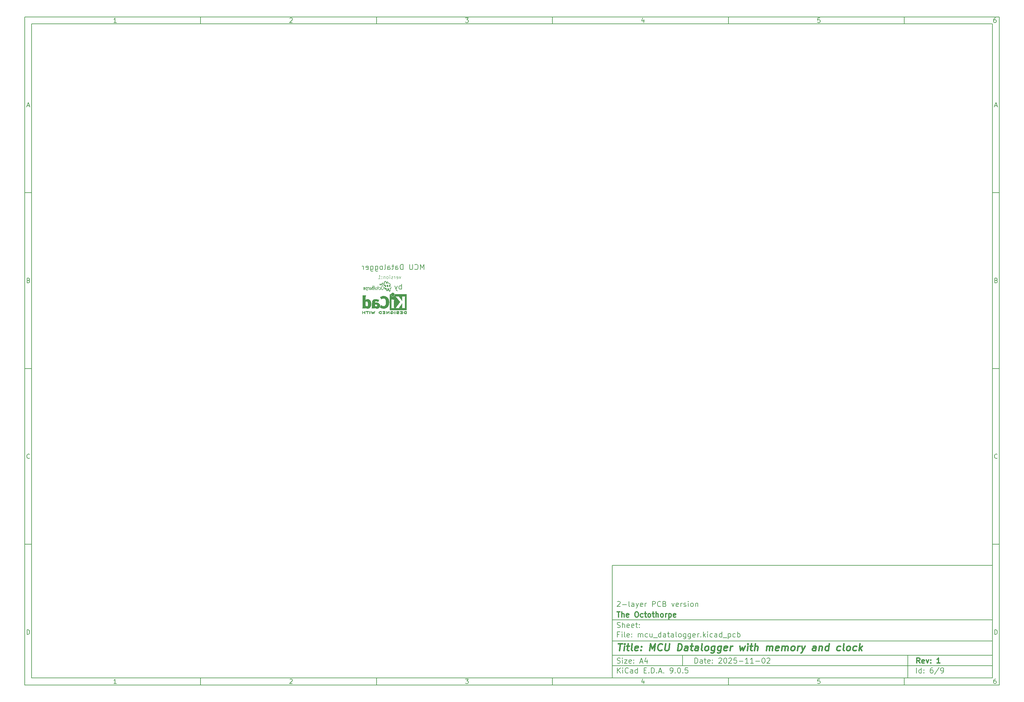
<source format=gbr>
%TF.GenerationSoftware,KiCad,Pcbnew,9.0.5*%
%TF.CreationDate,2025-11-03T15:57:16+06:00*%
%TF.ProjectId,mcu_datalogger,6d63755f-6461-4746-916c-6f676765722e,1*%
%TF.SameCoordinates,Original*%
%TF.FileFunction,Legend,Bot*%
%TF.FilePolarity,Positive*%
%FSLAX46Y46*%
G04 Gerber Fmt 4.6, Leading zero omitted, Abs format (unit mm)*
G04 Created by KiCad (PCBNEW 9.0.5) date 2025-11-03 15:57:16*
%MOMM*%
%LPD*%
G01*
G04 APERTURE LIST*
%ADD10C,0.100000*%
%ADD11C,0.150000*%
%ADD12C,0.300000*%
%ADD13C,0.400000*%
%ADD14C,0.200000*%
%ADD15C,0.000000*%
%ADD16C,0.010000*%
G04 APERTURE END LIST*
D10*
D11*
X177002200Y-166007200D02*
X285002200Y-166007200D01*
X285002200Y-198007200D01*
X177002200Y-198007200D01*
X177002200Y-166007200D01*
D10*
D11*
X10000000Y-10000000D02*
X287002200Y-10000000D01*
X287002200Y-200007200D01*
X10000000Y-200007200D01*
X10000000Y-10000000D01*
D10*
D11*
X12000000Y-12000000D02*
X285002200Y-12000000D01*
X285002200Y-198007200D01*
X12000000Y-198007200D01*
X12000000Y-12000000D01*
D10*
D11*
X60000000Y-12000000D02*
X60000000Y-10000000D01*
D10*
D11*
X110000000Y-12000000D02*
X110000000Y-10000000D01*
D10*
D11*
X160000000Y-12000000D02*
X160000000Y-10000000D01*
D10*
D11*
X210000000Y-12000000D02*
X210000000Y-10000000D01*
D10*
D11*
X260000000Y-12000000D02*
X260000000Y-10000000D01*
D10*
D11*
X36089160Y-11593604D02*
X35346303Y-11593604D01*
X35717731Y-11593604D02*
X35717731Y-10293604D01*
X35717731Y-10293604D02*
X35593922Y-10479319D01*
X35593922Y-10479319D02*
X35470112Y-10603128D01*
X35470112Y-10603128D02*
X35346303Y-10665033D01*
D10*
D11*
X85346303Y-10417414D02*
X85408207Y-10355509D01*
X85408207Y-10355509D02*
X85532017Y-10293604D01*
X85532017Y-10293604D02*
X85841541Y-10293604D01*
X85841541Y-10293604D02*
X85965350Y-10355509D01*
X85965350Y-10355509D02*
X86027255Y-10417414D01*
X86027255Y-10417414D02*
X86089160Y-10541223D01*
X86089160Y-10541223D02*
X86089160Y-10665033D01*
X86089160Y-10665033D02*
X86027255Y-10850747D01*
X86027255Y-10850747D02*
X85284398Y-11593604D01*
X85284398Y-11593604D02*
X86089160Y-11593604D01*
D10*
D11*
X135284398Y-10293604D02*
X136089160Y-10293604D01*
X136089160Y-10293604D02*
X135655826Y-10788842D01*
X135655826Y-10788842D02*
X135841541Y-10788842D01*
X135841541Y-10788842D02*
X135965350Y-10850747D01*
X135965350Y-10850747D02*
X136027255Y-10912652D01*
X136027255Y-10912652D02*
X136089160Y-11036461D01*
X136089160Y-11036461D02*
X136089160Y-11345985D01*
X136089160Y-11345985D02*
X136027255Y-11469795D01*
X136027255Y-11469795D02*
X135965350Y-11531700D01*
X135965350Y-11531700D02*
X135841541Y-11593604D01*
X135841541Y-11593604D02*
X135470112Y-11593604D01*
X135470112Y-11593604D02*
X135346303Y-11531700D01*
X135346303Y-11531700D02*
X135284398Y-11469795D01*
D10*
D11*
X185965350Y-10726938D02*
X185965350Y-11593604D01*
X185655826Y-10231700D02*
X185346303Y-11160271D01*
X185346303Y-11160271D02*
X186151064Y-11160271D01*
D10*
D11*
X236027255Y-10293604D02*
X235408207Y-10293604D01*
X235408207Y-10293604D02*
X235346303Y-10912652D01*
X235346303Y-10912652D02*
X235408207Y-10850747D01*
X235408207Y-10850747D02*
X235532017Y-10788842D01*
X235532017Y-10788842D02*
X235841541Y-10788842D01*
X235841541Y-10788842D02*
X235965350Y-10850747D01*
X235965350Y-10850747D02*
X236027255Y-10912652D01*
X236027255Y-10912652D02*
X236089160Y-11036461D01*
X236089160Y-11036461D02*
X236089160Y-11345985D01*
X236089160Y-11345985D02*
X236027255Y-11469795D01*
X236027255Y-11469795D02*
X235965350Y-11531700D01*
X235965350Y-11531700D02*
X235841541Y-11593604D01*
X235841541Y-11593604D02*
X235532017Y-11593604D01*
X235532017Y-11593604D02*
X235408207Y-11531700D01*
X235408207Y-11531700D02*
X235346303Y-11469795D01*
D10*
D11*
X285965350Y-10293604D02*
X285717731Y-10293604D01*
X285717731Y-10293604D02*
X285593922Y-10355509D01*
X285593922Y-10355509D02*
X285532017Y-10417414D01*
X285532017Y-10417414D02*
X285408207Y-10603128D01*
X285408207Y-10603128D02*
X285346303Y-10850747D01*
X285346303Y-10850747D02*
X285346303Y-11345985D01*
X285346303Y-11345985D02*
X285408207Y-11469795D01*
X285408207Y-11469795D02*
X285470112Y-11531700D01*
X285470112Y-11531700D02*
X285593922Y-11593604D01*
X285593922Y-11593604D02*
X285841541Y-11593604D01*
X285841541Y-11593604D02*
X285965350Y-11531700D01*
X285965350Y-11531700D02*
X286027255Y-11469795D01*
X286027255Y-11469795D02*
X286089160Y-11345985D01*
X286089160Y-11345985D02*
X286089160Y-11036461D01*
X286089160Y-11036461D02*
X286027255Y-10912652D01*
X286027255Y-10912652D02*
X285965350Y-10850747D01*
X285965350Y-10850747D02*
X285841541Y-10788842D01*
X285841541Y-10788842D02*
X285593922Y-10788842D01*
X285593922Y-10788842D02*
X285470112Y-10850747D01*
X285470112Y-10850747D02*
X285408207Y-10912652D01*
X285408207Y-10912652D02*
X285346303Y-11036461D01*
D10*
D11*
X60000000Y-198007200D02*
X60000000Y-200007200D01*
D10*
D11*
X110000000Y-198007200D02*
X110000000Y-200007200D01*
D10*
D11*
X160000000Y-198007200D02*
X160000000Y-200007200D01*
D10*
D11*
X210000000Y-198007200D02*
X210000000Y-200007200D01*
D10*
D11*
X260000000Y-198007200D02*
X260000000Y-200007200D01*
D10*
D11*
X36089160Y-199600804D02*
X35346303Y-199600804D01*
X35717731Y-199600804D02*
X35717731Y-198300804D01*
X35717731Y-198300804D02*
X35593922Y-198486519D01*
X35593922Y-198486519D02*
X35470112Y-198610328D01*
X35470112Y-198610328D02*
X35346303Y-198672233D01*
D10*
D11*
X85346303Y-198424614D02*
X85408207Y-198362709D01*
X85408207Y-198362709D02*
X85532017Y-198300804D01*
X85532017Y-198300804D02*
X85841541Y-198300804D01*
X85841541Y-198300804D02*
X85965350Y-198362709D01*
X85965350Y-198362709D02*
X86027255Y-198424614D01*
X86027255Y-198424614D02*
X86089160Y-198548423D01*
X86089160Y-198548423D02*
X86089160Y-198672233D01*
X86089160Y-198672233D02*
X86027255Y-198857947D01*
X86027255Y-198857947D02*
X85284398Y-199600804D01*
X85284398Y-199600804D02*
X86089160Y-199600804D01*
D10*
D11*
X135284398Y-198300804D02*
X136089160Y-198300804D01*
X136089160Y-198300804D02*
X135655826Y-198796042D01*
X135655826Y-198796042D02*
X135841541Y-198796042D01*
X135841541Y-198796042D02*
X135965350Y-198857947D01*
X135965350Y-198857947D02*
X136027255Y-198919852D01*
X136027255Y-198919852D02*
X136089160Y-199043661D01*
X136089160Y-199043661D02*
X136089160Y-199353185D01*
X136089160Y-199353185D02*
X136027255Y-199476995D01*
X136027255Y-199476995D02*
X135965350Y-199538900D01*
X135965350Y-199538900D02*
X135841541Y-199600804D01*
X135841541Y-199600804D02*
X135470112Y-199600804D01*
X135470112Y-199600804D02*
X135346303Y-199538900D01*
X135346303Y-199538900D02*
X135284398Y-199476995D01*
D10*
D11*
X185965350Y-198734138D02*
X185965350Y-199600804D01*
X185655826Y-198238900D02*
X185346303Y-199167471D01*
X185346303Y-199167471D02*
X186151064Y-199167471D01*
D10*
D11*
X236027255Y-198300804D02*
X235408207Y-198300804D01*
X235408207Y-198300804D02*
X235346303Y-198919852D01*
X235346303Y-198919852D02*
X235408207Y-198857947D01*
X235408207Y-198857947D02*
X235532017Y-198796042D01*
X235532017Y-198796042D02*
X235841541Y-198796042D01*
X235841541Y-198796042D02*
X235965350Y-198857947D01*
X235965350Y-198857947D02*
X236027255Y-198919852D01*
X236027255Y-198919852D02*
X236089160Y-199043661D01*
X236089160Y-199043661D02*
X236089160Y-199353185D01*
X236089160Y-199353185D02*
X236027255Y-199476995D01*
X236027255Y-199476995D02*
X235965350Y-199538900D01*
X235965350Y-199538900D02*
X235841541Y-199600804D01*
X235841541Y-199600804D02*
X235532017Y-199600804D01*
X235532017Y-199600804D02*
X235408207Y-199538900D01*
X235408207Y-199538900D02*
X235346303Y-199476995D01*
D10*
D11*
X285965350Y-198300804D02*
X285717731Y-198300804D01*
X285717731Y-198300804D02*
X285593922Y-198362709D01*
X285593922Y-198362709D02*
X285532017Y-198424614D01*
X285532017Y-198424614D02*
X285408207Y-198610328D01*
X285408207Y-198610328D02*
X285346303Y-198857947D01*
X285346303Y-198857947D02*
X285346303Y-199353185D01*
X285346303Y-199353185D02*
X285408207Y-199476995D01*
X285408207Y-199476995D02*
X285470112Y-199538900D01*
X285470112Y-199538900D02*
X285593922Y-199600804D01*
X285593922Y-199600804D02*
X285841541Y-199600804D01*
X285841541Y-199600804D02*
X285965350Y-199538900D01*
X285965350Y-199538900D02*
X286027255Y-199476995D01*
X286027255Y-199476995D02*
X286089160Y-199353185D01*
X286089160Y-199353185D02*
X286089160Y-199043661D01*
X286089160Y-199043661D02*
X286027255Y-198919852D01*
X286027255Y-198919852D02*
X285965350Y-198857947D01*
X285965350Y-198857947D02*
X285841541Y-198796042D01*
X285841541Y-198796042D02*
X285593922Y-198796042D01*
X285593922Y-198796042D02*
X285470112Y-198857947D01*
X285470112Y-198857947D02*
X285408207Y-198919852D01*
X285408207Y-198919852D02*
X285346303Y-199043661D01*
D10*
D11*
X10000000Y-60000000D02*
X12000000Y-60000000D01*
D10*
D11*
X10000000Y-110000000D02*
X12000000Y-110000000D01*
D10*
D11*
X10000000Y-160000000D02*
X12000000Y-160000000D01*
D10*
D11*
X10690476Y-35222176D02*
X11309523Y-35222176D01*
X10566666Y-35593604D02*
X10999999Y-34293604D01*
X10999999Y-34293604D02*
X11433333Y-35593604D01*
D10*
D11*
X11092857Y-84912652D02*
X11278571Y-84974557D01*
X11278571Y-84974557D02*
X11340476Y-85036461D01*
X11340476Y-85036461D02*
X11402380Y-85160271D01*
X11402380Y-85160271D02*
X11402380Y-85345985D01*
X11402380Y-85345985D02*
X11340476Y-85469795D01*
X11340476Y-85469795D02*
X11278571Y-85531700D01*
X11278571Y-85531700D02*
X11154761Y-85593604D01*
X11154761Y-85593604D02*
X10659523Y-85593604D01*
X10659523Y-85593604D02*
X10659523Y-84293604D01*
X10659523Y-84293604D02*
X11092857Y-84293604D01*
X11092857Y-84293604D02*
X11216666Y-84355509D01*
X11216666Y-84355509D02*
X11278571Y-84417414D01*
X11278571Y-84417414D02*
X11340476Y-84541223D01*
X11340476Y-84541223D02*
X11340476Y-84665033D01*
X11340476Y-84665033D02*
X11278571Y-84788842D01*
X11278571Y-84788842D02*
X11216666Y-84850747D01*
X11216666Y-84850747D02*
X11092857Y-84912652D01*
X11092857Y-84912652D02*
X10659523Y-84912652D01*
D10*
D11*
X11402380Y-135469795D02*
X11340476Y-135531700D01*
X11340476Y-135531700D02*
X11154761Y-135593604D01*
X11154761Y-135593604D02*
X11030952Y-135593604D01*
X11030952Y-135593604D02*
X10845238Y-135531700D01*
X10845238Y-135531700D02*
X10721428Y-135407890D01*
X10721428Y-135407890D02*
X10659523Y-135284080D01*
X10659523Y-135284080D02*
X10597619Y-135036461D01*
X10597619Y-135036461D02*
X10597619Y-134850747D01*
X10597619Y-134850747D02*
X10659523Y-134603128D01*
X10659523Y-134603128D02*
X10721428Y-134479319D01*
X10721428Y-134479319D02*
X10845238Y-134355509D01*
X10845238Y-134355509D02*
X11030952Y-134293604D01*
X11030952Y-134293604D02*
X11154761Y-134293604D01*
X11154761Y-134293604D02*
X11340476Y-134355509D01*
X11340476Y-134355509D02*
X11402380Y-134417414D01*
D10*
D11*
X10659523Y-185593604D02*
X10659523Y-184293604D01*
X10659523Y-184293604D02*
X10969047Y-184293604D01*
X10969047Y-184293604D02*
X11154761Y-184355509D01*
X11154761Y-184355509D02*
X11278571Y-184479319D01*
X11278571Y-184479319D02*
X11340476Y-184603128D01*
X11340476Y-184603128D02*
X11402380Y-184850747D01*
X11402380Y-184850747D02*
X11402380Y-185036461D01*
X11402380Y-185036461D02*
X11340476Y-185284080D01*
X11340476Y-185284080D02*
X11278571Y-185407890D01*
X11278571Y-185407890D02*
X11154761Y-185531700D01*
X11154761Y-185531700D02*
X10969047Y-185593604D01*
X10969047Y-185593604D02*
X10659523Y-185593604D01*
D10*
D11*
X287002200Y-60000000D02*
X285002200Y-60000000D01*
D10*
D11*
X287002200Y-110000000D02*
X285002200Y-110000000D01*
D10*
D11*
X287002200Y-160000000D02*
X285002200Y-160000000D01*
D10*
D11*
X285692676Y-35222176D02*
X286311723Y-35222176D01*
X285568866Y-35593604D02*
X286002199Y-34293604D01*
X286002199Y-34293604D02*
X286435533Y-35593604D01*
D10*
D11*
X286095057Y-84912652D02*
X286280771Y-84974557D01*
X286280771Y-84974557D02*
X286342676Y-85036461D01*
X286342676Y-85036461D02*
X286404580Y-85160271D01*
X286404580Y-85160271D02*
X286404580Y-85345985D01*
X286404580Y-85345985D02*
X286342676Y-85469795D01*
X286342676Y-85469795D02*
X286280771Y-85531700D01*
X286280771Y-85531700D02*
X286156961Y-85593604D01*
X286156961Y-85593604D02*
X285661723Y-85593604D01*
X285661723Y-85593604D02*
X285661723Y-84293604D01*
X285661723Y-84293604D02*
X286095057Y-84293604D01*
X286095057Y-84293604D02*
X286218866Y-84355509D01*
X286218866Y-84355509D02*
X286280771Y-84417414D01*
X286280771Y-84417414D02*
X286342676Y-84541223D01*
X286342676Y-84541223D02*
X286342676Y-84665033D01*
X286342676Y-84665033D02*
X286280771Y-84788842D01*
X286280771Y-84788842D02*
X286218866Y-84850747D01*
X286218866Y-84850747D02*
X286095057Y-84912652D01*
X286095057Y-84912652D02*
X285661723Y-84912652D01*
D10*
D11*
X286404580Y-135469795D02*
X286342676Y-135531700D01*
X286342676Y-135531700D02*
X286156961Y-135593604D01*
X286156961Y-135593604D02*
X286033152Y-135593604D01*
X286033152Y-135593604D02*
X285847438Y-135531700D01*
X285847438Y-135531700D02*
X285723628Y-135407890D01*
X285723628Y-135407890D02*
X285661723Y-135284080D01*
X285661723Y-135284080D02*
X285599819Y-135036461D01*
X285599819Y-135036461D02*
X285599819Y-134850747D01*
X285599819Y-134850747D02*
X285661723Y-134603128D01*
X285661723Y-134603128D02*
X285723628Y-134479319D01*
X285723628Y-134479319D02*
X285847438Y-134355509D01*
X285847438Y-134355509D02*
X286033152Y-134293604D01*
X286033152Y-134293604D02*
X286156961Y-134293604D01*
X286156961Y-134293604D02*
X286342676Y-134355509D01*
X286342676Y-134355509D02*
X286404580Y-134417414D01*
D10*
D11*
X285661723Y-185593604D02*
X285661723Y-184293604D01*
X285661723Y-184293604D02*
X285971247Y-184293604D01*
X285971247Y-184293604D02*
X286156961Y-184355509D01*
X286156961Y-184355509D02*
X286280771Y-184479319D01*
X286280771Y-184479319D02*
X286342676Y-184603128D01*
X286342676Y-184603128D02*
X286404580Y-184850747D01*
X286404580Y-184850747D02*
X286404580Y-185036461D01*
X286404580Y-185036461D02*
X286342676Y-185284080D01*
X286342676Y-185284080D02*
X286280771Y-185407890D01*
X286280771Y-185407890D02*
X286156961Y-185531700D01*
X286156961Y-185531700D02*
X285971247Y-185593604D01*
X285971247Y-185593604D02*
X285661723Y-185593604D01*
D10*
D11*
X200458026Y-193793328D02*
X200458026Y-192293328D01*
X200458026Y-192293328D02*
X200815169Y-192293328D01*
X200815169Y-192293328D02*
X201029455Y-192364757D01*
X201029455Y-192364757D02*
X201172312Y-192507614D01*
X201172312Y-192507614D02*
X201243741Y-192650471D01*
X201243741Y-192650471D02*
X201315169Y-192936185D01*
X201315169Y-192936185D02*
X201315169Y-193150471D01*
X201315169Y-193150471D02*
X201243741Y-193436185D01*
X201243741Y-193436185D02*
X201172312Y-193579042D01*
X201172312Y-193579042D02*
X201029455Y-193721900D01*
X201029455Y-193721900D02*
X200815169Y-193793328D01*
X200815169Y-193793328D02*
X200458026Y-193793328D01*
X202600884Y-193793328D02*
X202600884Y-193007614D01*
X202600884Y-193007614D02*
X202529455Y-192864757D01*
X202529455Y-192864757D02*
X202386598Y-192793328D01*
X202386598Y-192793328D02*
X202100884Y-192793328D01*
X202100884Y-192793328D02*
X201958026Y-192864757D01*
X202600884Y-193721900D02*
X202458026Y-193793328D01*
X202458026Y-193793328D02*
X202100884Y-193793328D01*
X202100884Y-193793328D02*
X201958026Y-193721900D01*
X201958026Y-193721900D02*
X201886598Y-193579042D01*
X201886598Y-193579042D02*
X201886598Y-193436185D01*
X201886598Y-193436185D02*
X201958026Y-193293328D01*
X201958026Y-193293328D02*
X202100884Y-193221900D01*
X202100884Y-193221900D02*
X202458026Y-193221900D01*
X202458026Y-193221900D02*
X202600884Y-193150471D01*
X203100884Y-192793328D02*
X203672312Y-192793328D01*
X203315169Y-192293328D02*
X203315169Y-193579042D01*
X203315169Y-193579042D02*
X203386598Y-193721900D01*
X203386598Y-193721900D02*
X203529455Y-193793328D01*
X203529455Y-193793328D02*
X203672312Y-193793328D01*
X204743741Y-193721900D02*
X204600884Y-193793328D01*
X204600884Y-193793328D02*
X204315170Y-193793328D01*
X204315170Y-193793328D02*
X204172312Y-193721900D01*
X204172312Y-193721900D02*
X204100884Y-193579042D01*
X204100884Y-193579042D02*
X204100884Y-193007614D01*
X204100884Y-193007614D02*
X204172312Y-192864757D01*
X204172312Y-192864757D02*
X204315170Y-192793328D01*
X204315170Y-192793328D02*
X204600884Y-192793328D01*
X204600884Y-192793328D02*
X204743741Y-192864757D01*
X204743741Y-192864757D02*
X204815170Y-193007614D01*
X204815170Y-193007614D02*
X204815170Y-193150471D01*
X204815170Y-193150471D02*
X204100884Y-193293328D01*
X205458026Y-193650471D02*
X205529455Y-193721900D01*
X205529455Y-193721900D02*
X205458026Y-193793328D01*
X205458026Y-193793328D02*
X205386598Y-193721900D01*
X205386598Y-193721900D02*
X205458026Y-193650471D01*
X205458026Y-193650471D02*
X205458026Y-193793328D01*
X205458026Y-192864757D02*
X205529455Y-192936185D01*
X205529455Y-192936185D02*
X205458026Y-193007614D01*
X205458026Y-193007614D02*
X205386598Y-192936185D01*
X205386598Y-192936185D02*
X205458026Y-192864757D01*
X205458026Y-192864757D02*
X205458026Y-193007614D01*
X207243741Y-192436185D02*
X207315169Y-192364757D01*
X207315169Y-192364757D02*
X207458027Y-192293328D01*
X207458027Y-192293328D02*
X207815169Y-192293328D01*
X207815169Y-192293328D02*
X207958027Y-192364757D01*
X207958027Y-192364757D02*
X208029455Y-192436185D01*
X208029455Y-192436185D02*
X208100884Y-192579042D01*
X208100884Y-192579042D02*
X208100884Y-192721900D01*
X208100884Y-192721900D02*
X208029455Y-192936185D01*
X208029455Y-192936185D02*
X207172312Y-193793328D01*
X207172312Y-193793328D02*
X208100884Y-193793328D01*
X209029455Y-192293328D02*
X209172312Y-192293328D01*
X209172312Y-192293328D02*
X209315169Y-192364757D01*
X209315169Y-192364757D02*
X209386598Y-192436185D01*
X209386598Y-192436185D02*
X209458026Y-192579042D01*
X209458026Y-192579042D02*
X209529455Y-192864757D01*
X209529455Y-192864757D02*
X209529455Y-193221900D01*
X209529455Y-193221900D02*
X209458026Y-193507614D01*
X209458026Y-193507614D02*
X209386598Y-193650471D01*
X209386598Y-193650471D02*
X209315169Y-193721900D01*
X209315169Y-193721900D02*
X209172312Y-193793328D01*
X209172312Y-193793328D02*
X209029455Y-193793328D01*
X209029455Y-193793328D02*
X208886598Y-193721900D01*
X208886598Y-193721900D02*
X208815169Y-193650471D01*
X208815169Y-193650471D02*
X208743740Y-193507614D01*
X208743740Y-193507614D02*
X208672312Y-193221900D01*
X208672312Y-193221900D02*
X208672312Y-192864757D01*
X208672312Y-192864757D02*
X208743740Y-192579042D01*
X208743740Y-192579042D02*
X208815169Y-192436185D01*
X208815169Y-192436185D02*
X208886598Y-192364757D01*
X208886598Y-192364757D02*
X209029455Y-192293328D01*
X210100883Y-192436185D02*
X210172311Y-192364757D01*
X210172311Y-192364757D02*
X210315169Y-192293328D01*
X210315169Y-192293328D02*
X210672311Y-192293328D01*
X210672311Y-192293328D02*
X210815169Y-192364757D01*
X210815169Y-192364757D02*
X210886597Y-192436185D01*
X210886597Y-192436185D02*
X210958026Y-192579042D01*
X210958026Y-192579042D02*
X210958026Y-192721900D01*
X210958026Y-192721900D02*
X210886597Y-192936185D01*
X210886597Y-192936185D02*
X210029454Y-193793328D01*
X210029454Y-193793328D02*
X210958026Y-193793328D01*
X212315168Y-192293328D02*
X211600882Y-192293328D01*
X211600882Y-192293328D02*
X211529454Y-193007614D01*
X211529454Y-193007614D02*
X211600882Y-192936185D01*
X211600882Y-192936185D02*
X211743740Y-192864757D01*
X211743740Y-192864757D02*
X212100882Y-192864757D01*
X212100882Y-192864757D02*
X212243740Y-192936185D01*
X212243740Y-192936185D02*
X212315168Y-193007614D01*
X212315168Y-193007614D02*
X212386597Y-193150471D01*
X212386597Y-193150471D02*
X212386597Y-193507614D01*
X212386597Y-193507614D02*
X212315168Y-193650471D01*
X212315168Y-193650471D02*
X212243740Y-193721900D01*
X212243740Y-193721900D02*
X212100882Y-193793328D01*
X212100882Y-193793328D02*
X211743740Y-193793328D01*
X211743740Y-193793328D02*
X211600882Y-193721900D01*
X211600882Y-193721900D02*
X211529454Y-193650471D01*
X213029453Y-193221900D02*
X214172311Y-193221900D01*
X215672311Y-193793328D02*
X214815168Y-193793328D01*
X215243739Y-193793328D02*
X215243739Y-192293328D01*
X215243739Y-192293328D02*
X215100882Y-192507614D01*
X215100882Y-192507614D02*
X214958025Y-192650471D01*
X214958025Y-192650471D02*
X214815168Y-192721900D01*
X217100882Y-193793328D02*
X216243739Y-193793328D01*
X216672310Y-193793328D02*
X216672310Y-192293328D01*
X216672310Y-192293328D02*
X216529453Y-192507614D01*
X216529453Y-192507614D02*
X216386596Y-192650471D01*
X216386596Y-192650471D02*
X216243739Y-192721900D01*
X217743738Y-193221900D02*
X218886596Y-193221900D01*
X219886596Y-192293328D02*
X220029453Y-192293328D01*
X220029453Y-192293328D02*
X220172310Y-192364757D01*
X220172310Y-192364757D02*
X220243739Y-192436185D01*
X220243739Y-192436185D02*
X220315167Y-192579042D01*
X220315167Y-192579042D02*
X220386596Y-192864757D01*
X220386596Y-192864757D02*
X220386596Y-193221900D01*
X220386596Y-193221900D02*
X220315167Y-193507614D01*
X220315167Y-193507614D02*
X220243739Y-193650471D01*
X220243739Y-193650471D02*
X220172310Y-193721900D01*
X220172310Y-193721900D02*
X220029453Y-193793328D01*
X220029453Y-193793328D02*
X219886596Y-193793328D01*
X219886596Y-193793328D02*
X219743739Y-193721900D01*
X219743739Y-193721900D02*
X219672310Y-193650471D01*
X219672310Y-193650471D02*
X219600881Y-193507614D01*
X219600881Y-193507614D02*
X219529453Y-193221900D01*
X219529453Y-193221900D02*
X219529453Y-192864757D01*
X219529453Y-192864757D02*
X219600881Y-192579042D01*
X219600881Y-192579042D02*
X219672310Y-192436185D01*
X219672310Y-192436185D02*
X219743739Y-192364757D01*
X219743739Y-192364757D02*
X219886596Y-192293328D01*
X220958024Y-192436185D02*
X221029452Y-192364757D01*
X221029452Y-192364757D02*
X221172310Y-192293328D01*
X221172310Y-192293328D02*
X221529452Y-192293328D01*
X221529452Y-192293328D02*
X221672310Y-192364757D01*
X221672310Y-192364757D02*
X221743738Y-192436185D01*
X221743738Y-192436185D02*
X221815167Y-192579042D01*
X221815167Y-192579042D02*
X221815167Y-192721900D01*
X221815167Y-192721900D02*
X221743738Y-192936185D01*
X221743738Y-192936185D02*
X220886595Y-193793328D01*
X220886595Y-193793328D02*
X221815167Y-193793328D01*
D10*
D11*
X177002200Y-194507200D02*
X285002200Y-194507200D01*
D10*
D11*
X178458026Y-196593328D02*
X178458026Y-195093328D01*
X179315169Y-196593328D02*
X178672312Y-195736185D01*
X179315169Y-195093328D02*
X178458026Y-195950471D01*
X179958026Y-196593328D02*
X179958026Y-195593328D01*
X179958026Y-195093328D02*
X179886598Y-195164757D01*
X179886598Y-195164757D02*
X179958026Y-195236185D01*
X179958026Y-195236185D02*
X180029455Y-195164757D01*
X180029455Y-195164757D02*
X179958026Y-195093328D01*
X179958026Y-195093328D02*
X179958026Y-195236185D01*
X181529455Y-196450471D02*
X181458027Y-196521900D01*
X181458027Y-196521900D02*
X181243741Y-196593328D01*
X181243741Y-196593328D02*
X181100884Y-196593328D01*
X181100884Y-196593328D02*
X180886598Y-196521900D01*
X180886598Y-196521900D02*
X180743741Y-196379042D01*
X180743741Y-196379042D02*
X180672312Y-196236185D01*
X180672312Y-196236185D02*
X180600884Y-195950471D01*
X180600884Y-195950471D02*
X180600884Y-195736185D01*
X180600884Y-195736185D02*
X180672312Y-195450471D01*
X180672312Y-195450471D02*
X180743741Y-195307614D01*
X180743741Y-195307614D02*
X180886598Y-195164757D01*
X180886598Y-195164757D02*
X181100884Y-195093328D01*
X181100884Y-195093328D02*
X181243741Y-195093328D01*
X181243741Y-195093328D02*
X181458027Y-195164757D01*
X181458027Y-195164757D02*
X181529455Y-195236185D01*
X182815170Y-196593328D02*
X182815170Y-195807614D01*
X182815170Y-195807614D02*
X182743741Y-195664757D01*
X182743741Y-195664757D02*
X182600884Y-195593328D01*
X182600884Y-195593328D02*
X182315170Y-195593328D01*
X182315170Y-195593328D02*
X182172312Y-195664757D01*
X182815170Y-196521900D02*
X182672312Y-196593328D01*
X182672312Y-196593328D02*
X182315170Y-196593328D01*
X182315170Y-196593328D02*
X182172312Y-196521900D01*
X182172312Y-196521900D02*
X182100884Y-196379042D01*
X182100884Y-196379042D02*
X182100884Y-196236185D01*
X182100884Y-196236185D02*
X182172312Y-196093328D01*
X182172312Y-196093328D02*
X182315170Y-196021900D01*
X182315170Y-196021900D02*
X182672312Y-196021900D01*
X182672312Y-196021900D02*
X182815170Y-195950471D01*
X184172313Y-196593328D02*
X184172313Y-195093328D01*
X184172313Y-196521900D02*
X184029455Y-196593328D01*
X184029455Y-196593328D02*
X183743741Y-196593328D01*
X183743741Y-196593328D02*
X183600884Y-196521900D01*
X183600884Y-196521900D02*
X183529455Y-196450471D01*
X183529455Y-196450471D02*
X183458027Y-196307614D01*
X183458027Y-196307614D02*
X183458027Y-195879042D01*
X183458027Y-195879042D02*
X183529455Y-195736185D01*
X183529455Y-195736185D02*
X183600884Y-195664757D01*
X183600884Y-195664757D02*
X183743741Y-195593328D01*
X183743741Y-195593328D02*
X184029455Y-195593328D01*
X184029455Y-195593328D02*
X184172313Y-195664757D01*
X186029455Y-195807614D02*
X186529455Y-195807614D01*
X186743741Y-196593328D02*
X186029455Y-196593328D01*
X186029455Y-196593328D02*
X186029455Y-195093328D01*
X186029455Y-195093328D02*
X186743741Y-195093328D01*
X187386598Y-196450471D02*
X187458027Y-196521900D01*
X187458027Y-196521900D02*
X187386598Y-196593328D01*
X187386598Y-196593328D02*
X187315170Y-196521900D01*
X187315170Y-196521900D02*
X187386598Y-196450471D01*
X187386598Y-196450471D02*
X187386598Y-196593328D01*
X188100884Y-196593328D02*
X188100884Y-195093328D01*
X188100884Y-195093328D02*
X188458027Y-195093328D01*
X188458027Y-195093328D02*
X188672313Y-195164757D01*
X188672313Y-195164757D02*
X188815170Y-195307614D01*
X188815170Y-195307614D02*
X188886599Y-195450471D01*
X188886599Y-195450471D02*
X188958027Y-195736185D01*
X188958027Y-195736185D02*
X188958027Y-195950471D01*
X188958027Y-195950471D02*
X188886599Y-196236185D01*
X188886599Y-196236185D02*
X188815170Y-196379042D01*
X188815170Y-196379042D02*
X188672313Y-196521900D01*
X188672313Y-196521900D02*
X188458027Y-196593328D01*
X188458027Y-196593328D02*
X188100884Y-196593328D01*
X189600884Y-196450471D02*
X189672313Y-196521900D01*
X189672313Y-196521900D02*
X189600884Y-196593328D01*
X189600884Y-196593328D02*
X189529456Y-196521900D01*
X189529456Y-196521900D02*
X189600884Y-196450471D01*
X189600884Y-196450471D02*
X189600884Y-196593328D01*
X190243742Y-196164757D02*
X190958028Y-196164757D01*
X190100885Y-196593328D02*
X190600885Y-195093328D01*
X190600885Y-195093328D02*
X191100885Y-196593328D01*
X191600884Y-196450471D02*
X191672313Y-196521900D01*
X191672313Y-196521900D02*
X191600884Y-196593328D01*
X191600884Y-196593328D02*
X191529456Y-196521900D01*
X191529456Y-196521900D02*
X191600884Y-196450471D01*
X191600884Y-196450471D02*
X191600884Y-196593328D01*
X193529456Y-196593328D02*
X193815170Y-196593328D01*
X193815170Y-196593328D02*
X193958027Y-196521900D01*
X193958027Y-196521900D02*
X194029456Y-196450471D01*
X194029456Y-196450471D02*
X194172313Y-196236185D01*
X194172313Y-196236185D02*
X194243742Y-195950471D01*
X194243742Y-195950471D02*
X194243742Y-195379042D01*
X194243742Y-195379042D02*
X194172313Y-195236185D01*
X194172313Y-195236185D02*
X194100885Y-195164757D01*
X194100885Y-195164757D02*
X193958027Y-195093328D01*
X193958027Y-195093328D02*
X193672313Y-195093328D01*
X193672313Y-195093328D02*
X193529456Y-195164757D01*
X193529456Y-195164757D02*
X193458027Y-195236185D01*
X193458027Y-195236185D02*
X193386599Y-195379042D01*
X193386599Y-195379042D02*
X193386599Y-195736185D01*
X193386599Y-195736185D02*
X193458027Y-195879042D01*
X193458027Y-195879042D02*
X193529456Y-195950471D01*
X193529456Y-195950471D02*
X193672313Y-196021900D01*
X193672313Y-196021900D02*
X193958027Y-196021900D01*
X193958027Y-196021900D02*
X194100885Y-195950471D01*
X194100885Y-195950471D02*
X194172313Y-195879042D01*
X194172313Y-195879042D02*
X194243742Y-195736185D01*
X194886598Y-196450471D02*
X194958027Y-196521900D01*
X194958027Y-196521900D02*
X194886598Y-196593328D01*
X194886598Y-196593328D02*
X194815170Y-196521900D01*
X194815170Y-196521900D02*
X194886598Y-196450471D01*
X194886598Y-196450471D02*
X194886598Y-196593328D01*
X195886599Y-195093328D02*
X196029456Y-195093328D01*
X196029456Y-195093328D02*
X196172313Y-195164757D01*
X196172313Y-195164757D02*
X196243742Y-195236185D01*
X196243742Y-195236185D02*
X196315170Y-195379042D01*
X196315170Y-195379042D02*
X196386599Y-195664757D01*
X196386599Y-195664757D02*
X196386599Y-196021900D01*
X196386599Y-196021900D02*
X196315170Y-196307614D01*
X196315170Y-196307614D02*
X196243742Y-196450471D01*
X196243742Y-196450471D02*
X196172313Y-196521900D01*
X196172313Y-196521900D02*
X196029456Y-196593328D01*
X196029456Y-196593328D02*
X195886599Y-196593328D01*
X195886599Y-196593328D02*
X195743742Y-196521900D01*
X195743742Y-196521900D02*
X195672313Y-196450471D01*
X195672313Y-196450471D02*
X195600884Y-196307614D01*
X195600884Y-196307614D02*
X195529456Y-196021900D01*
X195529456Y-196021900D02*
X195529456Y-195664757D01*
X195529456Y-195664757D02*
X195600884Y-195379042D01*
X195600884Y-195379042D02*
X195672313Y-195236185D01*
X195672313Y-195236185D02*
X195743742Y-195164757D01*
X195743742Y-195164757D02*
X195886599Y-195093328D01*
X197029455Y-196450471D02*
X197100884Y-196521900D01*
X197100884Y-196521900D02*
X197029455Y-196593328D01*
X197029455Y-196593328D02*
X196958027Y-196521900D01*
X196958027Y-196521900D02*
X197029455Y-196450471D01*
X197029455Y-196450471D02*
X197029455Y-196593328D01*
X198458027Y-195093328D02*
X197743741Y-195093328D01*
X197743741Y-195093328D02*
X197672313Y-195807614D01*
X197672313Y-195807614D02*
X197743741Y-195736185D01*
X197743741Y-195736185D02*
X197886599Y-195664757D01*
X197886599Y-195664757D02*
X198243741Y-195664757D01*
X198243741Y-195664757D02*
X198386599Y-195736185D01*
X198386599Y-195736185D02*
X198458027Y-195807614D01*
X198458027Y-195807614D02*
X198529456Y-195950471D01*
X198529456Y-195950471D02*
X198529456Y-196307614D01*
X198529456Y-196307614D02*
X198458027Y-196450471D01*
X198458027Y-196450471D02*
X198386599Y-196521900D01*
X198386599Y-196521900D02*
X198243741Y-196593328D01*
X198243741Y-196593328D02*
X197886599Y-196593328D01*
X197886599Y-196593328D02*
X197743741Y-196521900D01*
X197743741Y-196521900D02*
X197672313Y-196450471D01*
D10*
D11*
X177002200Y-191507200D02*
X285002200Y-191507200D01*
D10*
D12*
X264413853Y-193785528D02*
X263913853Y-193071242D01*
X263556710Y-193785528D02*
X263556710Y-192285528D01*
X263556710Y-192285528D02*
X264128139Y-192285528D01*
X264128139Y-192285528D02*
X264270996Y-192356957D01*
X264270996Y-192356957D02*
X264342425Y-192428385D01*
X264342425Y-192428385D02*
X264413853Y-192571242D01*
X264413853Y-192571242D02*
X264413853Y-192785528D01*
X264413853Y-192785528D02*
X264342425Y-192928385D01*
X264342425Y-192928385D02*
X264270996Y-192999814D01*
X264270996Y-192999814D02*
X264128139Y-193071242D01*
X264128139Y-193071242D02*
X263556710Y-193071242D01*
X265628139Y-193714100D02*
X265485282Y-193785528D01*
X265485282Y-193785528D02*
X265199568Y-193785528D01*
X265199568Y-193785528D02*
X265056710Y-193714100D01*
X265056710Y-193714100D02*
X264985282Y-193571242D01*
X264985282Y-193571242D02*
X264985282Y-192999814D01*
X264985282Y-192999814D02*
X265056710Y-192856957D01*
X265056710Y-192856957D02*
X265199568Y-192785528D01*
X265199568Y-192785528D02*
X265485282Y-192785528D01*
X265485282Y-192785528D02*
X265628139Y-192856957D01*
X265628139Y-192856957D02*
X265699568Y-192999814D01*
X265699568Y-192999814D02*
X265699568Y-193142671D01*
X265699568Y-193142671D02*
X264985282Y-193285528D01*
X266199567Y-192785528D02*
X266556710Y-193785528D01*
X266556710Y-193785528D02*
X266913853Y-192785528D01*
X267485281Y-193642671D02*
X267556710Y-193714100D01*
X267556710Y-193714100D02*
X267485281Y-193785528D01*
X267485281Y-193785528D02*
X267413853Y-193714100D01*
X267413853Y-193714100D02*
X267485281Y-193642671D01*
X267485281Y-193642671D02*
X267485281Y-193785528D01*
X267485281Y-192856957D02*
X267556710Y-192928385D01*
X267556710Y-192928385D02*
X267485281Y-192999814D01*
X267485281Y-192999814D02*
X267413853Y-192928385D01*
X267413853Y-192928385D02*
X267485281Y-192856957D01*
X267485281Y-192856957D02*
X267485281Y-192999814D01*
X270128139Y-193785528D02*
X269270996Y-193785528D01*
X269699567Y-193785528D02*
X269699567Y-192285528D01*
X269699567Y-192285528D02*
X269556710Y-192499814D01*
X269556710Y-192499814D02*
X269413853Y-192642671D01*
X269413853Y-192642671D02*
X269270996Y-192714100D01*
D10*
D11*
X178386598Y-193721900D02*
X178600884Y-193793328D01*
X178600884Y-193793328D02*
X178958026Y-193793328D01*
X178958026Y-193793328D02*
X179100884Y-193721900D01*
X179100884Y-193721900D02*
X179172312Y-193650471D01*
X179172312Y-193650471D02*
X179243741Y-193507614D01*
X179243741Y-193507614D02*
X179243741Y-193364757D01*
X179243741Y-193364757D02*
X179172312Y-193221900D01*
X179172312Y-193221900D02*
X179100884Y-193150471D01*
X179100884Y-193150471D02*
X178958026Y-193079042D01*
X178958026Y-193079042D02*
X178672312Y-193007614D01*
X178672312Y-193007614D02*
X178529455Y-192936185D01*
X178529455Y-192936185D02*
X178458026Y-192864757D01*
X178458026Y-192864757D02*
X178386598Y-192721900D01*
X178386598Y-192721900D02*
X178386598Y-192579042D01*
X178386598Y-192579042D02*
X178458026Y-192436185D01*
X178458026Y-192436185D02*
X178529455Y-192364757D01*
X178529455Y-192364757D02*
X178672312Y-192293328D01*
X178672312Y-192293328D02*
X179029455Y-192293328D01*
X179029455Y-192293328D02*
X179243741Y-192364757D01*
X179886597Y-193793328D02*
X179886597Y-192793328D01*
X179886597Y-192293328D02*
X179815169Y-192364757D01*
X179815169Y-192364757D02*
X179886597Y-192436185D01*
X179886597Y-192436185D02*
X179958026Y-192364757D01*
X179958026Y-192364757D02*
X179886597Y-192293328D01*
X179886597Y-192293328D02*
X179886597Y-192436185D01*
X180458026Y-192793328D02*
X181243741Y-192793328D01*
X181243741Y-192793328D02*
X180458026Y-193793328D01*
X180458026Y-193793328D02*
X181243741Y-193793328D01*
X182386598Y-193721900D02*
X182243741Y-193793328D01*
X182243741Y-193793328D02*
X181958027Y-193793328D01*
X181958027Y-193793328D02*
X181815169Y-193721900D01*
X181815169Y-193721900D02*
X181743741Y-193579042D01*
X181743741Y-193579042D02*
X181743741Y-193007614D01*
X181743741Y-193007614D02*
X181815169Y-192864757D01*
X181815169Y-192864757D02*
X181958027Y-192793328D01*
X181958027Y-192793328D02*
X182243741Y-192793328D01*
X182243741Y-192793328D02*
X182386598Y-192864757D01*
X182386598Y-192864757D02*
X182458027Y-193007614D01*
X182458027Y-193007614D02*
X182458027Y-193150471D01*
X182458027Y-193150471D02*
X181743741Y-193293328D01*
X183100883Y-193650471D02*
X183172312Y-193721900D01*
X183172312Y-193721900D02*
X183100883Y-193793328D01*
X183100883Y-193793328D02*
X183029455Y-193721900D01*
X183029455Y-193721900D02*
X183100883Y-193650471D01*
X183100883Y-193650471D02*
X183100883Y-193793328D01*
X183100883Y-192864757D02*
X183172312Y-192936185D01*
X183172312Y-192936185D02*
X183100883Y-193007614D01*
X183100883Y-193007614D02*
X183029455Y-192936185D01*
X183029455Y-192936185D02*
X183100883Y-192864757D01*
X183100883Y-192864757D02*
X183100883Y-193007614D01*
X184886598Y-193364757D02*
X185600884Y-193364757D01*
X184743741Y-193793328D02*
X185243741Y-192293328D01*
X185243741Y-192293328D02*
X185743741Y-193793328D01*
X186886598Y-192793328D02*
X186886598Y-193793328D01*
X186529455Y-192221900D02*
X186172312Y-193293328D01*
X186172312Y-193293328D02*
X187100883Y-193293328D01*
D10*
D11*
X263458026Y-196593328D02*
X263458026Y-195093328D01*
X264815170Y-196593328D02*
X264815170Y-195093328D01*
X264815170Y-196521900D02*
X264672312Y-196593328D01*
X264672312Y-196593328D02*
X264386598Y-196593328D01*
X264386598Y-196593328D02*
X264243741Y-196521900D01*
X264243741Y-196521900D02*
X264172312Y-196450471D01*
X264172312Y-196450471D02*
X264100884Y-196307614D01*
X264100884Y-196307614D02*
X264100884Y-195879042D01*
X264100884Y-195879042D02*
X264172312Y-195736185D01*
X264172312Y-195736185D02*
X264243741Y-195664757D01*
X264243741Y-195664757D02*
X264386598Y-195593328D01*
X264386598Y-195593328D02*
X264672312Y-195593328D01*
X264672312Y-195593328D02*
X264815170Y-195664757D01*
X265529455Y-196450471D02*
X265600884Y-196521900D01*
X265600884Y-196521900D02*
X265529455Y-196593328D01*
X265529455Y-196593328D02*
X265458027Y-196521900D01*
X265458027Y-196521900D02*
X265529455Y-196450471D01*
X265529455Y-196450471D02*
X265529455Y-196593328D01*
X265529455Y-195664757D02*
X265600884Y-195736185D01*
X265600884Y-195736185D02*
X265529455Y-195807614D01*
X265529455Y-195807614D02*
X265458027Y-195736185D01*
X265458027Y-195736185D02*
X265529455Y-195664757D01*
X265529455Y-195664757D02*
X265529455Y-195807614D01*
X268029456Y-195093328D02*
X267743741Y-195093328D01*
X267743741Y-195093328D02*
X267600884Y-195164757D01*
X267600884Y-195164757D02*
X267529456Y-195236185D01*
X267529456Y-195236185D02*
X267386598Y-195450471D01*
X267386598Y-195450471D02*
X267315170Y-195736185D01*
X267315170Y-195736185D02*
X267315170Y-196307614D01*
X267315170Y-196307614D02*
X267386598Y-196450471D01*
X267386598Y-196450471D02*
X267458027Y-196521900D01*
X267458027Y-196521900D02*
X267600884Y-196593328D01*
X267600884Y-196593328D02*
X267886598Y-196593328D01*
X267886598Y-196593328D02*
X268029456Y-196521900D01*
X268029456Y-196521900D02*
X268100884Y-196450471D01*
X268100884Y-196450471D02*
X268172313Y-196307614D01*
X268172313Y-196307614D02*
X268172313Y-195950471D01*
X268172313Y-195950471D02*
X268100884Y-195807614D01*
X268100884Y-195807614D02*
X268029456Y-195736185D01*
X268029456Y-195736185D02*
X267886598Y-195664757D01*
X267886598Y-195664757D02*
X267600884Y-195664757D01*
X267600884Y-195664757D02*
X267458027Y-195736185D01*
X267458027Y-195736185D02*
X267386598Y-195807614D01*
X267386598Y-195807614D02*
X267315170Y-195950471D01*
X269886598Y-195021900D02*
X268600884Y-196950471D01*
X270458027Y-196593328D02*
X270743741Y-196593328D01*
X270743741Y-196593328D02*
X270886598Y-196521900D01*
X270886598Y-196521900D02*
X270958027Y-196450471D01*
X270958027Y-196450471D02*
X271100884Y-196236185D01*
X271100884Y-196236185D02*
X271172313Y-195950471D01*
X271172313Y-195950471D02*
X271172313Y-195379042D01*
X271172313Y-195379042D02*
X271100884Y-195236185D01*
X271100884Y-195236185D02*
X271029456Y-195164757D01*
X271029456Y-195164757D02*
X270886598Y-195093328D01*
X270886598Y-195093328D02*
X270600884Y-195093328D01*
X270600884Y-195093328D02*
X270458027Y-195164757D01*
X270458027Y-195164757D02*
X270386598Y-195236185D01*
X270386598Y-195236185D02*
X270315170Y-195379042D01*
X270315170Y-195379042D02*
X270315170Y-195736185D01*
X270315170Y-195736185D02*
X270386598Y-195879042D01*
X270386598Y-195879042D02*
X270458027Y-195950471D01*
X270458027Y-195950471D02*
X270600884Y-196021900D01*
X270600884Y-196021900D02*
X270886598Y-196021900D01*
X270886598Y-196021900D02*
X271029456Y-195950471D01*
X271029456Y-195950471D02*
X271100884Y-195879042D01*
X271100884Y-195879042D02*
X271172313Y-195736185D01*
D10*
D11*
X177002200Y-187507200D02*
X285002200Y-187507200D01*
D10*
D13*
X178693928Y-188211638D02*
X179836785Y-188211638D01*
X179015357Y-190211638D02*
X179265357Y-188211638D01*
X180253452Y-190211638D02*
X180420119Y-188878304D01*
X180503452Y-188211638D02*
X180396309Y-188306876D01*
X180396309Y-188306876D02*
X180479643Y-188402114D01*
X180479643Y-188402114D02*
X180586786Y-188306876D01*
X180586786Y-188306876D02*
X180503452Y-188211638D01*
X180503452Y-188211638D02*
X180479643Y-188402114D01*
X181086786Y-188878304D02*
X181848690Y-188878304D01*
X181455833Y-188211638D02*
X181241548Y-189925923D01*
X181241548Y-189925923D02*
X181312976Y-190116400D01*
X181312976Y-190116400D02*
X181491548Y-190211638D01*
X181491548Y-190211638D02*
X181682024Y-190211638D01*
X182634405Y-190211638D02*
X182455833Y-190116400D01*
X182455833Y-190116400D02*
X182384405Y-189925923D01*
X182384405Y-189925923D02*
X182598690Y-188211638D01*
X184170119Y-190116400D02*
X183967738Y-190211638D01*
X183967738Y-190211638D02*
X183586785Y-190211638D01*
X183586785Y-190211638D02*
X183408214Y-190116400D01*
X183408214Y-190116400D02*
X183336785Y-189925923D01*
X183336785Y-189925923D02*
X183432024Y-189164019D01*
X183432024Y-189164019D02*
X183551071Y-188973542D01*
X183551071Y-188973542D02*
X183753452Y-188878304D01*
X183753452Y-188878304D02*
X184134404Y-188878304D01*
X184134404Y-188878304D02*
X184312976Y-188973542D01*
X184312976Y-188973542D02*
X184384404Y-189164019D01*
X184384404Y-189164019D02*
X184360595Y-189354495D01*
X184360595Y-189354495D02*
X183384404Y-189544971D01*
X185134405Y-190021161D02*
X185217738Y-190116400D01*
X185217738Y-190116400D02*
X185110595Y-190211638D01*
X185110595Y-190211638D02*
X185027262Y-190116400D01*
X185027262Y-190116400D02*
X185134405Y-190021161D01*
X185134405Y-190021161D02*
X185110595Y-190211638D01*
X185265357Y-188973542D02*
X185348690Y-189068780D01*
X185348690Y-189068780D02*
X185241548Y-189164019D01*
X185241548Y-189164019D02*
X185158214Y-189068780D01*
X185158214Y-189068780D02*
X185265357Y-188973542D01*
X185265357Y-188973542D02*
X185241548Y-189164019D01*
X187586786Y-190211638D02*
X187836786Y-188211638D01*
X187836786Y-188211638D02*
X188324881Y-189640209D01*
X188324881Y-189640209D02*
X189170120Y-188211638D01*
X189170120Y-188211638D02*
X188920120Y-190211638D01*
X191039167Y-190021161D02*
X190932024Y-190116400D01*
X190932024Y-190116400D02*
X190634405Y-190211638D01*
X190634405Y-190211638D02*
X190443929Y-190211638D01*
X190443929Y-190211638D02*
X190170119Y-190116400D01*
X190170119Y-190116400D02*
X190003453Y-189925923D01*
X190003453Y-189925923D02*
X189932024Y-189735447D01*
X189932024Y-189735447D02*
X189884405Y-189354495D01*
X189884405Y-189354495D02*
X189920119Y-189068780D01*
X189920119Y-189068780D02*
X190062976Y-188687828D01*
X190062976Y-188687828D02*
X190182024Y-188497352D01*
X190182024Y-188497352D02*
X190396310Y-188306876D01*
X190396310Y-188306876D02*
X190693929Y-188211638D01*
X190693929Y-188211638D02*
X190884405Y-188211638D01*
X190884405Y-188211638D02*
X191158215Y-188306876D01*
X191158215Y-188306876D02*
X191241548Y-188402114D01*
X192122500Y-188211638D02*
X191920119Y-189830685D01*
X191920119Y-189830685D02*
X191991548Y-190021161D01*
X191991548Y-190021161D02*
X192074881Y-190116400D01*
X192074881Y-190116400D02*
X192253453Y-190211638D01*
X192253453Y-190211638D02*
X192634405Y-190211638D01*
X192634405Y-190211638D02*
X192836786Y-190116400D01*
X192836786Y-190116400D02*
X192943929Y-190021161D01*
X192943929Y-190021161D02*
X193062976Y-189830685D01*
X193062976Y-189830685D02*
X193265357Y-188211638D01*
X195491548Y-190211638D02*
X195741548Y-188211638D01*
X195741548Y-188211638D02*
X196217739Y-188211638D01*
X196217739Y-188211638D02*
X196491548Y-188306876D01*
X196491548Y-188306876D02*
X196658215Y-188497352D01*
X196658215Y-188497352D02*
X196729643Y-188687828D01*
X196729643Y-188687828D02*
X196777263Y-189068780D01*
X196777263Y-189068780D02*
X196741548Y-189354495D01*
X196741548Y-189354495D02*
X196598691Y-189735447D01*
X196598691Y-189735447D02*
X196479643Y-189925923D01*
X196479643Y-189925923D02*
X196265358Y-190116400D01*
X196265358Y-190116400D02*
X195967739Y-190211638D01*
X195967739Y-190211638D02*
X195491548Y-190211638D01*
X198348691Y-190211638D02*
X198479643Y-189164019D01*
X198479643Y-189164019D02*
X198408215Y-188973542D01*
X198408215Y-188973542D02*
X198229643Y-188878304D01*
X198229643Y-188878304D02*
X197848691Y-188878304D01*
X197848691Y-188878304D02*
X197646310Y-188973542D01*
X198360596Y-190116400D02*
X198158215Y-190211638D01*
X198158215Y-190211638D02*
X197682024Y-190211638D01*
X197682024Y-190211638D02*
X197503453Y-190116400D01*
X197503453Y-190116400D02*
X197432024Y-189925923D01*
X197432024Y-189925923D02*
X197455834Y-189735447D01*
X197455834Y-189735447D02*
X197574882Y-189544971D01*
X197574882Y-189544971D02*
X197777263Y-189449733D01*
X197777263Y-189449733D02*
X198253453Y-189449733D01*
X198253453Y-189449733D02*
X198455834Y-189354495D01*
X199182025Y-188878304D02*
X199943929Y-188878304D01*
X199551072Y-188211638D02*
X199336787Y-189925923D01*
X199336787Y-189925923D02*
X199408215Y-190116400D01*
X199408215Y-190116400D02*
X199586787Y-190211638D01*
X199586787Y-190211638D02*
X199777263Y-190211638D01*
X201301072Y-190211638D02*
X201432024Y-189164019D01*
X201432024Y-189164019D02*
X201360596Y-188973542D01*
X201360596Y-188973542D02*
X201182024Y-188878304D01*
X201182024Y-188878304D02*
X200801072Y-188878304D01*
X200801072Y-188878304D02*
X200598691Y-188973542D01*
X201312977Y-190116400D02*
X201110596Y-190211638D01*
X201110596Y-190211638D02*
X200634405Y-190211638D01*
X200634405Y-190211638D02*
X200455834Y-190116400D01*
X200455834Y-190116400D02*
X200384405Y-189925923D01*
X200384405Y-189925923D02*
X200408215Y-189735447D01*
X200408215Y-189735447D02*
X200527263Y-189544971D01*
X200527263Y-189544971D02*
X200729644Y-189449733D01*
X200729644Y-189449733D02*
X201205834Y-189449733D01*
X201205834Y-189449733D02*
X201408215Y-189354495D01*
X202539168Y-190211638D02*
X202360596Y-190116400D01*
X202360596Y-190116400D02*
X202289168Y-189925923D01*
X202289168Y-189925923D02*
X202503453Y-188211638D01*
X203586787Y-190211638D02*
X203408215Y-190116400D01*
X203408215Y-190116400D02*
X203324882Y-190021161D01*
X203324882Y-190021161D02*
X203253453Y-189830685D01*
X203253453Y-189830685D02*
X203324882Y-189259257D01*
X203324882Y-189259257D02*
X203443929Y-189068780D01*
X203443929Y-189068780D02*
X203551072Y-188973542D01*
X203551072Y-188973542D02*
X203753453Y-188878304D01*
X203753453Y-188878304D02*
X204039167Y-188878304D01*
X204039167Y-188878304D02*
X204217739Y-188973542D01*
X204217739Y-188973542D02*
X204301072Y-189068780D01*
X204301072Y-189068780D02*
X204372501Y-189259257D01*
X204372501Y-189259257D02*
X204301072Y-189830685D01*
X204301072Y-189830685D02*
X204182025Y-190021161D01*
X204182025Y-190021161D02*
X204074882Y-190116400D01*
X204074882Y-190116400D02*
X203872501Y-190211638D01*
X203872501Y-190211638D02*
X203586787Y-190211638D01*
X206134406Y-188878304D02*
X205932025Y-190497352D01*
X205932025Y-190497352D02*
X205812977Y-190687828D01*
X205812977Y-190687828D02*
X205705834Y-190783066D01*
X205705834Y-190783066D02*
X205503453Y-190878304D01*
X205503453Y-190878304D02*
X205217739Y-190878304D01*
X205217739Y-190878304D02*
X205039168Y-190783066D01*
X205979644Y-190116400D02*
X205777263Y-190211638D01*
X205777263Y-190211638D02*
X205396311Y-190211638D01*
X205396311Y-190211638D02*
X205217739Y-190116400D01*
X205217739Y-190116400D02*
X205134406Y-190021161D01*
X205134406Y-190021161D02*
X205062977Y-189830685D01*
X205062977Y-189830685D02*
X205134406Y-189259257D01*
X205134406Y-189259257D02*
X205253453Y-189068780D01*
X205253453Y-189068780D02*
X205360596Y-188973542D01*
X205360596Y-188973542D02*
X205562977Y-188878304D01*
X205562977Y-188878304D02*
X205943930Y-188878304D01*
X205943930Y-188878304D02*
X206122501Y-188973542D01*
X207943930Y-188878304D02*
X207741549Y-190497352D01*
X207741549Y-190497352D02*
X207622501Y-190687828D01*
X207622501Y-190687828D02*
X207515358Y-190783066D01*
X207515358Y-190783066D02*
X207312977Y-190878304D01*
X207312977Y-190878304D02*
X207027263Y-190878304D01*
X207027263Y-190878304D02*
X206848692Y-190783066D01*
X207789168Y-190116400D02*
X207586787Y-190211638D01*
X207586787Y-190211638D02*
X207205835Y-190211638D01*
X207205835Y-190211638D02*
X207027263Y-190116400D01*
X207027263Y-190116400D02*
X206943930Y-190021161D01*
X206943930Y-190021161D02*
X206872501Y-189830685D01*
X206872501Y-189830685D02*
X206943930Y-189259257D01*
X206943930Y-189259257D02*
X207062977Y-189068780D01*
X207062977Y-189068780D02*
X207170120Y-188973542D01*
X207170120Y-188973542D02*
X207372501Y-188878304D01*
X207372501Y-188878304D02*
X207753454Y-188878304D01*
X207753454Y-188878304D02*
X207932025Y-188973542D01*
X209503454Y-190116400D02*
X209301073Y-190211638D01*
X209301073Y-190211638D02*
X208920120Y-190211638D01*
X208920120Y-190211638D02*
X208741549Y-190116400D01*
X208741549Y-190116400D02*
X208670120Y-189925923D01*
X208670120Y-189925923D02*
X208765359Y-189164019D01*
X208765359Y-189164019D02*
X208884406Y-188973542D01*
X208884406Y-188973542D02*
X209086787Y-188878304D01*
X209086787Y-188878304D02*
X209467739Y-188878304D01*
X209467739Y-188878304D02*
X209646311Y-188973542D01*
X209646311Y-188973542D02*
X209717739Y-189164019D01*
X209717739Y-189164019D02*
X209693930Y-189354495D01*
X209693930Y-189354495D02*
X208717739Y-189544971D01*
X210443930Y-190211638D02*
X210610597Y-188878304D01*
X210562978Y-189259257D02*
X210682025Y-189068780D01*
X210682025Y-189068780D02*
X210789168Y-188973542D01*
X210789168Y-188973542D02*
X210991549Y-188878304D01*
X210991549Y-188878304D02*
X211182025Y-188878304D01*
X213182026Y-188878304D02*
X213396311Y-190211638D01*
X213396311Y-190211638D02*
X213896311Y-189259257D01*
X213896311Y-189259257D02*
X214158216Y-190211638D01*
X214158216Y-190211638D02*
X214705835Y-188878304D01*
X215301073Y-190211638D02*
X215467740Y-188878304D01*
X215551073Y-188211638D02*
X215443930Y-188306876D01*
X215443930Y-188306876D02*
X215527264Y-188402114D01*
X215527264Y-188402114D02*
X215634407Y-188306876D01*
X215634407Y-188306876D02*
X215551073Y-188211638D01*
X215551073Y-188211638D02*
X215527264Y-188402114D01*
X216134407Y-188878304D02*
X216896311Y-188878304D01*
X216503454Y-188211638D02*
X216289169Y-189925923D01*
X216289169Y-189925923D02*
X216360597Y-190116400D01*
X216360597Y-190116400D02*
X216539169Y-190211638D01*
X216539169Y-190211638D02*
X216729645Y-190211638D01*
X217396311Y-190211638D02*
X217646311Y-188211638D01*
X218253454Y-190211638D02*
X218384406Y-189164019D01*
X218384406Y-189164019D02*
X218312978Y-188973542D01*
X218312978Y-188973542D02*
X218134406Y-188878304D01*
X218134406Y-188878304D02*
X217848692Y-188878304D01*
X217848692Y-188878304D02*
X217646311Y-188973542D01*
X217646311Y-188973542D02*
X217539168Y-189068780D01*
X220729645Y-190211638D02*
X220896312Y-188878304D01*
X220872502Y-189068780D02*
X220979645Y-188973542D01*
X220979645Y-188973542D02*
X221182026Y-188878304D01*
X221182026Y-188878304D02*
X221467740Y-188878304D01*
X221467740Y-188878304D02*
X221646312Y-188973542D01*
X221646312Y-188973542D02*
X221717740Y-189164019D01*
X221717740Y-189164019D02*
X221586788Y-190211638D01*
X221717740Y-189164019D02*
X221836788Y-188973542D01*
X221836788Y-188973542D02*
X222039169Y-188878304D01*
X222039169Y-188878304D02*
X222324883Y-188878304D01*
X222324883Y-188878304D02*
X222503455Y-188973542D01*
X222503455Y-188973542D02*
X222574883Y-189164019D01*
X222574883Y-189164019D02*
X222443931Y-190211638D01*
X224170122Y-190116400D02*
X223967741Y-190211638D01*
X223967741Y-190211638D02*
X223586788Y-190211638D01*
X223586788Y-190211638D02*
X223408217Y-190116400D01*
X223408217Y-190116400D02*
X223336788Y-189925923D01*
X223336788Y-189925923D02*
X223432027Y-189164019D01*
X223432027Y-189164019D02*
X223551074Y-188973542D01*
X223551074Y-188973542D02*
X223753455Y-188878304D01*
X223753455Y-188878304D02*
X224134407Y-188878304D01*
X224134407Y-188878304D02*
X224312979Y-188973542D01*
X224312979Y-188973542D02*
X224384407Y-189164019D01*
X224384407Y-189164019D02*
X224360598Y-189354495D01*
X224360598Y-189354495D02*
X223384407Y-189544971D01*
X225110598Y-190211638D02*
X225277265Y-188878304D01*
X225253455Y-189068780D02*
X225360598Y-188973542D01*
X225360598Y-188973542D02*
X225562979Y-188878304D01*
X225562979Y-188878304D02*
X225848693Y-188878304D01*
X225848693Y-188878304D02*
X226027265Y-188973542D01*
X226027265Y-188973542D02*
X226098693Y-189164019D01*
X226098693Y-189164019D02*
X225967741Y-190211638D01*
X226098693Y-189164019D02*
X226217741Y-188973542D01*
X226217741Y-188973542D02*
X226420122Y-188878304D01*
X226420122Y-188878304D02*
X226705836Y-188878304D01*
X226705836Y-188878304D02*
X226884408Y-188973542D01*
X226884408Y-188973542D02*
X226955836Y-189164019D01*
X226955836Y-189164019D02*
X226824884Y-190211638D01*
X228062980Y-190211638D02*
X227884408Y-190116400D01*
X227884408Y-190116400D02*
X227801075Y-190021161D01*
X227801075Y-190021161D02*
X227729646Y-189830685D01*
X227729646Y-189830685D02*
X227801075Y-189259257D01*
X227801075Y-189259257D02*
X227920122Y-189068780D01*
X227920122Y-189068780D02*
X228027265Y-188973542D01*
X228027265Y-188973542D02*
X228229646Y-188878304D01*
X228229646Y-188878304D02*
X228515360Y-188878304D01*
X228515360Y-188878304D02*
X228693932Y-188973542D01*
X228693932Y-188973542D02*
X228777265Y-189068780D01*
X228777265Y-189068780D02*
X228848694Y-189259257D01*
X228848694Y-189259257D02*
X228777265Y-189830685D01*
X228777265Y-189830685D02*
X228658218Y-190021161D01*
X228658218Y-190021161D02*
X228551075Y-190116400D01*
X228551075Y-190116400D02*
X228348694Y-190211638D01*
X228348694Y-190211638D02*
X228062980Y-190211638D01*
X229586789Y-190211638D02*
X229753456Y-188878304D01*
X229705837Y-189259257D02*
X229824884Y-189068780D01*
X229824884Y-189068780D02*
X229932027Y-188973542D01*
X229932027Y-188973542D02*
X230134408Y-188878304D01*
X230134408Y-188878304D02*
X230324884Y-188878304D01*
X230801075Y-188878304D02*
X231110599Y-190211638D01*
X231753456Y-188878304D02*
X231110599Y-190211638D01*
X231110599Y-190211638D02*
X230860599Y-190687828D01*
X230860599Y-190687828D02*
X230753456Y-190783066D01*
X230753456Y-190783066D02*
X230551075Y-190878304D01*
X234729647Y-190211638D02*
X234860599Y-189164019D01*
X234860599Y-189164019D02*
X234789171Y-188973542D01*
X234789171Y-188973542D02*
X234610599Y-188878304D01*
X234610599Y-188878304D02*
X234229647Y-188878304D01*
X234229647Y-188878304D02*
X234027266Y-188973542D01*
X234741552Y-190116400D02*
X234539171Y-190211638D01*
X234539171Y-190211638D02*
X234062980Y-190211638D01*
X234062980Y-190211638D02*
X233884409Y-190116400D01*
X233884409Y-190116400D02*
X233812980Y-189925923D01*
X233812980Y-189925923D02*
X233836790Y-189735447D01*
X233836790Y-189735447D02*
X233955838Y-189544971D01*
X233955838Y-189544971D02*
X234158219Y-189449733D01*
X234158219Y-189449733D02*
X234634409Y-189449733D01*
X234634409Y-189449733D02*
X234836790Y-189354495D01*
X235848695Y-188878304D02*
X235682028Y-190211638D01*
X235824885Y-189068780D02*
X235932028Y-188973542D01*
X235932028Y-188973542D02*
X236134409Y-188878304D01*
X236134409Y-188878304D02*
X236420123Y-188878304D01*
X236420123Y-188878304D02*
X236598695Y-188973542D01*
X236598695Y-188973542D02*
X236670123Y-189164019D01*
X236670123Y-189164019D02*
X236539171Y-190211638D01*
X238348695Y-190211638D02*
X238598695Y-188211638D01*
X238360600Y-190116400D02*
X238158219Y-190211638D01*
X238158219Y-190211638D02*
X237777267Y-190211638D01*
X237777267Y-190211638D02*
X237598695Y-190116400D01*
X237598695Y-190116400D02*
X237515362Y-190021161D01*
X237515362Y-190021161D02*
X237443933Y-189830685D01*
X237443933Y-189830685D02*
X237515362Y-189259257D01*
X237515362Y-189259257D02*
X237634409Y-189068780D01*
X237634409Y-189068780D02*
X237741552Y-188973542D01*
X237741552Y-188973542D02*
X237943933Y-188878304D01*
X237943933Y-188878304D02*
X238324886Y-188878304D01*
X238324886Y-188878304D02*
X238503457Y-188973542D01*
X241693934Y-190116400D02*
X241491553Y-190211638D01*
X241491553Y-190211638D02*
X241110601Y-190211638D01*
X241110601Y-190211638D02*
X240932029Y-190116400D01*
X240932029Y-190116400D02*
X240848696Y-190021161D01*
X240848696Y-190021161D02*
X240777267Y-189830685D01*
X240777267Y-189830685D02*
X240848696Y-189259257D01*
X240848696Y-189259257D02*
X240967743Y-189068780D01*
X240967743Y-189068780D02*
X241074886Y-188973542D01*
X241074886Y-188973542D02*
X241277267Y-188878304D01*
X241277267Y-188878304D02*
X241658220Y-188878304D01*
X241658220Y-188878304D02*
X241836791Y-188973542D01*
X242824887Y-190211638D02*
X242646315Y-190116400D01*
X242646315Y-190116400D02*
X242574887Y-189925923D01*
X242574887Y-189925923D02*
X242789172Y-188211638D01*
X243872506Y-190211638D02*
X243693934Y-190116400D01*
X243693934Y-190116400D02*
X243610601Y-190021161D01*
X243610601Y-190021161D02*
X243539172Y-189830685D01*
X243539172Y-189830685D02*
X243610601Y-189259257D01*
X243610601Y-189259257D02*
X243729648Y-189068780D01*
X243729648Y-189068780D02*
X243836791Y-188973542D01*
X243836791Y-188973542D02*
X244039172Y-188878304D01*
X244039172Y-188878304D02*
X244324886Y-188878304D01*
X244324886Y-188878304D02*
X244503458Y-188973542D01*
X244503458Y-188973542D02*
X244586791Y-189068780D01*
X244586791Y-189068780D02*
X244658220Y-189259257D01*
X244658220Y-189259257D02*
X244586791Y-189830685D01*
X244586791Y-189830685D02*
X244467744Y-190021161D01*
X244467744Y-190021161D02*
X244360601Y-190116400D01*
X244360601Y-190116400D02*
X244158220Y-190211638D01*
X244158220Y-190211638D02*
X243872506Y-190211638D01*
X246265363Y-190116400D02*
X246062982Y-190211638D01*
X246062982Y-190211638D02*
X245682030Y-190211638D01*
X245682030Y-190211638D02*
X245503458Y-190116400D01*
X245503458Y-190116400D02*
X245420125Y-190021161D01*
X245420125Y-190021161D02*
X245348696Y-189830685D01*
X245348696Y-189830685D02*
X245420125Y-189259257D01*
X245420125Y-189259257D02*
X245539172Y-189068780D01*
X245539172Y-189068780D02*
X245646315Y-188973542D01*
X245646315Y-188973542D02*
X245848696Y-188878304D01*
X245848696Y-188878304D02*
X246229649Y-188878304D01*
X246229649Y-188878304D02*
X246408220Y-188973542D01*
X247110601Y-190211638D02*
X247360601Y-188211638D01*
X247396316Y-189449733D02*
X247872506Y-190211638D01*
X248039173Y-188878304D02*
X247182030Y-189640209D01*
D10*
D11*
X178958026Y-185607614D02*
X178458026Y-185607614D01*
X178458026Y-186393328D02*
X178458026Y-184893328D01*
X178458026Y-184893328D02*
X179172312Y-184893328D01*
X179743740Y-186393328D02*
X179743740Y-185393328D01*
X179743740Y-184893328D02*
X179672312Y-184964757D01*
X179672312Y-184964757D02*
X179743740Y-185036185D01*
X179743740Y-185036185D02*
X179815169Y-184964757D01*
X179815169Y-184964757D02*
X179743740Y-184893328D01*
X179743740Y-184893328D02*
X179743740Y-185036185D01*
X180672312Y-186393328D02*
X180529455Y-186321900D01*
X180529455Y-186321900D02*
X180458026Y-186179042D01*
X180458026Y-186179042D02*
X180458026Y-184893328D01*
X181815169Y-186321900D02*
X181672312Y-186393328D01*
X181672312Y-186393328D02*
X181386598Y-186393328D01*
X181386598Y-186393328D02*
X181243740Y-186321900D01*
X181243740Y-186321900D02*
X181172312Y-186179042D01*
X181172312Y-186179042D02*
X181172312Y-185607614D01*
X181172312Y-185607614D02*
X181243740Y-185464757D01*
X181243740Y-185464757D02*
X181386598Y-185393328D01*
X181386598Y-185393328D02*
X181672312Y-185393328D01*
X181672312Y-185393328D02*
X181815169Y-185464757D01*
X181815169Y-185464757D02*
X181886598Y-185607614D01*
X181886598Y-185607614D02*
X181886598Y-185750471D01*
X181886598Y-185750471D02*
X181172312Y-185893328D01*
X182529454Y-186250471D02*
X182600883Y-186321900D01*
X182600883Y-186321900D02*
X182529454Y-186393328D01*
X182529454Y-186393328D02*
X182458026Y-186321900D01*
X182458026Y-186321900D02*
X182529454Y-186250471D01*
X182529454Y-186250471D02*
X182529454Y-186393328D01*
X182529454Y-185464757D02*
X182600883Y-185536185D01*
X182600883Y-185536185D02*
X182529454Y-185607614D01*
X182529454Y-185607614D02*
X182458026Y-185536185D01*
X182458026Y-185536185D02*
X182529454Y-185464757D01*
X182529454Y-185464757D02*
X182529454Y-185607614D01*
X184386597Y-186393328D02*
X184386597Y-185393328D01*
X184386597Y-185536185D02*
X184458026Y-185464757D01*
X184458026Y-185464757D02*
X184600883Y-185393328D01*
X184600883Y-185393328D02*
X184815169Y-185393328D01*
X184815169Y-185393328D02*
X184958026Y-185464757D01*
X184958026Y-185464757D02*
X185029455Y-185607614D01*
X185029455Y-185607614D02*
X185029455Y-186393328D01*
X185029455Y-185607614D02*
X185100883Y-185464757D01*
X185100883Y-185464757D02*
X185243740Y-185393328D01*
X185243740Y-185393328D02*
X185458026Y-185393328D01*
X185458026Y-185393328D02*
X185600883Y-185464757D01*
X185600883Y-185464757D02*
X185672312Y-185607614D01*
X185672312Y-185607614D02*
X185672312Y-186393328D01*
X187029455Y-186321900D02*
X186886597Y-186393328D01*
X186886597Y-186393328D02*
X186600883Y-186393328D01*
X186600883Y-186393328D02*
X186458026Y-186321900D01*
X186458026Y-186321900D02*
X186386597Y-186250471D01*
X186386597Y-186250471D02*
X186315169Y-186107614D01*
X186315169Y-186107614D02*
X186315169Y-185679042D01*
X186315169Y-185679042D02*
X186386597Y-185536185D01*
X186386597Y-185536185D02*
X186458026Y-185464757D01*
X186458026Y-185464757D02*
X186600883Y-185393328D01*
X186600883Y-185393328D02*
X186886597Y-185393328D01*
X186886597Y-185393328D02*
X187029455Y-185464757D01*
X188315169Y-185393328D02*
X188315169Y-186393328D01*
X187672311Y-185393328D02*
X187672311Y-186179042D01*
X187672311Y-186179042D02*
X187743740Y-186321900D01*
X187743740Y-186321900D02*
X187886597Y-186393328D01*
X187886597Y-186393328D02*
X188100883Y-186393328D01*
X188100883Y-186393328D02*
X188243740Y-186321900D01*
X188243740Y-186321900D02*
X188315169Y-186250471D01*
X188672312Y-186536185D02*
X189815169Y-186536185D01*
X190815169Y-186393328D02*
X190815169Y-184893328D01*
X190815169Y-186321900D02*
X190672311Y-186393328D01*
X190672311Y-186393328D02*
X190386597Y-186393328D01*
X190386597Y-186393328D02*
X190243740Y-186321900D01*
X190243740Y-186321900D02*
X190172311Y-186250471D01*
X190172311Y-186250471D02*
X190100883Y-186107614D01*
X190100883Y-186107614D02*
X190100883Y-185679042D01*
X190100883Y-185679042D02*
X190172311Y-185536185D01*
X190172311Y-185536185D02*
X190243740Y-185464757D01*
X190243740Y-185464757D02*
X190386597Y-185393328D01*
X190386597Y-185393328D02*
X190672311Y-185393328D01*
X190672311Y-185393328D02*
X190815169Y-185464757D01*
X192172312Y-186393328D02*
X192172312Y-185607614D01*
X192172312Y-185607614D02*
X192100883Y-185464757D01*
X192100883Y-185464757D02*
X191958026Y-185393328D01*
X191958026Y-185393328D02*
X191672312Y-185393328D01*
X191672312Y-185393328D02*
X191529454Y-185464757D01*
X192172312Y-186321900D02*
X192029454Y-186393328D01*
X192029454Y-186393328D02*
X191672312Y-186393328D01*
X191672312Y-186393328D02*
X191529454Y-186321900D01*
X191529454Y-186321900D02*
X191458026Y-186179042D01*
X191458026Y-186179042D02*
X191458026Y-186036185D01*
X191458026Y-186036185D02*
X191529454Y-185893328D01*
X191529454Y-185893328D02*
X191672312Y-185821900D01*
X191672312Y-185821900D02*
X192029454Y-185821900D01*
X192029454Y-185821900D02*
X192172312Y-185750471D01*
X192672312Y-185393328D02*
X193243740Y-185393328D01*
X192886597Y-184893328D02*
X192886597Y-186179042D01*
X192886597Y-186179042D02*
X192958026Y-186321900D01*
X192958026Y-186321900D02*
X193100883Y-186393328D01*
X193100883Y-186393328D02*
X193243740Y-186393328D01*
X194386598Y-186393328D02*
X194386598Y-185607614D01*
X194386598Y-185607614D02*
X194315169Y-185464757D01*
X194315169Y-185464757D02*
X194172312Y-185393328D01*
X194172312Y-185393328D02*
X193886598Y-185393328D01*
X193886598Y-185393328D02*
X193743740Y-185464757D01*
X194386598Y-186321900D02*
X194243740Y-186393328D01*
X194243740Y-186393328D02*
X193886598Y-186393328D01*
X193886598Y-186393328D02*
X193743740Y-186321900D01*
X193743740Y-186321900D02*
X193672312Y-186179042D01*
X193672312Y-186179042D02*
X193672312Y-186036185D01*
X193672312Y-186036185D02*
X193743740Y-185893328D01*
X193743740Y-185893328D02*
X193886598Y-185821900D01*
X193886598Y-185821900D02*
X194243740Y-185821900D01*
X194243740Y-185821900D02*
X194386598Y-185750471D01*
X195315169Y-186393328D02*
X195172312Y-186321900D01*
X195172312Y-186321900D02*
X195100883Y-186179042D01*
X195100883Y-186179042D02*
X195100883Y-184893328D01*
X196100883Y-186393328D02*
X195958026Y-186321900D01*
X195958026Y-186321900D02*
X195886597Y-186250471D01*
X195886597Y-186250471D02*
X195815169Y-186107614D01*
X195815169Y-186107614D02*
X195815169Y-185679042D01*
X195815169Y-185679042D02*
X195886597Y-185536185D01*
X195886597Y-185536185D02*
X195958026Y-185464757D01*
X195958026Y-185464757D02*
X196100883Y-185393328D01*
X196100883Y-185393328D02*
X196315169Y-185393328D01*
X196315169Y-185393328D02*
X196458026Y-185464757D01*
X196458026Y-185464757D02*
X196529455Y-185536185D01*
X196529455Y-185536185D02*
X196600883Y-185679042D01*
X196600883Y-185679042D02*
X196600883Y-186107614D01*
X196600883Y-186107614D02*
X196529455Y-186250471D01*
X196529455Y-186250471D02*
X196458026Y-186321900D01*
X196458026Y-186321900D02*
X196315169Y-186393328D01*
X196315169Y-186393328D02*
X196100883Y-186393328D01*
X197886598Y-185393328D02*
X197886598Y-186607614D01*
X197886598Y-186607614D02*
X197815169Y-186750471D01*
X197815169Y-186750471D02*
X197743740Y-186821900D01*
X197743740Y-186821900D02*
X197600883Y-186893328D01*
X197600883Y-186893328D02*
X197386598Y-186893328D01*
X197386598Y-186893328D02*
X197243740Y-186821900D01*
X197886598Y-186321900D02*
X197743740Y-186393328D01*
X197743740Y-186393328D02*
X197458026Y-186393328D01*
X197458026Y-186393328D02*
X197315169Y-186321900D01*
X197315169Y-186321900D02*
X197243740Y-186250471D01*
X197243740Y-186250471D02*
X197172312Y-186107614D01*
X197172312Y-186107614D02*
X197172312Y-185679042D01*
X197172312Y-185679042D02*
X197243740Y-185536185D01*
X197243740Y-185536185D02*
X197315169Y-185464757D01*
X197315169Y-185464757D02*
X197458026Y-185393328D01*
X197458026Y-185393328D02*
X197743740Y-185393328D01*
X197743740Y-185393328D02*
X197886598Y-185464757D01*
X199243741Y-185393328D02*
X199243741Y-186607614D01*
X199243741Y-186607614D02*
X199172312Y-186750471D01*
X199172312Y-186750471D02*
X199100883Y-186821900D01*
X199100883Y-186821900D02*
X198958026Y-186893328D01*
X198958026Y-186893328D02*
X198743741Y-186893328D01*
X198743741Y-186893328D02*
X198600883Y-186821900D01*
X199243741Y-186321900D02*
X199100883Y-186393328D01*
X199100883Y-186393328D02*
X198815169Y-186393328D01*
X198815169Y-186393328D02*
X198672312Y-186321900D01*
X198672312Y-186321900D02*
X198600883Y-186250471D01*
X198600883Y-186250471D02*
X198529455Y-186107614D01*
X198529455Y-186107614D02*
X198529455Y-185679042D01*
X198529455Y-185679042D02*
X198600883Y-185536185D01*
X198600883Y-185536185D02*
X198672312Y-185464757D01*
X198672312Y-185464757D02*
X198815169Y-185393328D01*
X198815169Y-185393328D02*
X199100883Y-185393328D01*
X199100883Y-185393328D02*
X199243741Y-185464757D01*
X200529455Y-186321900D02*
X200386598Y-186393328D01*
X200386598Y-186393328D02*
X200100884Y-186393328D01*
X200100884Y-186393328D02*
X199958026Y-186321900D01*
X199958026Y-186321900D02*
X199886598Y-186179042D01*
X199886598Y-186179042D02*
X199886598Y-185607614D01*
X199886598Y-185607614D02*
X199958026Y-185464757D01*
X199958026Y-185464757D02*
X200100884Y-185393328D01*
X200100884Y-185393328D02*
X200386598Y-185393328D01*
X200386598Y-185393328D02*
X200529455Y-185464757D01*
X200529455Y-185464757D02*
X200600884Y-185607614D01*
X200600884Y-185607614D02*
X200600884Y-185750471D01*
X200600884Y-185750471D02*
X199886598Y-185893328D01*
X201243740Y-186393328D02*
X201243740Y-185393328D01*
X201243740Y-185679042D02*
X201315169Y-185536185D01*
X201315169Y-185536185D02*
X201386598Y-185464757D01*
X201386598Y-185464757D02*
X201529455Y-185393328D01*
X201529455Y-185393328D02*
X201672312Y-185393328D01*
X202172311Y-186250471D02*
X202243740Y-186321900D01*
X202243740Y-186321900D02*
X202172311Y-186393328D01*
X202172311Y-186393328D02*
X202100883Y-186321900D01*
X202100883Y-186321900D02*
X202172311Y-186250471D01*
X202172311Y-186250471D02*
X202172311Y-186393328D01*
X202886597Y-186393328D02*
X202886597Y-184893328D01*
X203029455Y-185821900D02*
X203458026Y-186393328D01*
X203458026Y-185393328D02*
X202886597Y-185964757D01*
X204100883Y-186393328D02*
X204100883Y-185393328D01*
X204100883Y-184893328D02*
X204029455Y-184964757D01*
X204029455Y-184964757D02*
X204100883Y-185036185D01*
X204100883Y-185036185D02*
X204172312Y-184964757D01*
X204172312Y-184964757D02*
X204100883Y-184893328D01*
X204100883Y-184893328D02*
X204100883Y-185036185D01*
X205458027Y-186321900D02*
X205315169Y-186393328D01*
X205315169Y-186393328D02*
X205029455Y-186393328D01*
X205029455Y-186393328D02*
X204886598Y-186321900D01*
X204886598Y-186321900D02*
X204815169Y-186250471D01*
X204815169Y-186250471D02*
X204743741Y-186107614D01*
X204743741Y-186107614D02*
X204743741Y-185679042D01*
X204743741Y-185679042D02*
X204815169Y-185536185D01*
X204815169Y-185536185D02*
X204886598Y-185464757D01*
X204886598Y-185464757D02*
X205029455Y-185393328D01*
X205029455Y-185393328D02*
X205315169Y-185393328D01*
X205315169Y-185393328D02*
X205458027Y-185464757D01*
X206743741Y-186393328D02*
X206743741Y-185607614D01*
X206743741Y-185607614D02*
X206672312Y-185464757D01*
X206672312Y-185464757D02*
X206529455Y-185393328D01*
X206529455Y-185393328D02*
X206243741Y-185393328D01*
X206243741Y-185393328D02*
X206100883Y-185464757D01*
X206743741Y-186321900D02*
X206600883Y-186393328D01*
X206600883Y-186393328D02*
X206243741Y-186393328D01*
X206243741Y-186393328D02*
X206100883Y-186321900D01*
X206100883Y-186321900D02*
X206029455Y-186179042D01*
X206029455Y-186179042D02*
X206029455Y-186036185D01*
X206029455Y-186036185D02*
X206100883Y-185893328D01*
X206100883Y-185893328D02*
X206243741Y-185821900D01*
X206243741Y-185821900D02*
X206600883Y-185821900D01*
X206600883Y-185821900D02*
X206743741Y-185750471D01*
X208100884Y-186393328D02*
X208100884Y-184893328D01*
X208100884Y-186321900D02*
X207958026Y-186393328D01*
X207958026Y-186393328D02*
X207672312Y-186393328D01*
X207672312Y-186393328D02*
X207529455Y-186321900D01*
X207529455Y-186321900D02*
X207458026Y-186250471D01*
X207458026Y-186250471D02*
X207386598Y-186107614D01*
X207386598Y-186107614D02*
X207386598Y-185679042D01*
X207386598Y-185679042D02*
X207458026Y-185536185D01*
X207458026Y-185536185D02*
X207529455Y-185464757D01*
X207529455Y-185464757D02*
X207672312Y-185393328D01*
X207672312Y-185393328D02*
X207958026Y-185393328D01*
X207958026Y-185393328D02*
X208100884Y-185464757D01*
X208458027Y-186536185D02*
X209600884Y-186536185D01*
X209958026Y-185393328D02*
X209958026Y-186893328D01*
X209958026Y-185464757D02*
X210100884Y-185393328D01*
X210100884Y-185393328D02*
X210386598Y-185393328D01*
X210386598Y-185393328D02*
X210529455Y-185464757D01*
X210529455Y-185464757D02*
X210600884Y-185536185D01*
X210600884Y-185536185D02*
X210672312Y-185679042D01*
X210672312Y-185679042D02*
X210672312Y-186107614D01*
X210672312Y-186107614D02*
X210600884Y-186250471D01*
X210600884Y-186250471D02*
X210529455Y-186321900D01*
X210529455Y-186321900D02*
X210386598Y-186393328D01*
X210386598Y-186393328D02*
X210100884Y-186393328D01*
X210100884Y-186393328D02*
X209958026Y-186321900D01*
X211958027Y-186321900D02*
X211815169Y-186393328D01*
X211815169Y-186393328D02*
X211529455Y-186393328D01*
X211529455Y-186393328D02*
X211386598Y-186321900D01*
X211386598Y-186321900D02*
X211315169Y-186250471D01*
X211315169Y-186250471D02*
X211243741Y-186107614D01*
X211243741Y-186107614D02*
X211243741Y-185679042D01*
X211243741Y-185679042D02*
X211315169Y-185536185D01*
X211315169Y-185536185D02*
X211386598Y-185464757D01*
X211386598Y-185464757D02*
X211529455Y-185393328D01*
X211529455Y-185393328D02*
X211815169Y-185393328D01*
X211815169Y-185393328D02*
X211958027Y-185464757D01*
X212600883Y-186393328D02*
X212600883Y-184893328D01*
X212600883Y-185464757D02*
X212743741Y-185393328D01*
X212743741Y-185393328D02*
X213029455Y-185393328D01*
X213029455Y-185393328D02*
X213172312Y-185464757D01*
X213172312Y-185464757D02*
X213243741Y-185536185D01*
X213243741Y-185536185D02*
X213315169Y-185679042D01*
X213315169Y-185679042D02*
X213315169Y-186107614D01*
X213315169Y-186107614D02*
X213243741Y-186250471D01*
X213243741Y-186250471D02*
X213172312Y-186321900D01*
X213172312Y-186321900D02*
X213029455Y-186393328D01*
X213029455Y-186393328D02*
X212743741Y-186393328D01*
X212743741Y-186393328D02*
X212600883Y-186321900D01*
D10*
D11*
X177002200Y-181507200D02*
X285002200Y-181507200D01*
D10*
D11*
X178386598Y-183621900D02*
X178600884Y-183693328D01*
X178600884Y-183693328D02*
X178958026Y-183693328D01*
X178958026Y-183693328D02*
X179100884Y-183621900D01*
X179100884Y-183621900D02*
X179172312Y-183550471D01*
X179172312Y-183550471D02*
X179243741Y-183407614D01*
X179243741Y-183407614D02*
X179243741Y-183264757D01*
X179243741Y-183264757D02*
X179172312Y-183121900D01*
X179172312Y-183121900D02*
X179100884Y-183050471D01*
X179100884Y-183050471D02*
X178958026Y-182979042D01*
X178958026Y-182979042D02*
X178672312Y-182907614D01*
X178672312Y-182907614D02*
X178529455Y-182836185D01*
X178529455Y-182836185D02*
X178458026Y-182764757D01*
X178458026Y-182764757D02*
X178386598Y-182621900D01*
X178386598Y-182621900D02*
X178386598Y-182479042D01*
X178386598Y-182479042D02*
X178458026Y-182336185D01*
X178458026Y-182336185D02*
X178529455Y-182264757D01*
X178529455Y-182264757D02*
X178672312Y-182193328D01*
X178672312Y-182193328D02*
X179029455Y-182193328D01*
X179029455Y-182193328D02*
X179243741Y-182264757D01*
X179886597Y-183693328D02*
X179886597Y-182193328D01*
X180529455Y-183693328D02*
X180529455Y-182907614D01*
X180529455Y-182907614D02*
X180458026Y-182764757D01*
X180458026Y-182764757D02*
X180315169Y-182693328D01*
X180315169Y-182693328D02*
X180100883Y-182693328D01*
X180100883Y-182693328D02*
X179958026Y-182764757D01*
X179958026Y-182764757D02*
X179886597Y-182836185D01*
X181815169Y-183621900D02*
X181672312Y-183693328D01*
X181672312Y-183693328D02*
X181386598Y-183693328D01*
X181386598Y-183693328D02*
X181243740Y-183621900D01*
X181243740Y-183621900D02*
X181172312Y-183479042D01*
X181172312Y-183479042D02*
X181172312Y-182907614D01*
X181172312Y-182907614D02*
X181243740Y-182764757D01*
X181243740Y-182764757D02*
X181386598Y-182693328D01*
X181386598Y-182693328D02*
X181672312Y-182693328D01*
X181672312Y-182693328D02*
X181815169Y-182764757D01*
X181815169Y-182764757D02*
X181886598Y-182907614D01*
X181886598Y-182907614D02*
X181886598Y-183050471D01*
X181886598Y-183050471D02*
X181172312Y-183193328D01*
X183100883Y-183621900D02*
X182958026Y-183693328D01*
X182958026Y-183693328D02*
X182672312Y-183693328D01*
X182672312Y-183693328D02*
X182529454Y-183621900D01*
X182529454Y-183621900D02*
X182458026Y-183479042D01*
X182458026Y-183479042D02*
X182458026Y-182907614D01*
X182458026Y-182907614D02*
X182529454Y-182764757D01*
X182529454Y-182764757D02*
X182672312Y-182693328D01*
X182672312Y-182693328D02*
X182958026Y-182693328D01*
X182958026Y-182693328D02*
X183100883Y-182764757D01*
X183100883Y-182764757D02*
X183172312Y-182907614D01*
X183172312Y-182907614D02*
X183172312Y-183050471D01*
X183172312Y-183050471D02*
X182458026Y-183193328D01*
X183600883Y-182693328D02*
X184172311Y-182693328D01*
X183815168Y-182193328D02*
X183815168Y-183479042D01*
X183815168Y-183479042D02*
X183886597Y-183621900D01*
X183886597Y-183621900D02*
X184029454Y-183693328D01*
X184029454Y-183693328D02*
X184172311Y-183693328D01*
X184672311Y-183550471D02*
X184743740Y-183621900D01*
X184743740Y-183621900D02*
X184672311Y-183693328D01*
X184672311Y-183693328D02*
X184600883Y-183621900D01*
X184600883Y-183621900D02*
X184672311Y-183550471D01*
X184672311Y-183550471D02*
X184672311Y-183693328D01*
X184672311Y-182764757D02*
X184743740Y-182836185D01*
X184743740Y-182836185D02*
X184672311Y-182907614D01*
X184672311Y-182907614D02*
X184600883Y-182836185D01*
X184600883Y-182836185D02*
X184672311Y-182764757D01*
X184672311Y-182764757D02*
X184672311Y-182907614D01*
D10*
D12*
X178342425Y-179185528D02*
X179199568Y-179185528D01*
X178770996Y-180685528D02*
X178770996Y-179185528D01*
X179699567Y-180685528D02*
X179699567Y-179185528D01*
X180342425Y-180685528D02*
X180342425Y-179899814D01*
X180342425Y-179899814D02*
X180270996Y-179756957D01*
X180270996Y-179756957D02*
X180128139Y-179685528D01*
X180128139Y-179685528D02*
X179913853Y-179685528D01*
X179913853Y-179685528D02*
X179770996Y-179756957D01*
X179770996Y-179756957D02*
X179699567Y-179828385D01*
X181628139Y-180614100D02*
X181485282Y-180685528D01*
X181485282Y-180685528D02*
X181199568Y-180685528D01*
X181199568Y-180685528D02*
X181056710Y-180614100D01*
X181056710Y-180614100D02*
X180985282Y-180471242D01*
X180985282Y-180471242D02*
X180985282Y-179899814D01*
X180985282Y-179899814D02*
X181056710Y-179756957D01*
X181056710Y-179756957D02*
X181199568Y-179685528D01*
X181199568Y-179685528D02*
X181485282Y-179685528D01*
X181485282Y-179685528D02*
X181628139Y-179756957D01*
X181628139Y-179756957D02*
X181699568Y-179899814D01*
X181699568Y-179899814D02*
X181699568Y-180042671D01*
X181699568Y-180042671D02*
X180985282Y-180185528D01*
X183770996Y-179185528D02*
X184056710Y-179185528D01*
X184056710Y-179185528D02*
X184199567Y-179256957D01*
X184199567Y-179256957D02*
X184342424Y-179399814D01*
X184342424Y-179399814D02*
X184413853Y-179685528D01*
X184413853Y-179685528D02*
X184413853Y-180185528D01*
X184413853Y-180185528D02*
X184342424Y-180471242D01*
X184342424Y-180471242D02*
X184199567Y-180614100D01*
X184199567Y-180614100D02*
X184056710Y-180685528D01*
X184056710Y-180685528D02*
X183770996Y-180685528D01*
X183770996Y-180685528D02*
X183628139Y-180614100D01*
X183628139Y-180614100D02*
X183485281Y-180471242D01*
X183485281Y-180471242D02*
X183413853Y-180185528D01*
X183413853Y-180185528D02*
X183413853Y-179685528D01*
X183413853Y-179685528D02*
X183485281Y-179399814D01*
X183485281Y-179399814D02*
X183628139Y-179256957D01*
X183628139Y-179256957D02*
X183770996Y-179185528D01*
X185699568Y-180614100D02*
X185556710Y-180685528D01*
X185556710Y-180685528D02*
X185270996Y-180685528D01*
X185270996Y-180685528D02*
X185128139Y-180614100D01*
X185128139Y-180614100D02*
X185056710Y-180542671D01*
X185056710Y-180542671D02*
X184985282Y-180399814D01*
X184985282Y-180399814D02*
X184985282Y-179971242D01*
X184985282Y-179971242D02*
X185056710Y-179828385D01*
X185056710Y-179828385D02*
X185128139Y-179756957D01*
X185128139Y-179756957D02*
X185270996Y-179685528D01*
X185270996Y-179685528D02*
X185556710Y-179685528D01*
X185556710Y-179685528D02*
X185699568Y-179756957D01*
X186128139Y-179685528D02*
X186699567Y-179685528D01*
X186342424Y-179185528D02*
X186342424Y-180471242D01*
X186342424Y-180471242D02*
X186413853Y-180614100D01*
X186413853Y-180614100D02*
X186556710Y-180685528D01*
X186556710Y-180685528D02*
X186699567Y-180685528D01*
X187413853Y-180685528D02*
X187270996Y-180614100D01*
X187270996Y-180614100D02*
X187199567Y-180542671D01*
X187199567Y-180542671D02*
X187128139Y-180399814D01*
X187128139Y-180399814D02*
X187128139Y-179971242D01*
X187128139Y-179971242D02*
X187199567Y-179828385D01*
X187199567Y-179828385D02*
X187270996Y-179756957D01*
X187270996Y-179756957D02*
X187413853Y-179685528D01*
X187413853Y-179685528D02*
X187628139Y-179685528D01*
X187628139Y-179685528D02*
X187770996Y-179756957D01*
X187770996Y-179756957D02*
X187842425Y-179828385D01*
X187842425Y-179828385D02*
X187913853Y-179971242D01*
X187913853Y-179971242D02*
X187913853Y-180399814D01*
X187913853Y-180399814D02*
X187842425Y-180542671D01*
X187842425Y-180542671D02*
X187770996Y-180614100D01*
X187770996Y-180614100D02*
X187628139Y-180685528D01*
X187628139Y-180685528D02*
X187413853Y-180685528D01*
X188342425Y-179685528D02*
X188913853Y-179685528D01*
X188556710Y-179185528D02*
X188556710Y-180471242D01*
X188556710Y-180471242D02*
X188628139Y-180614100D01*
X188628139Y-180614100D02*
X188770996Y-180685528D01*
X188770996Y-180685528D02*
X188913853Y-180685528D01*
X189413853Y-180685528D02*
X189413853Y-179185528D01*
X190056711Y-180685528D02*
X190056711Y-179899814D01*
X190056711Y-179899814D02*
X189985282Y-179756957D01*
X189985282Y-179756957D02*
X189842425Y-179685528D01*
X189842425Y-179685528D02*
X189628139Y-179685528D01*
X189628139Y-179685528D02*
X189485282Y-179756957D01*
X189485282Y-179756957D02*
X189413853Y-179828385D01*
X190985282Y-180685528D02*
X190842425Y-180614100D01*
X190842425Y-180614100D02*
X190770996Y-180542671D01*
X190770996Y-180542671D02*
X190699568Y-180399814D01*
X190699568Y-180399814D02*
X190699568Y-179971242D01*
X190699568Y-179971242D02*
X190770996Y-179828385D01*
X190770996Y-179828385D02*
X190842425Y-179756957D01*
X190842425Y-179756957D02*
X190985282Y-179685528D01*
X190985282Y-179685528D02*
X191199568Y-179685528D01*
X191199568Y-179685528D02*
X191342425Y-179756957D01*
X191342425Y-179756957D02*
X191413854Y-179828385D01*
X191413854Y-179828385D02*
X191485282Y-179971242D01*
X191485282Y-179971242D02*
X191485282Y-180399814D01*
X191485282Y-180399814D02*
X191413854Y-180542671D01*
X191413854Y-180542671D02*
X191342425Y-180614100D01*
X191342425Y-180614100D02*
X191199568Y-180685528D01*
X191199568Y-180685528D02*
X190985282Y-180685528D01*
X192128139Y-180685528D02*
X192128139Y-179685528D01*
X192128139Y-179971242D02*
X192199568Y-179828385D01*
X192199568Y-179828385D02*
X192270997Y-179756957D01*
X192270997Y-179756957D02*
X192413854Y-179685528D01*
X192413854Y-179685528D02*
X192556711Y-179685528D01*
X193056710Y-179685528D02*
X193056710Y-181185528D01*
X193056710Y-179756957D02*
X193199568Y-179685528D01*
X193199568Y-179685528D02*
X193485282Y-179685528D01*
X193485282Y-179685528D02*
X193628139Y-179756957D01*
X193628139Y-179756957D02*
X193699568Y-179828385D01*
X193699568Y-179828385D02*
X193770996Y-179971242D01*
X193770996Y-179971242D02*
X193770996Y-180399814D01*
X193770996Y-180399814D02*
X193699568Y-180542671D01*
X193699568Y-180542671D02*
X193628139Y-180614100D01*
X193628139Y-180614100D02*
X193485282Y-180685528D01*
X193485282Y-180685528D02*
X193199568Y-180685528D01*
X193199568Y-180685528D02*
X193056710Y-180614100D01*
X194985282Y-180614100D02*
X194842425Y-180685528D01*
X194842425Y-180685528D02*
X194556711Y-180685528D01*
X194556711Y-180685528D02*
X194413853Y-180614100D01*
X194413853Y-180614100D02*
X194342425Y-180471242D01*
X194342425Y-180471242D02*
X194342425Y-179899814D01*
X194342425Y-179899814D02*
X194413853Y-179756957D01*
X194413853Y-179756957D02*
X194556711Y-179685528D01*
X194556711Y-179685528D02*
X194842425Y-179685528D01*
X194842425Y-179685528D02*
X194985282Y-179756957D01*
X194985282Y-179756957D02*
X195056711Y-179899814D01*
X195056711Y-179899814D02*
X195056711Y-180042671D01*
X195056711Y-180042671D02*
X194342425Y-180185528D01*
D10*
D11*
X178386598Y-176336185D02*
X178458026Y-176264757D01*
X178458026Y-176264757D02*
X178600884Y-176193328D01*
X178600884Y-176193328D02*
X178958026Y-176193328D01*
X178958026Y-176193328D02*
X179100884Y-176264757D01*
X179100884Y-176264757D02*
X179172312Y-176336185D01*
X179172312Y-176336185D02*
X179243741Y-176479042D01*
X179243741Y-176479042D02*
X179243741Y-176621900D01*
X179243741Y-176621900D02*
X179172312Y-176836185D01*
X179172312Y-176836185D02*
X178315169Y-177693328D01*
X178315169Y-177693328D02*
X179243741Y-177693328D01*
X179886597Y-177121900D02*
X181029455Y-177121900D01*
X181958026Y-177693328D02*
X181815169Y-177621900D01*
X181815169Y-177621900D02*
X181743740Y-177479042D01*
X181743740Y-177479042D02*
X181743740Y-176193328D01*
X183172312Y-177693328D02*
X183172312Y-176907614D01*
X183172312Y-176907614D02*
X183100883Y-176764757D01*
X183100883Y-176764757D02*
X182958026Y-176693328D01*
X182958026Y-176693328D02*
X182672312Y-176693328D01*
X182672312Y-176693328D02*
X182529454Y-176764757D01*
X183172312Y-177621900D02*
X183029454Y-177693328D01*
X183029454Y-177693328D02*
X182672312Y-177693328D01*
X182672312Y-177693328D02*
X182529454Y-177621900D01*
X182529454Y-177621900D02*
X182458026Y-177479042D01*
X182458026Y-177479042D02*
X182458026Y-177336185D01*
X182458026Y-177336185D02*
X182529454Y-177193328D01*
X182529454Y-177193328D02*
X182672312Y-177121900D01*
X182672312Y-177121900D02*
X183029454Y-177121900D01*
X183029454Y-177121900D02*
X183172312Y-177050471D01*
X183743740Y-176693328D02*
X184100883Y-177693328D01*
X184458026Y-176693328D02*
X184100883Y-177693328D01*
X184100883Y-177693328D02*
X183958026Y-178050471D01*
X183958026Y-178050471D02*
X183886597Y-178121900D01*
X183886597Y-178121900D02*
X183743740Y-178193328D01*
X185600883Y-177621900D02*
X185458026Y-177693328D01*
X185458026Y-177693328D02*
X185172312Y-177693328D01*
X185172312Y-177693328D02*
X185029454Y-177621900D01*
X185029454Y-177621900D02*
X184958026Y-177479042D01*
X184958026Y-177479042D02*
X184958026Y-176907614D01*
X184958026Y-176907614D02*
X185029454Y-176764757D01*
X185029454Y-176764757D02*
X185172312Y-176693328D01*
X185172312Y-176693328D02*
X185458026Y-176693328D01*
X185458026Y-176693328D02*
X185600883Y-176764757D01*
X185600883Y-176764757D02*
X185672312Y-176907614D01*
X185672312Y-176907614D02*
X185672312Y-177050471D01*
X185672312Y-177050471D02*
X184958026Y-177193328D01*
X186315168Y-177693328D02*
X186315168Y-176693328D01*
X186315168Y-176979042D02*
X186386597Y-176836185D01*
X186386597Y-176836185D02*
X186458026Y-176764757D01*
X186458026Y-176764757D02*
X186600883Y-176693328D01*
X186600883Y-176693328D02*
X186743740Y-176693328D01*
X188386596Y-177693328D02*
X188386596Y-176193328D01*
X188386596Y-176193328D02*
X188958025Y-176193328D01*
X188958025Y-176193328D02*
X189100882Y-176264757D01*
X189100882Y-176264757D02*
X189172311Y-176336185D01*
X189172311Y-176336185D02*
X189243739Y-176479042D01*
X189243739Y-176479042D02*
X189243739Y-176693328D01*
X189243739Y-176693328D02*
X189172311Y-176836185D01*
X189172311Y-176836185D02*
X189100882Y-176907614D01*
X189100882Y-176907614D02*
X188958025Y-176979042D01*
X188958025Y-176979042D02*
X188386596Y-176979042D01*
X190743739Y-177550471D02*
X190672311Y-177621900D01*
X190672311Y-177621900D02*
X190458025Y-177693328D01*
X190458025Y-177693328D02*
X190315168Y-177693328D01*
X190315168Y-177693328D02*
X190100882Y-177621900D01*
X190100882Y-177621900D02*
X189958025Y-177479042D01*
X189958025Y-177479042D02*
X189886596Y-177336185D01*
X189886596Y-177336185D02*
X189815168Y-177050471D01*
X189815168Y-177050471D02*
X189815168Y-176836185D01*
X189815168Y-176836185D02*
X189886596Y-176550471D01*
X189886596Y-176550471D02*
X189958025Y-176407614D01*
X189958025Y-176407614D02*
X190100882Y-176264757D01*
X190100882Y-176264757D02*
X190315168Y-176193328D01*
X190315168Y-176193328D02*
X190458025Y-176193328D01*
X190458025Y-176193328D02*
X190672311Y-176264757D01*
X190672311Y-176264757D02*
X190743739Y-176336185D01*
X191886596Y-176907614D02*
X192100882Y-176979042D01*
X192100882Y-176979042D02*
X192172311Y-177050471D01*
X192172311Y-177050471D02*
X192243739Y-177193328D01*
X192243739Y-177193328D02*
X192243739Y-177407614D01*
X192243739Y-177407614D02*
X192172311Y-177550471D01*
X192172311Y-177550471D02*
X192100882Y-177621900D01*
X192100882Y-177621900D02*
X191958025Y-177693328D01*
X191958025Y-177693328D02*
X191386596Y-177693328D01*
X191386596Y-177693328D02*
X191386596Y-176193328D01*
X191386596Y-176193328D02*
X191886596Y-176193328D01*
X191886596Y-176193328D02*
X192029454Y-176264757D01*
X192029454Y-176264757D02*
X192100882Y-176336185D01*
X192100882Y-176336185D02*
X192172311Y-176479042D01*
X192172311Y-176479042D02*
X192172311Y-176621900D01*
X192172311Y-176621900D02*
X192100882Y-176764757D01*
X192100882Y-176764757D02*
X192029454Y-176836185D01*
X192029454Y-176836185D02*
X191886596Y-176907614D01*
X191886596Y-176907614D02*
X191386596Y-176907614D01*
X193886596Y-176693328D02*
X194243739Y-177693328D01*
X194243739Y-177693328D02*
X194600882Y-176693328D01*
X195743739Y-177621900D02*
X195600882Y-177693328D01*
X195600882Y-177693328D02*
X195315168Y-177693328D01*
X195315168Y-177693328D02*
X195172310Y-177621900D01*
X195172310Y-177621900D02*
X195100882Y-177479042D01*
X195100882Y-177479042D02*
X195100882Y-176907614D01*
X195100882Y-176907614D02*
X195172310Y-176764757D01*
X195172310Y-176764757D02*
X195315168Y-176693328D01*
X195315168Y-176693328D02*
X195600882Y-176693328D01*
X195600882Y-176693328D02*
X195743739Y-176764757D01*
X195743739Y-176764757D02*
X195815168Y-176907614D01*
X195815168Y-176907614D02*
X195815168Y-177050471D01*
X195815168Y-177050471D02*
X195100882Y-177193328D01*
X196458024Y-177693328D02*
X196458024Y-176693328D01*
X196458024Y-176979042D02*
X196529453Y-176836185D01*
X196529453Y-176836185D02*
X196600882Y-176764757D01*
X196600882Y-176764757D02*
X196743739Y-176693328D01*
X196743739Y-176693328D02*
X196886596Y-176693328D01*
X197315167Y-177621900D02*
X197458024Y-177693328D01*
X197458024Y-177693328D02*
X197743738Y-177693328D01*
X197743738Y-177693328D02*
X197886595Y-177621900D01*
X197886595Y-177621900D02*
X197958024Y-177479042D01*
X197958024Y-177479042D02*
X197958024Y-177407614D01*
X197958024Y-177407614D02*
X197886595Y-177264757D01*
X197886595Y-177264757D02*
X197743738Y-177193328D01*
X197743738Y-177193328D02*
X197529453Y-177193328D01*
X197529453Y-177193328D02*
X197386595Y-177121900D01*
X197386595Y-177121900D02*
X197315167Y-176979042D01*
X197315167Y-176979042D02*
X197315167Y-176907614D01*
X197315167Y-176907614D02*
X197386595Y-176764757D01*
X197386595Y-176764757D02*
X197529453Y-176693328D01*
X197529453Y-176693328D02*
X197743738Y-176693328D01*
X197743738Y-176693328D02*
X197886595Y-176764757D01*
X198600881Y-177693328D02*
X198600881Y-176693328D01*
X198600881Y-176193328D02*
X198529453Y-176264757D01*
X198529453Y-176264757D02*
X198600881Y-176336185D01*
X198600881Y-176336185D02*
X198672310Y-176264757D01*
X198672310Y-176264757D02*
X198600881Y-176193328D01*
X198600881Y-176193328D02*
X198600881Y-176336185D01*
X199529453Y-177693328D02*
X199386596Y-177621900D01*
X199386596Y-177621900D02*
X199315167Y-177550471D01*
X199315167Y-177550471D02*
X199243739Y-177407614D01*
X199243739Y-177407614D02*
X199243739Y-176979042D01*
X199243739Y-176979042D02*
X199315167Y-176836185D01*
X199315167Y-176836185D02*
X199386596Y-176764757D01*
X199386596Y-176764757D02*
X199529453Y-176693328D01*
X199529453Y-176693328D02*
X199743739Y-176693328D01*
X199743739Y-176693328D02*
X199886596Y-176764757D01*
X199886596Y-176764757D02*
X199958025Y-176836185D01*
X199958025Y-176836185D02*
X200029453Y-176979042D01*
X200029453Y-176979042D02*
X200029453Y-177407614D01*
X200029453Y-177407614D02*
X199958025Y-177550471D01*
X199958025Y-177550471D02*
X199886596Y-177621900D01*
X199886596Y-177621900D02*
X199743739Y-177693328D01*
X199743739Y-177693328D02*
X199529453Y-177693328D01*
X200672310Y-176693328D02*
X200672310Y-177693328D01*
X200672310Y-176836185D02*
X200743739Y-176764757D01*
X200743739Y-176764757D02*
X200886596Y-176693328D01*
X200886596Y-176693328D02*
X201100882Y-176693328D01*
X201100882Y-176693328D02*
X201243739Y-176764757D01*
X201243739Y-176764757D02*
X201315168Y-176907614D01*
X201315168Y-176907614D02*
X201315168Y-177693328D01*
D10*
D11*
X197002200Y-191507200D02*
X197002200Y-194507200D01*
D10*
D11*
X261002200Y-191507200D02*
X261002200Y-198007200D01*
D14*
X117113279Y-87436028D02*
X117113279Y-85936028D01*
X117113279Y-86507457D02*
X116970422Y-86436028D01*
X116970422Y-86436028D02*
X116684707Y-86436028D01*
X116684707Y-86436028D02*
X116541850Y-86507457D01*
X116541850Y-86507457D02*
X116470422Y-86578885D01*
X116470422Y-86578885D02*
X116398993Y-86721742D01*
X116398993Y-86721742D02*
X116398993Y-87150314D01*
X116398993Y-87150314D02*
X116470422Y-87293171D01*
X116470422Y-87293171D02*
X116541850Y-87364600D01*
X116541850Y-87364600D02*
X116684707Y-87436028D01*
X116684707Y-87436028D02*
X116970422Y-87436028D01*
X116970422Y-87436028D02*
X117113279Y-87364600D01*
X115898993Y-86436028D02*
X115541850Y-87436028D01*
X115184707Y-86436028D02*
X115541850Y-87436028D01*
X115541850Y-87436028D02*
X115684707Y-87793171D01*
X115684707Y-87793171D02*
X115756136Y-87864600D01*
X115756136Y-87864600D02*
X115898993Y-87936028D01*
X123463279Y-81848028D02*
X123463279Y-80348028D01*
X123463279Y-80348028D02*
X122963279Y-81419457D01*
X122963279Y-81419457D02*
X122463279Y-80348028D01*
X122463279Y-80348028D02*
X122463279Y-81848028D01*
X120891850Y-81705171D02*
X120963278Y-81776600D01*
X120963278Y-81776600D02*
X121177564Y-81848028D01*
X121177564Y-81848028D02*
X121320421Y-81848028D01*
X121320421Y-81848028D02*
X121534707Y-81776600D01*
X121534707Y-81776600D02*
X121677564Y-81633742D01*
X121677564Y-81633742D02*
X121748993Y-81490885D01*
X121748993Y-81490885D02*
X121820421Y-81205171D01*
X121820421Y-81205171D02*
X121820421Y-80990885D01*
X121820421Y-80990885D02*
X121748993Y-80705171D01*
X121748993Y-80705171D02*
X121677564Y-80562314D01*
X121677564Y-80562314D02*
X121534707Y-80419457D01*
X121534707Y-80419457D02*
X121320421Y-80348028D01*
X121320421Y-80348028D02*
X121177564Y-80348028D01*
X121177564Y-80348028D02*
X120963278Y-80419457D01*
X120963278Y-80419457D02*
X120891850Y-80490885D01*
X120248993Y-80348028D02*
X120248993Y-81562314D01*
X120248993Y-81562314D02*
X120177564Y-81705171D01*
X120177564Y-81705171D02*
X120106136Y-81776600D01*
X120106136Y-81776600D02*
X119963278Y-81848028D01*
X119963278Y-81848028D02*
X119677564Y-81848028D01*
X119677564Y-81848028D02*
X119534707Y-81776600D01*
X119534707Y-81776600D02*
X119463278Y-81705171D01*
X119463278Y-81705171D02*
X119391850Y-81562314D01*
X119391850Y-81562314D02*
X119391850Y-80348028D01*
X117534707Y-81848028D02*
X117534707Y-80348028D01*
X117534707Y-80348028D02*
X117177564Y-80348028D01*
X117177564Y-80348028D02*
X116963278Y-80419457D01*
X116963278Y-80419457D02*
X116820421Y-80562314D01*
X116820421Y-80562314D02*
X116748992Y-80705171D01*
X116748992Y-80705171D02*
X116677564Y-80990885D01*
X116677564Y-80990885D02*
X116677564Y-81205171D01*
X116677564Y-81205171D02*
X116748992Y-81490885D01*
X116748992Y-81490885D02*
X116820421Y-81633742D01*
X116820421Y-81633742D02*
X116963278Y-81776600D01*
X116963278Y-81776600D02*
X117177564Y-81848028D01*
X117177564Y-81848028D02*
X117534707Y-81848028D01*
X115391850Y-81848028D02*
X115391850Y-81062314D01*
X115391850Y-81062314D02*
X115463278Y-80919457D01*
X115463278Y-80919457D02*
X115606135Y-80848028D01*
X115606135Y-80848028D02*
X115891850Y-80848028D01*
X115891850Y-80848028D02*
X116034707Y-80919457D01*
X115391850Y-81776600D02*
X115534707Y-81848028D01*
X115534707Y-81848028D02*
X115891850Y-81848028D01*
X115891850Y-81848028D02*
X116034707Y-81776600D01*
X116034707Y-81776600D02*
X116106135Y-81633742D01*
X116106135Y-81633742D02*
X116106135Y-81490885D01*
X116106135Y-81490885D02*
X116034707Y-81348028D01*
X116034707Y-81348028D02*
X115891850Y-81276600D01*
X115891850Y-81276600D02*
X115534707Y-81276600D01*
X115534707Y-81276600D02*
X115391850Y-81205171D01*
X114891849Y-80848028D02*
X114320421Y-80848028D01*
X114677564Y-80348028D02*
X114677564Y-81633742D01*
X114677564Y-81633742D02*
X114606135Y-81776600D01*
X114606135Y-81776600D02*
X114463278Y-81848028D01*
X114463278Y-81848028D02*
X114320421Y-81848028D01*
X113177564Y-81848028D02*
X113177564Y-81062314D01*
X113177564Y-81062314D02*
X113248992Y-80919457D01*
X113248992Y-80919457D02*
X113391849Y-80848028D01*
X113391849Y-80848028D02*
X113677564Y-80848028D01*
X113677564Y-80848028D02*
X113820421Y-80919457D01*
X113177564Y-81776600D02*
X113320421Y-81848028D01*
X113320421Y-81848028D02*
X113677564Y-81848028D01*
X113677564Y-81848028D02*
X113820421Y-81776600D01*
X113820421Y-81776600D02*
X113891849Y-81633742D01*
X113891849Y-81633742D02*
X113891849Y-81490885D01*
X113891849Y-81490885D02*
X113820421Y-81348028D01*
X113820421Y-81348028D02*
X113677564Y-81276600D01*
X113677564Y-81276600D02*
X113320421Y-81276600D01*
X113320421Y-81276600D02*
X113177564Y-81205171D01*
X112248992Y-81848028D02*
X112391849Y-81776600D01*
X112391849Y-81776600D02*
X112463278Y-81633742D01*
X112463278Y-81633742D02*
X112463278Y-80348028D01*
X111463278Y-81848028D02*
X111606135Y-81776600D01*
X111606135Y-81776600D02*
X111677564Y-81705171D01*
X111677564Y-81705171D02*
X111748992Y-81562314D01*
X111748992Y-81562314D02*
X111748992Y-81133742D01*
X111748992Y-81133742D02*
X111677564Y-80990885D01*
X111677564Y-80990885D02*
X111606135Y-80919457D01*
X111606135Y-80919457D02*
X111463278Y-80848028D01*
X111463278Y-80848028D02*
X111248992Y-80848028D01*
X111248992Y-80848028D02*
X111106135Y-80919457D01*
X111106135Y-80919457D02*
X111034707Y-80990885D01*
X111034707Y-80990885D02*
X110963278Y-81133742D01*
X110963278Y-81133742D02*
X110963278Y-81562314D01*
X110963278Y-81562314D02*
X111034707Y-81705171D01*
X111034707Y-81705171D02*
X111106135Y-81776600D01*
X111106135Y-81776600D02*
X111248992Y-81848028D01*
X111248992Y-81848028D02*
X111463278Y-81848028D01*
X109677564Y-80848028D02*
X109677564Y-82062314D01*
X109677564Y-82062314D02*
X109748992Y-82205171D01*
X109748992Y-82205171D02*
X109820421Y-82276600D01*
X109820421Y-82276600D02*
X109963278Y-82348028D01*
X109963278Y-82348028D02*
X110177564Y-82348028D01*
X110177564Y-82348028D02*
X110320421Y-82276600D01*
X109677564Y-81776600D02*
X109820421Y-81848028D01*
X109820421Y-81848028D02*
X110106135Y-81848028D01*
X110106135Y-81848028D02*
X110248992Y-81776600D01*
X110248992Y-81776600D02*
X110320421Y-81705171D01*
X110320421Y-81705171D02*
X110391849Y-81562314D01*
X110391849Y-81562314D02*
X110391849Y-81133742D01*
X110391849Y-81133742D02*
X110320421Y-80990885D01*
X110320421Y-80990885D02*
X110248992Y-80919457D01*
X110248992Y-80919457D02*
X110106135Y-80848028D01*
X110106135Y-80848028D02*
X109820421Y-80848028D01*
X109820421Y-80848028D02*
X109677564Y-80919457D01*
X108320421Y-80848028D02*
X108320421Y-82062314D01*
X108320421Y-82062314D02*
X108391849Y-82205171D01*
X108391849Y-82205171D02*
X108463278Y-82276600D01*
X108463278Y-82276600D02*
X108606135Y-82348028D01*
X108606135Y-82348028D02*
X108820421Y-82348028D01*
X108820421Y-82348028D02*
X108963278Y-82276600D01*
X108320421Y-81776600D02*
X108463278Y-81848028D01*
X108463278Y-81848028D02*
X108748992Y-81848028D01*
X108748992Y-81848028D02*
X108891849Y-81776600D01*
X108891849Y-81776600D02*
X108963278Y-81705171D01*
X108963278Y-81705171D02*
X109034706Y-81562314D01*
X109034706Y-81562314D02*
X109034706Y-81133742D01*
X109034706Y-81133742D02*
X108963278Y-80990885D01*
X108963278Y-80990885D02*
X108891849Y-80919457D01*
X108891849Y-80919457D02*
X108748992Y-80848028D01*
X108748992Y-80848028D02*
X108463278Y-80848028D01*
X108463278Y-80848028D02*
X108320421Y-80919457D01*
X107034706Y-81776600D02*
X107177563Y-81848028D01*
X107177563Y-81848028D02*
X107463278Y-81848028D01*
X107463278Y-81848028D02*
X107606135Y-81776600D01*
X107606135Y-81776600D02*
X107677563Y-81633742D01*
X107677563Y-81633742D02*
X107677563Y-81062314D01*
X107677563Y-81062314D02*
X107606135Y-80919457D01*
X107606135Y-80919457D02*
X107463278Y-80848028D01*
X107463278Y-80848028D02*
X107177563Y-80848028D01*
X107177563Y-80848028D02*
X107034706Y-80919457D01*
X107034706Y-80919457D02*
X106963278Y-81062314D01*
X106963278Y-81062314D02*
X106963278Y-81205171D01*
X106963278Y-81205171D02*
X107677563Y-81348028D01*
X106320421Y-81848028D02*
X106320421Y-80848028D01*
X106320421Y-81133742D02*
X106248992Y-80990885D01*
X106248992Y-80990885D02*
X106177564Y-80919457D01*
X106177564Y-80919457D02*
X106034706Y-80848028D01*
X106034706Y-80848028D02*
X105891849Y-80848028D01*
D10*
X116885353Y-83787752D02*
X116647258Y-84454419D01*
X116647258Y-84454419D02*
X116409163Y-83787752D01*
X115647258Y-84406800D02*
X115742496Y-84454419D01*
X115742496Y-84454419D02*
X115932972Y-84454419D01*
X115932972Y-84454419D02*
X116028210Y-84406800D01*
X116028210Y-84406800D02*
X116075829Y-84311561D01*
X116075829Y-84311561D02*
X116075829Y-83930609D01*
X116075829Y-83930609D02*
X116028210Y-83835371D01*
X116028210Y-83835371D02*
X115932972Y-83787752D01*
X115932972Y-83787752D02*
X115742496Y-83787752D01*
X115742496Y-83787752D02*
X115647258Y-83835371D01*
X115647258Y-83835371D02*
X115599639Y-83930609D01*
X115599639Y-83930609D02*
X115599639Y-84025847D01*
X115599639Y-84025847D02*
X116075829Y-84121085D01*
X115171067Y-84454419D02*
X115171067Y-83787752D01*
X115171067Y-83978228D02*
X115123448Y-83882990D01*
X115123448Y-83882990D02*
X115075829Y-83835371D01*
X115075829Y-83835371D02*
X114980591Y-83787752D01*
X114980591Y-83787752D02*
X114885353Y-83787752D01*
X114599638Y-84406800D02*
X114504400Y-84454419D01*
X114504400Y-84454419D02*
X114313924Y-84454419D01*
X114313924Y-84454419D02*
X114218686Y-84406800D01*
X114218686Y-84406800D02*
X114171067Y-84311561D01*
X114171067Y-84311561D02*
X114171067Y-84263942D01*
X114171067Y-84263942D02*
X114218686Y-84168704D01*
X114218686Y-84168704D02*
X114313924Y-84121085D01*
X114313924Y-84121085D02*
X114456781Y-84121085D01*
X114456781Y-84121085D02*
X114552019Y-84073466D01*
X114552019Y-84073466D02*
X114599638Y-83978228D01*
X114599638Y-83978228D02*
X114599638Y-83930609D01*
X114599638Y-83930609D02*
X114552019Y-83835371D01*
X114552019Y-83835371D02*
X114456781Y-83787752D01*
X114456781Y-83787752D02*
X114313924Y-83787752D01*
X114313924Y-83787752D02*
X114218686Y-83835371D01*
X113742495Y-84454419D02*
X113742495Y-83787752D01*
X113742495Y-83454419D02*
X113790114Y-83502038D01*
X113790114Y-83502038D02*
X113742495Y-83549657D01*
X113742495Y-83549657D02*
X113694876Y-83502038D01*
X113694876Y-83502038D02*
X113742495Y-83454419D01*
X113742495Y-83454419D02*
X113742495Y-83549657D01*
X113123448Y-84454419D02*
X113218686Y-84406800D01*
X113218686Y-84406800D02*
X113266305Y-84359180D01*
X113266305Y-84359180D02*
X113313924Y-84263942D01*
X113313924Y-84263942D02*
X113313924Y-83978228D01*
X113313924Y-83978228D02*
X113266305Y-83882990D01*
X113266305Y-83882990D02*
X113218686Y-83835371D01*
X113218686Y-83835371D02*
X113123448Y-83787752D01*
X113123448Y-83787752D02*
X112980591Y-83787752D01*
X112980591Y-83787752D02*
X112885353Y-83835371D01*
X112885353Y-83835371D02*
X112837734Y-83882990D01*
X112837734Y-83882990D02*
X112790115Y-83978228D01*
X112790115Y-83978228D02*
X112790115Y-84263942D01*
X112790115Y-84263942D02*
X112837734Y-84359180D01*
X112837734Y-84359180D02*
X112885353Y-84406800D01*
X112885353Y-84406800D02*
X112980591Y-84454419D01*
X112980591Y-84454419D02*
X113123448Y-84454419D01*
X112361543Y-83787752D02*
X112361543Y-84454419D01*
X112361543Y-83882990D02*
X112313924Y-83835371D01*
X112313924Y-83835371D02*
X112218686Y-83787752D01*
X112218686Y-83787752D02*
X112075829Y-83787752D01*
X112075829Y-83787752D02*
X111980591Y-83835371D01*
X111980591Y-83835371D02*
X111932972Y-83930609D01*
X111932972Y-83930609D02*
X111932972Y-84454419D01*
X111456781Y-84359180D02*
X111409162Y-84406800D01*
X111409162Y-84406800D02*
X111456781Y-84454419D01*
X111456781Y-84454419D02*
X111504400Y-84406800D01*
X111504400Y-84406800D02*
X111456781Y-84359180D01*
X111456781Y-84359180D02*
X111456781Y-84454419D01*
X111456781Y-83835371D02*
X111409162Y-83882990D01*
X111409162Y-83882990D02*
X111456781Y-83930609D01*
X111456781Y-83930609D02*
X111504400Y-83882990D01*
X111504400Y-83882990D02*
X111456781Y-83835371D01*
X111456781Y-83835371D02*
X111456781Y-83930609D01*
X110456782Y-84454419D02*
X111028210Y-84454419D01*
X110742496Y-84454419D02*
X110742496Y-83454419D01*
X110742496Y-83454419D02*
X110837734Y-83597276D01*
X110837734Y-83597276D02*
X110932972Y-83692514D01*
X110932972Y-83692514D02*
X111028210Y-83740133D01*
D15*
%TO.C,G\u002A\u002A\u002A*%
G36*
X113288358Y-86518511D02*
G01*
X113358348Y-86804977D01*
X113182280Y-86804977D01*
X113006211Y-86804977D01*
X112944852Y-86552546D01*
X112929040Y-86486342D01*
X112905609Y-86383181D01*
X112889490Y-86305387D01*
X112883492Y-86266080D01*
X112884957Y-86259108D01*
X112907812Y-86243490D01*
X112961703Y-86234760D01*
X113050930Y-86232045D01*
X113218367Y-86232045D01*
X113288358Y-86518511D01*
G37*
G36*
X107642158Y-86836638D02*
G01*
X107744568Y-86861952D01*
X107806253Y-86881702D01*
X107864240Y-86915457D01*
X107884848Y-86956323D01*
X107869445Y-87005875D01*
X107865876Y-87012409D01*
X107845261Y-87085575D01*
X107834337Y-87191879D01*
X107834095Y-87313624D01*
X107845526Y-87433114D01*
X107846290Y-87438021D01*
X107857463Y-87525728D01*
X107856386Y-87575419D01*
X107842843Y-87600509D01*
X107807443Y-87616900D01*
X107754890Y-87622329D01*
X107705666Y-87614822D01*
X107677546Y-87594974D01*
X107674165Y-87575073D01*
X107687196Y-87529354D01*
X107697716Y-87488421D01*
X107704047Y-87400412D01*
X107703839Y-87278186D01*
X107697991Y-87064161D01*
X107603378Y-87068585D01*
X107583254Y-87069332D01*
X107533884Y-87065957D01*
X107509098Y-87048320D01*
X107497222Y-87009974D01*
X107491904Y-86963633D01*
X107492305Y-86882779D01*
X107493588Y-86872712D01*
X107504182Y-86842053D01*
X107528271Y-86826167D01*
X107572161Y-86824536D01*
X107642158Y-86836638D01*
G37*
G36*
X111899181Y-85610716D02*
G01*
X111962842Y-85618160D01*
X111976347Y-85620977D01*
X112023095Y-85636245D01*
X112043168Y-85662217D01*
X112047442Y-85710802D01*
X112047394Y-85719655D01*
X112040504Y-85787552D01*
X112021615Y-85803741D01*
X111990230Y-85768724D01*
X111960493Y-85735715D01*
X111908101Y-85708498D01*
X111858336Y-85700036D01*
X111859680Y-85945579D01*
X111860201Y-85991896D01*
X111863709Y-86105694D01*
X111869596Y-86198091D01*
X111876931Y-86252507D01*
X111877599Y-86255101D01*
X111883470Y-86294309D01*
X111867543Y-86310633D01*
X111820845Y-86313892D01*
X111748853Y-86313892D01*
X111748853Y-86000143D01*
X111748853Y-85686395D01*
X111700077Y-85686395D01*
X111665227Y-85696839D01*
X111630771Y-85734139D01*
X111626006Y-85744873D01*
X111608657Y-85766583D01*
X111589994Y-85740960D01*
X111580538Y-85720097D01*
X111570519Y-85671464D01*
X111589639Y-85639029D01*
X111641363Y-85619521D01*
X111729158Y-85609668D01*
X111814421Y-85607698D01*
X111899181Y-85610716D01*
G37*
G36*
X108504182Y-87255138D02*
G01*
X108503818Y-87281419D01*
X108485276Y-87420465D01*
X108437432Y-87524530D01*
X108358544Y-87597714D01*
X108316307Y-87621378D01*
X108215947Y-87650989D01*
X108132762Y-87631633D01*
X108065959Y-87562955D01*
X108014741Y-87444601D01*
X108006151Y-87411510D01*
X107990769Y-87302553D01*
X107987656Y-87184325D01*
X107988089Y-87179186D01*
X108126248Y-87179186D01*
X108128218Y-87288519D01*
X108138626Y-87387175D01*
X108156957Y-87453686D01*
X108187152Y-87492489D01*
X108245042Y-87512242D01*
X108308930Y-87485751D01*
X108321655Y-87470883D01*
X108344768Y-87405382D01*
X108356075Y-87312154D01*
X108356081Y-87207356D01*
X108345289Y-87107146D01*
X108324202Y-87027681D01*
X108293325Y-86985118D01*
X108241082Y-86969132D01*
X108183371Y-86979813D01*
X108146575Y-87021443D01*
X108133231Y-87080643D01*
X108126248Y-87179186D01*
X107988089Y-87179186D01*
X107996677Y-87077280D01*
X108017695Y-87001869D01*
X108063611Y-86937688D01*
X108148414Y-86880000D01*
X108251685Y-86859542D01*
X108288091Y-86862767D01*
X108376940Y-86903570D01*
X108445100Y-86986530D01*
X108488779Y-87105700D01*
X108499257Y-87207356D01*
X108504182Y-87255138D01*
G37*
G36*
X110136471Y-87269258D02*
G01*
X110136457Y-87273859D01*
X110119799Y-87414235D01*
X110071390Y-87521888D01*
X109990832Y-87597714D01*
X109948595Y-87621378D01*
X109848235Y-87650989D01*
X109765051Y-87631633D01*
X109698247Y-87562955D01*
X109647030Y-87444601D01*
X109638440Y-87411510D01*
X109623057Y-87302553D01*
X109619944Y-87184325D01*
X109620377Y-87179186D01*
X109758536Y-87179186D01*
X109760506Y-87288519D01*
X109770914Y-87387175D01*
X109789245Y-87453686D01*
X109819440Y-87492489D01*
X109877330Y-87512242D01*
X109941218Y-87485751D01*
X109953944Y-87470883D01*
X109977056Y-87405382D01*
X109988363Y-87312154D01*
X109988369Y-87207356D01*
X109977577Y-87107146D01*
X109956491Y-87027681D01*
X109925614Y-86985118D01*
X109873371Y-86969132D01*
X109815660Y-86979813D01*
X109778864Y-87021443D01*
X109765519Y-87080643D01*
X109758536Y-87179186D01*
X109620377Y-87179186D01*
X109628965Y-87077280D01*
X109649983Y-87001869D01*
X109694423Y-86939726D01*
X109773294Y-86883412D01*
X109863381Y-86859276D01*
X109952062Y-86870106D01*
X110026715Y-86918688D01*
X110076533Y-86991400D01*
X110120813Y-87118693D01*
X110130034Y-87207356D01*
X110136471Y-87269258D01*
G37*
G36*
X111168828Y-86075151D02*
G01*
X111163096Y-86183170D01*
X111122720Y-86274209D01*
X111102035Y-86300547D01*
X111059207Y-86334159D01*
X111010440Y-86333831D01*
X110942022Y-86301643D01*
X110915821Y-86286416D01*
X110883026Y-86261875D01*
X110875423Y-86235884D01*
X110885074Y-86193352D01*
X110902648Y-86160816D01*
X110934434Y-86154193D01*
X110959813Y-86191121D01*
X110970366Y-86209748D01*
X111008387Y-86229492D01*
X111052914Y-86226963D01*
X111083870Y-86200623D01*
X111086394Y-86172997D01*
X111062856Y-86135560D01*
X111016785Y-86107000D01*
X110958138Y-86095632D01*
X110937883Y-86094299D01*
X110890876Y-86070795D01*
X110878167Y-86020286D01*
X110895971Y-85961985D01*
X111001771Y-85961985D01*
X111013803Y-86002572D01*
X111034743Y-86029667D01*
X111061281Y-86037316D01*
X111072050Y-86001754D01*
X111069100Y-85977481D01*
X111045535Y-85942069D01*
X111011366Y-85946397D01*
X111001771Y-85961985D01*
X110895971Y-85961985D01*
X110900913Y-85945801D01*
X110906335Y-85935072D01*
X110961011Y-85870595D01*
X111024358Y-85852987D01*
X111086464Y-85881797D01*
X111137414Y-85956574D01*
X111139402Y-85961262D01*
X111149864Y-86001754D01*
X111168828Y-86075151D01*
G37*
G36*
X111485099Y-85609556D02*
G01*
X111502787Y-85613298D01*
X111532307Y-85636641D01*
X111538596Y-85693215D01*
X111538079Y-85727095D01*
X111536863Y-85813334D01*
X111535306Y-85928330D01*
X111533620Y-86056606D01*
X111532635Y-86128195D01*
X111530269Y-86231822D01*
X111525960Y-86295062D01*
X111518080Y-86327294D01*
X111505002Y-86337897D01*
X111485099Y-86336252D01*
X111465418Y-86329604D01*
X111448351Y-86306938D01*
X111439273Y-86256455D01*
X111434213Y-86164782D01*
X111431599Y-86113599D01*
X111418274Y-86008998D01*
X111394424Y-85950283D01*
X111358249Y-85931937D01*
X111343585Y-85943823D01*
X111333669Y-85993306D01*
X111330523Y-86088812D01*
X111328402Y-86174146D01*
X111317120Y-86263004D01*
X111295021Y-86304969D01*
X111260864Y-86303872D01*
X111247628Y-86293495D01*
X111235688Y-86263535D01*
X111232061Y-86205065D01*
X111235085Y-86105273D01*
X111246430Y-85988328D01*
X111273990Y-85893802D01*
X111317974Y-85846159D01*
X111379619Y-85843157D01*
X111400026Y-85847557D01*
X111420688Y-85840984D01*
X111428893Y-85805660D01*
X111430358Y-85728687D01*
X111430772Y-85675323D01*
X111435898Y-85625190D01*
X111451941Y-85607764D01*
X111485099Y-85609556D01*
G37*
G36*
X110474778Y-86640516D02*
G01*
X110484515Y-86743883D01*
X110488432Y-86843968D01*
X110485006Y-86912975D01*
X110480269Y-86951386D01*
X110487800Y-86996063D01*
X110523114Y-87027250D01*
X110530424Y-87032086D01*
X110567315Y-87073317D01*
X110569279Y-87114550D01*
X110535281Y-87145707D01*
X110505107Y-87178948D01*
X110484583Y-87263496D01*
X110484406Y-87265035D01*
X110473432Y-87361308D01*
X110463245Y-87451754D01*
X110444741Y-87522504D01*
X110401776Y-87594987D01*
X110340927Y-87640172D01*
X110281321Y-87646034D01*
X110235489Y-87608966D01*
X110224518Y-87585175D01*
X110232436Y-87560545D01*
X110272864Y-87534779D01*
X110301045Y-87518525D01*
X110324317Y-87491603D01*
X110333755Y-87444540D01*
X110335530Y-87360145D01*
X110335184Y-87318871D01*
X110329383Y-87247222D01*
X110311634Y-87201001D01*
X110275812Y-87159649D01*
X110253060Y-87136209D01*
X110221642Y-87089257D01*
X110226094Y-87052575D01*
X110265859Y-87018273D01*
X110272341Y-87014143D01*
X110292908Y-86996675D01*
X110305651Y-86969654D01*
X110312438Y-86921828D01*
X110315139Y-86841944D01*
X110315624Y-86718750D01*
X110315624Y-86450305D01*
X110383496Y-86450305D01*
X110451369Y-86450305D01*
X110474778Y-86640516D01*
G37*
G36*
X109389339Y-86449556D02*
G01*
X109406214Y-86485660D01*
X109425073Y-86565260D01*
X109440120Y-86667205D01*
X109449386Y-86773765D01*
X109450901Y-86867214D01*
X109442694Y-86929823D01*
X109433737Y-86961795D01*
X109438257Y-86998006D01*
X109473884Y-87029066D01*
X109482537Y-87035119D01*
X109524665Y-87078970D01*
X109533191Y-87120061D01*
X109506112Y-87150824D01*
X109471893Y-87175803D01*
X109447179Y-87228298D01*
X109440067Y-87317400D01*
X109437129Y-87369782D01*
X109417811Y-87474079D01*
X109385726Y-87564154D01*
X109347074Y-87619836D01*
X109305539Y-87642843D01*
X109245505Y-87644671D01*
X109200379Y-87608966D01*
X109189409Y-87585175D01*
X109197327Y-87560545D01*
X109237754Y-87534779D01*
X109250687Y-87527571D01*
X109282888Y-87498323D01*
X109298320Y-87452624D01*
X109299218Y-87378361D01*
X109287817Y-87263420D01*
X109283899Y-87235742D01*
X109265463Y-87176505D01*
X109233294Y-87154290D01*
X109209192Y-87141794D01*
X109191571Y-87100618D01*
X109200523Y-87050298D01*
X109235726Y-87009947D01*
X109236487Y-87009488D01*
X109256921Y-86993290D01*
X109269821Y-86967278D01*
X109276908Y-86920266D01*
X109279899Y-86841068D01*
X109280514Y-86718499D01*
X109281058Y-86604782D01*
X109283852Y-86522377D01*
X109290452Y-86473986D01*
X109302411Y-86448859D01*
X109321282Y-86436248D01*
X109349524Y-86431721D01*
X109389339Y-86449556D01*
G37*
G36*
X112002023Y-87227027D02*
G01*
X111981137Y-87370561D01*
X111941773Y-87477179D01*
X111880911Y-87554698D01*
X111795529Y-87610939D01*
X111761188Y-87626035D01*
X111648196Y-87650854D01*
X111548448Y-87634209D01*
X111468852Y-87576822D01*
X111422382Y-87513663D01*
X111359945Y-87375536D01*
X111323232Y-87201729D01*
X111311116Y-86988047D01*
X111314770Y-86907915D01*
X111441780Y-86907915D01*
X111447379Y-87059377D01*
X111462843Y-87211484D01*
X111486201Y-87340283D01*
X111515529Y-87435382D01*
X111548902Y-87486386D01*
X111619276Y-87511843D01*
X111704620Y-87504781D01*
X111788665Y-87466535D01*
X111858336Y-87418833D01*
X111862768Y-87132367D01*
X111863055Y-87109821D01*
X111857710Y-86891861D01*
X111836881Y-86723892D01*
X111800589Y-86606017D01*
X111748853Y-86538342D01*
X111720586Y-86522972D01*
X111640714Y-86513268D01*
X111558943Y-86539910D01*
X111492015Y-86598949D01*
X111473664Y-86625781D01*
X111455593Y-86664255D01*
X111445796Y-86714627D01*
X111441962Y-86791110D01*
X111441780Y-86907915D01*
X111314770Y-86907915D01*
X111319670Y-86800452D01*
X111348532Y-86649204D01*
X111400358Y-86535527D01*
X111477787Y-86453702D01*
X111583461Y-86398007D01*
X111635225Y-86383489D01*
X111741653Y-86386867D01*
X111832710Y-86437876D01*
X111906611Y-86533720D01*
X111961569Y-86671602D01*
X111995801Y-86848725D01*
X112007519Y-87062292D01*
X112005933Y-87109821D01*
X112002023Y-87227027D01*
G37*
G36*
X111223014Y-87364867D02*
G01*
X111214381Y-87397010D01*
X111170519Y-87481453D01*
X111104142Y-87559231D01*
X111026703Y-87615707D01*
X110966328Y-87634918D01*
X110859417Y-87635174D01*
X110733649Y-87604617D01*
X110707061Y-87592601D01*
X110665134Y-87547435D01*
X110660361Y-87485304D01*
X110693830Y-87411487D01*
X110705925Y-87394285D01*
X110743607Y-87356605D01*
X110772568Y-87367728D01*
X110802073Y-87429168D01*
X110837196Y-87495069D01*
X110892093Y-87532272D01*
X110956330Y-87517960D01*
X111027262Y-87451865D01*
X111032658Y-87444708D01*
X111065640Y-87365645D01*
X111069921Y-87281872D01*
X111116115Y-87281872D01*
X111118498Y-87314250D01*
X111124485Y-87318518D01*
X111131768Y-87296062D01*
X111130332Y-87281619D01*
X111118498Y-87277874D01*
X111116115Y-87281872D01*
X111069921Y-87281872D01*
X111070391Y-87272685D01*
X111051682Y-87177238D01*
X111014287Y-87090713D01*
X110962980Y-87024521D01*
X110902533Y-86990072D01*
X110837720Y-86998775D01*
X110783489Y-87020039D01*
X110741458Y-87011674D01*
X110712388Y-86965202D01*
X110707322Y-86950896D01*
X110703228Y-86905206D01*
X110727852Y-86877197D01*
X110784592Y-86864820D01*
X110876845Y-86866026D01*
X110924261Y-86870139D01*
X110988096Y-86883613D01*
X111036692Y-86910793D01*
X111085858Y-86958687D01*
X111087367Y-86960369D01*
X111149324Y-87050921D01*
X111196392Y-87159798D01*
X111222859Y-87270084D01*
X111222901Y-87296062D01*
X111223014Y-87364867D01*
G37*
G36*
X106729984Y-87261726D02*
G01*
X106724909Y-87395634D01*
X106683542Y-87507705D01*
X106605817Y-87598405D01*
X106557738Y-87632379D01*
X106506617Y-87647554D01*
X106445055Y-87639762D01*
X106360021Y-87609596D01*
X106339116Y-87600348D01*
X106271914Y-87552965D01*
X106243314Y-87494889D01*
X106253626Y-87427515D01*
X106303157Y-87352238D01*
X106318381Y-87337960D01*
X106337111Y-87343888D01*
X106355254Y-87394851D01*
X106376130Y-87454340D01*
X106414612Y-87500781D01*
X106474770Y-87513904D01*
X106517572Y-87505527D01*
X106559305Y-87459988D01*
X106573304Y-87375372D01*
X106572889Y-87358241D01*
X106563070Y-87312764D01*
X106534856Y-87285511D01*
X106481176Y-87272258D01*
X106394960Y-87268779D01*
X106370723Y-87268375D01*
X106295069Y-87256990D01*
X106252811Y-87225834D01*
X106239707Y-87169385D01*
X106251513Y-87082123D01*
X106265626Y-87042099D01*
X106422996Y-87042099D01*
X106434640Y-87104743D01*
X106480128Y-87142947D01*
X106507003Y-87152147D01*
X106551500Y-87158585D01*
X106568317Y-87137621D01*
X106563909Y-87084775D01*
X106563224Y-87081099D01*
X106537203Y-86994177D01*
X106503231Y-86947954D01*
X106467134Y-86946523D01*
X106434734Y-86993978D01*
X106422996Y-87042099D01*
X106265626Y-87042099D01*
X106291919Y-86967536D01*
X106360407Y-86881957D01*
X106451492Y-86840149D01*
X106504052Y-86837181D01*
X106574108Y-86865109D01*
X106632380Y-86937512D01*
X106684213Y-87059424D01*
X106698835Y-87105515D01*
X106705237Y-87137621D01*
X106729984Y-87261726D01*
G37*
G36*
X109080059Y-86669927D02*
G01*
X109081280Y-86828698D01*
X109081455Y-87036022D01*
X109081455Y-87650734D01*
X109001831Y-87650734D01*
X108922207Y-87650734D01*
X108922207Y-87381589D01*
X108921974Y-87313017D01*
X108919428Y-87205207D01*
X108912794Y-87132558D01*
X108900494Y-87082024D01*
X108880951Y-87040557D01*
X108851537Y-87000880D01*
X108802928Y-86970819D01*
X108759617Y-86978945D01*
X108732392Y-87026296D01*
X108729438Y-87047386D01*
X108725576Y-87121329D01*
X108724354Y-87226297D01*
X108726074Y-87346866D01*
X108733101Y-87609811D01*
X108658909Y-87618241D01*
X108584718Y-87626671D01*
X108596981Y-87359057D01*
X108601941Y-87262527D01*
X108613311Y-87116963D01*
X108629257Y-87012066D01*
X108652119Y-86938758D01*
X108684233Y-86887961D01*
X108727938Y-86850596D01*
X108735033Y-86845876D01*
X108783708Y-86818762D01*
X108819650Y-86817794D01*
X108862304Y-86841684D01*
X108922207Y-86882642D01*
X108922207Y-86654375D01*
X108966272Y-86654375D01*
X108968654Y-86686753D01*
X108974642Y-86691021D01*
X108981925Y-86668565D01*
X108980489Y-86654121D01*
X108968654Y-86650376D01*
X108966272Y-86654375D01*
X108922207Y-86654375D01*
X108922207Y-86653352D01*
X108922596Y-86555443D01*
X108925400Y-86480607D01*
X108932982Y-86438715D01*
X108947704Y-86418066D01*
X108971928Y-86406958D01*
X108992121Y-86400201D01*
X109021608Y-86393920D01*
X109043767Y-86400116D01*
X109059644Y-86424803D01*
X109070288Y-86473991D01*
X109076744Y-86553695D01*
X109080020Y-86668565D01*
X109080059Y-86669927D01*
G37*
G36*
X107376237Y-87353692D02*
G01*
X107378779Y-87533216D01*
X107384357Y-87693245D01*
X107392688Y-87802278D01*
X107403678Y-87858586D01*
X107416044Y-87900085D01*
X107414372Y-87934871D01*
X107406742Y-87939813D01*
X107367652Y-87946393D01*
X107310566Y-87945279D01*
X107220248Y-87937200D01*
X107220248Y-87773505D01*
X107220248Y-87609811D01*
X107096433Y-87601709D01*
X107054128Y-87598102D01*
X106995002Y-87585427D01*
X106952886Y-87559047D01*
X106912788Y-87511608D01*
X106860501Y-87416312D01*
X106824821Y-87282723D01*
X106821817Y-87199693D01*
X106963959Y-87199693D01*
X106964059Y-87218576D01*
X106973298Y-87353581D01*
X106998009Y-87443097D01*
X107044052Y-87498157D01*
X107107626Y-87514080D01*
X107175460Y-87484854D01*
X107188166Y-87470871D01*
X107201713Y-87433077D01*
X107208463Y-87365571D01*
X107210295Y-87256008D01*
X107210081Y-87184066D01*
X107207147Y-87107535D01*
X107197623Y-87061011D01*
X107177620Y-87029543D01*
X107143251Y-86998180D01*
X107083433Y-86956366D01*
X107028654Y-86946210D01*
X106991597Y-86982125D01*
X106970590Y-87065993D01*
X106963959Y-87199693D01*
X106821817Y-87199693D01*
X106819735Y-87142138D01*
X106845475Y-87008137D01*
X106902272Y-86894297D01*
X106910390Y-86883544D01*
X106984170Y-86818617D01*
X107064079Y-86806826D01*
X107153019Y-86847631D01*
X107207006Y-86872696D01*
X107266489Y-86874962D01*
X107270937Y-86873702D01*
X107306937Y-86866841D01*
X107333358Y-86873808D01*
X107351755Y-86901393D01*
X107363685Y-86956384D01*
X107370704Y-87045572D01*
X107374370Y-87175745D01*
X107375212Y-87256008D01*
X107376237Y-87353692D01*
G37*
G36*
X114237097Y-86926721D02*
G01*
X114235793Y-86940136D01*
X114216869Y-87002166D01*
X114180357Y-87086017D01*
X114132607Y-87180257D01*
X114079967Y-87273455D01*
X114028788Y-87354178D01*
X113985417Y-87410995D01*
X113956204Y-87432474D01*
X113934141Y-87437731D01*
X113920960Y-87465467D01*
X113925942Y-87524852D01*
X113948749Y-87624571D01*
X113955833Y-87653601D01*
X113968014Y-87735217D01*
X113960619Y-87807287D01*
X113930437Y-87885349D01*
X113874255Y-87984945D01*
X113835750Y-88045694D01*
X113797510Y-88090304D01*
X113756446Y-88108827D01*
X113700543Y-88106028D01*
X113617783Y-88086674D01*
X113555512Y-88065463D01*
X113495146Y-88025205D01*
X113447354Y-87960480D01*
X113405408Y-87861590D01*
X113362581Y-87718838D01*
X113353154Y-87684292D01*
X113328081Y-87597140D01*
X113312757Y-87555643D01*
X113304964Y-87555073D01*
X113302485Y-87590703D01*
X113297850Y-87653091D01*
X113260644Y-87781837D01*
X113185069Y-87906613D01*
X113160121Y-87937389D01*
X113124262Y-87967420D01*
X113081022Y-87977097D01*
X113014399Y-87972610D01*
X112961348Y-87963835D01*
X112900212Y-87938427D01*
X112853612Y-87889590D01*
X112813344Y-87807536D01*
X112771205Y-87682481D01*
X112768813Y-87674694D01*
X112739343Y-87584236D01*
X112714156Y-87515960D01*
X112698479Y-87484120D01*
X112692394Y-87480814D01*
X112653275Y-87471023D01*
X112588625Y-87460846D01*
X112508710Y-87452019D01*
X112478857Y-87449127D01*
X112399932Y-87439470D01*
X112338028Y-87429038D01*
X112304513Y-87419636D01*
X112302208Y-87418294D01*
X112266649Y-87371489D01*
X112233685Y-87285196D01*
X112207587Y-87173509D01*
X112192627Y-87050519D01*
X112189064Y-86977521D01*
X112193562Y-86911953D01*
X112213749Y-86856180D01*
X112255482Y-86785513D01*
X112326709Y-86694742D01*
X112396725Y-86652885D01*
X112399322Y-86652202D01*
X112449645Y-86627220D01*
X112465467Y-86586600D01*
X112462115Y-86559262D01*
X112438680Y-86527054D01*
X112387813Y-86509918D01*
X112303603Y-86504870D01*
X112235245Y-86500187D01*
X112160392Y-86473621D01*
X112105333Y-86416476D01*
X112063308Y-86320757D01*
X112027556Y-86178471D01*
X112026030Y-86170959D01*
X112018415Y-86106580D01*
X112028325Y-86049058D01*
X112059606Y-85973852D01*
X112072457Y-85947831D01*
X112074501Y-85944283D01*
X112209862Y-85944283D01*
X112212452Y-85994683D01*
X112225053Y-86072527D01*
X112244262Y-86157018D01*
X112255208Y-86191051D01*
X112271198Y-86214347D01*
X112300097Y-86226562D01*
X112350872Y-86231270D01*
X112432491Y-86232045D01*
X112599559Y-86232045D01*
X112669419Y-86484408D01*
X112688381Y-86554934D01*
X112712674Y-86653155D01*
X112727636Y-86724573D01*
X112730587Y-86757233D01*
X112729644Y-86758639D01*
X112702487Y-86768293D01*
X112647536Y-86775111D01*
X112575403Y-86777695D01*
X112502982Y-86778652D01*
X112428538Y-86786881D01*
X112385051Y-86809715D01*
X112367307Y-86854413D01*
X112370097Y-86928234D01*
X112388207Y-87038438D01*
X112410476Y-87159649D01*
X112635031Y-87159649D01*
X112859587Y-87159649D01*
X112925801Y-87416459D01*
X112992015Y-87673270D01*
X113098677Y-87691535D01*
X113141357Y-87697901D01*
X113190587Y-87702137D01*
X113212831Y-87699532D01*
X113212901Y-87689396D01*
X113204517Y-87637337D01*
X113187137Y-87552015D01*
X113163094Y-87445356D01*
X113149523Y-87385696D01*
X113129086Y-87286611D01*
X113116918Y-87214037D01*
X113115289Y-87180549D01*
X113127856Y-87172705D01*
X113171526Y-87164628D01*
X113234256Y-87160758D01*
X113303778Y-87161274D01*
X113367823Y-87166355D01*
X113414123Y-87176181D01*
X113435696Y-87192907D01*
X113459809Y-87237466D01*
X113486830Y-87317542D01*
X113520224Y-87441812D01*
X113535635Y-87501345D01*
X113566137Y-87611836D01*
X113593120Y-87700782D01*
X113612114Y-87753044D01*
X113622289Y-87772308D01*
X113648164Y-87798986D01*
X113690063Y-87811388D01*
X113759813Y-87814429D01*
X113813727Y-87812036D01*
X113860709Y-87804096D01*
X113878790Y-87792523D01*
X113873722Y-87765592D01*
X113857400Y-87696650D01*
X113832492Y-87597639D01*
X113801758Y-87479769D01*
X113774695Y-87373870D01*
X113751421Y-87274323D01*
X113737542Y-87204192D01*
X113735405Y-87174286D01*
X113737477Y-87172696D01*
X113768291Y-87166065D01*
X113826213Y-87161408D01*
X113900785Y-87159649D01*
X114055486Y-87159649D01*
X114051738Y-87084650D01*
X114051238Y-87069578D01*
X114059778Y-87019952D01*
X114092779Y-87000905D01*
X114125891Y-86981256D01*
X114137568Y-86925851D01*
X114136383Y-86882641D01*
X114132591Y-86857898D01*
X114132332Y-86857838D01*
X114109107Y-86855206D01*
X114054511Y-86849700D01*
X113976316Y-86842089D01*
X113882292Y-86833141D01*
X113875921Y-86832537D01*
X113782033Y-86822597D01*
X113703924Y-86812486D01*
X113649582Y-86803355D01*
X113626993Y-86796355D01*
X113623549Y-86789725D01*
X113607187Y-86742505D01*
X113584199Y-86664394D01*
X113558133Y-86568997D01*
X113532535Y-86469917D01*
X113510955Y-86380757D01*
X113496940Y-86315120D01*
X113494038Y-86286610D01*
X113510404Y-86281154D01*
X113559608Y-86273625D01*
X113633003Y-86266010D01*
X113722067Y-86259327D01*
X113770342Y-86256230D01*
X113849090Y-86249995D01*
X113896802Y-86242815D01*
X113919471Y-86232700D01*
X113923091Y-86217659D01*
X113913655Y-86195702D01*
X113909448Y-86188840D01*
X113875352Y-86159995D01*
X113813800Y-86136234D01*
X113718615Y-86115001D01*
X113550342Y-86084283D01*
X113689684Y-86062484D01*
X113761832Y-86050530D01*
X113823886Y-86036819D01*
X113859226Y-86021622D01*
X113875109Y-86001507D01*
X113878790Y-85973042D01*
X113876193Y-85954096D01*
X113849726Y-85919200D01*
X113792399Y-85895371D01*
X113701386Y-85881724D01*
X113573862Y-85877372D01*
X113371056Y-85877372D01*
X113324353Y-85693215D01*
X113299950Y-85600356D01*
X113273369Y-85516329D01*
X113248432Y-85468067D01*
X113219788Y-85446073D01*
X113182082Y-85440852D01*
X113139947Y-85430733D01*
X113102458Y-85399929D01*
X113100862Y-85397362D01*
X113066978Y-85364742D01*
X113036236Y-85363721D01*
X113022834Y-85395150D01*
X113023044Y-85399316D01*
X113031186Y-85448786D01*
X113048789Y-85531447D01*
X113072599Y-85631830D01*
X113077654Y-85652323D01*
X113100366Y-85747756D01*
X113116333Y-85820415D01*
X113122364Y-85855931D01*
X113118991Y-85860417D01*
X113086666Y-85868624D01*
X113027420Y-85872631D01*
X112950298Y-85871614D01*
X112778232Y-85863731D01*
X112706450Y-85577265D01*
X112686563Y-85498396D01*
X112660186Y-85399491D01*
X112639710Y-85337680D01*
X112620897Y-85303722D01*
X112599513Y-85288372D01*
X112571321Y-85282387D01*
X112530271Y-85281150D01*
X112509474Y-85303080D01*
X112501110Y-85364235D01*
X112494245Y-85454494D01*
X112456263Y-85352184D01*
X112451280Y-85339346D01*
X112416022Y-85274252D01*
X112382157Y-85249875D01*
X112364595Y-85252225D01*
X112352288Y-85265839D01*
X112351037Y-85298655D01*
X112361786Y-85358532D01*
X112385475Y-85453329D01*
X112423048Y-85590906D01*
X112498737Y-85863731D01*
X112397502Y-85870803D01*
X112312077Y-85878456D01*
X112253102Y-85890570D01*
X112221221Y-85911045D01*
X112209862Y-85944283D01*
X112074501Y-85944283D01*
X112121424Y-85862854D01*
X112169450Y-85795525D01*
X112227658Y-85727319D01*
X112195436Y-85597885D01*
X112181578Y-85539448D01*
X112173559Y-85478061D01*
X112181499Y-85422466D01*
X112206596Y-85345629D01*
X112234134Y-85273557D01*
X112277918Y-85192606D01*
X112330337Y-85146925D01*
X112401364Y-85129295D01*
X112500972Y-85132494D01*
X112539813Y-85136599D01*
X112615867Y-85151094D01*
X112669517Y-85179330D01*
X112709453Y-85230839D01*
X112744364Y-85315153D01*
X112782942Y-85441806D01*
X112793498Y-85477606D01*
X112818188Y-85552375D01*
X112835609Y-85591891D01*
X112842517Y-85588179D01*
X112846830Y-85559175D01*
X112872660Y-85484676D01*
X112914148Y-85399296D01*
X112962449Y-85320248D01*
X113008715Y-85264748D01*
X113034436Y-85245220D01*
X113064314Y-85238398D01*
X113106477Y-85249233D01*
X113173335Y-85278782D01*
X113221180Y-85304028D01*
X113307162Y-85374161D01*
X113367733Y-85471956D01*
X113412314Y-85610492D01*
X113443634Y-85739208D01*
X113664092Y-85746905D01*
X113715097Y-85748796D01*
X113795672Y-85753346D01*
X113848550Y-85760766D01*
X113881912Y-85773524D01*
X113903937Y-85794086D01*
X113922804Y-85824919D01*
X113949123Y-85885945D01*
X113982399Y-86010224D01*
X114011983Y-86183423D01*
X114012101Y-86236687D01*
X113992754Y-86304039D01*
X113948931Y-86394862D01*
X113942656Y-86406556D01*
X113902318Y-86477139D01*
X113870167Y-86514651D01*
X113833282Y-86529514D01*
X113778740Y-86532152D01*
X113737519Y-86533743D01*
X113685653Y-86546796D01*
X113669059Y-86574896D01*
X113685345Y-86620302D01*
X113694637Y-86631039D01*
X113738062Y-86653181D01*
X113814983Y-86672835D01*
X113928555Y-86690920D01*
X113941867Y-86692693D01*
X114035566Y-86706462D01*
X114099000Y-86719983D01*
X114140628Y-86736477D01*
X114168911Y-86759160D01*
X114192309Y-86791250D01*
X114193634Y-86793387D01*
X114224376Y-86861794D01*
X114236927Y-86925851D01*
X114237097Y-86926721D01*
G37*
D16*
%TO.C,REF\u002A\u002A*%
X108070406Y-93694949D02*
X108096127Y-93710647D01*
X108122778Y-93732227D01*
X108122778Y-94379684D01*
X108096127Y-94401264D01*
X108064767Y-94418739D01*
X108028966Y-94419575D01*
X107997528Y-94399082D01*
X107993652Y-94394416D01*
X107988186Y-94384949D01*
X107983979Y-94371267D01*
X107980867Y-94350748D01*
X107978687Y-94320768D01*
X107977276Y-94278704D01*
X107976471Y-94221932D01*
X107976107Y-94147830D01*
X107976022Y-94053773D01*
X107976022Y-93732227D01*
X108002673Y-93710647D01*
X108026386Y-93695877D01*
X108049400Y-93689067D01*
X108070406Y-93694949D01*
G36*
X108070406Y-93694949D02*
G01*
X108096127Y-93710647D01*
X108122778Y-93732227D01*
X108122778Y-94379684D01*
X108096127Y-94401264D01*
X108064767Y-94418739D01*
X108028966Y-94419575D01*
X107997528Y-94399082D01*
X107993652Y-94394416D01*
X107988186Y-94384949D01*
X107983979Y-94371267D01*
X107980867Y-94350748D01*
X107978687Y-94320768D01*
X107977276Y-94278704D01*
X107976471Y-94221932D01*
X107976107Y-94147830D01*
X107976022Y-94053773D01*
X107976022Y-93732227D01*
X108002673Y-93710647D01*
X108026386Y-93695877D01*
X108049400Y-93689067D01*
X108070406Y-93694949D01*
G37*
X115201137Y-93693463D02*
X115235291Y-93716776D01*
X115263000Y-93744485D01*
X115263000Y-94057537D01*
X115262959Y-94141567D01*
X115262701Y-94215789D01*
X115262030Y-94272541D01*
X115260752Y-94314512D01*
X115258673Y-94344389D01*
X115255599Y-94364861D01*
X115251334Y-94378614D01*
X115245684Y-94388337D01*
X115238455Y-94396717D01*
X115206991Y-94418181D01*
X115171826Y-94419947D01*
X115138822Y-94400267D01*
X115133516Y-94394398D01*
X115128066Y-94385314D01*
X115123900Y-94371973D01*
X115120846Y-94351757D01*
X115118732Y-94322049D01*
X115117386Y-94280232D01*
X115116638Y-94223689D01*
X115116314Y-94149802D01*
X115116245Y-94055956D01*
X115116284Y-93980294D01*
X115116539Y-93902385D01*
X115117183Y-93842375D01*
X115118387Y-93797648D01*
X115120324Y-93765585D01*
X115123164Y-93743571D01*
X115127079Y-93728987D01*
X115132242Y-93719218D01*
X115138822Y-93711645D01*
X115168006Y-93692623D01*
X115201137Y-93693463D01*
G36*
X115201137Y-93693463D02*
G01*
X115235291Y-93716776D01*
X115263000Y-93744485D01*
X115263000Y-94057537D01*
X115262959Y-94141567D01*
X115262701Y-94215789D01*
X115262030Y-94272541D01*
X115260752Y-94314512D01*
X115258673Y-94344389D01*
X115255599Y-94364861D01*
X115251334Y-94378614D01*
X115245684Y-94388337D01*
X115238455Y-94396717D01*
X115206991Y-94418181D01*
X115171826Y-94419947D01*
X115138822Y-94400267D01*
X115133516Y-94394398D01*
X115128066Y-94385314D01*
X115123900Y-94371973D01*
X115120846Y-94351757D01*
X115118732Y-94322049D01*
X115117386Y-94280232D01*
X115116638Y-94223689D01*
X115116314Y-94149802D01*
X115116245Y-94055956D01*
X115116284Y-93980294D01*
X115116539Y-93902385D01*
X115117183Y-93842375D01*
X115118387Y-93797648D01*
X115120324Y-93765585D01*
X115123164Y-93743571D01*
X115127079Y-93728987D01*
X115132242Y-93719218D01*
X115138822Y-93711645D01*
X115168006Y-93692623D01*
X115201137Y-93693463D01*
G37*
X114669562Y-88452850D02*
X114752313Y-88480053D01*
X114827406Y-88525484D01*
X114899298Y-88591302D01*
X114937846Y-88635567D01*
X114977256Y-88693961D01*
X115002446Y-88754586D01*
X115015861Y-88823865D01*
X115019948Y-88908222D01*
X115019669Y-88954307D01*
X115017460Y-88995450D01*
X115011894Y-89027582D01*
X115001586Y-89058122D01*
X114985148Y-89094489D01*
X114971200Y-89121728D01*
X114912665Y-89207429D01*
X114840619Y-89276617D01*
X114756947Y-89327741D01*
X114663531Y-89359250D01*
X114630434Y-89366225D01*
X114589960Y-89373094D01*
X114556999Y-89374919D01*
X114522698Y-89371947D01*
X114478200Y-89364426D01*
X114426934Y-89352002D01*
X114336434Y-89314112D01*
X114257345Y-89259836D01*
X114191528Y-89191770D01*
X114140840Y-89112511D01*
X114107140Y-89024654D01*
X114092286Y-88930795D01*
X114098136Y-88833530D01*
X114124399Y-88737220D01*
X114169418Y-88648494D01*
X114230373Y-88573419D01*
X114305184Y-88513641D01*
X114391768Y-88470809D01*
X114488043Y-88446571D01*
X114591928Y-88442576D01*
X114669562Y-88452850D01*
G36*
X114669562Y-88452850D02*
G01*
X114752313Y-88480053D01*
X114827406Y-88525484D01*
X114899298Y-88591302D01*
X114937846Y-88635567D01*
X114977256Y-88693961D01*
X115002446Y-88754586D01*
X115015861Y-88823865D01*
X115019948Y-88908222D01*
X115019669Y-88954307D01*
X115017460Y-88995450D01*
X115011894Y-89027582D01*
X115001586Y-89058122D01*
X114985148Y-89094489D01*
X114971200Y-89121728D01*
X114912665Y-89207429D01*
X114840619Y-89276617D01*
X114756947Y-89327741D01*
X114663531Y-89359250D01*
X114630434Y-89366225D01*
X114589960Y-89373094D01*
X114556999Y-89374919D01*
X114522698Y-89371947D01*
X114478200Y-89364426D01*
X114426934Y-89352002D01*
X114336434Y-89314112D01*
X114257345Y-89259836D01*
X114191528Y-89191770D01*
X114140840Y-89112511D01*
X114107140Y-89024654D01*
X114092286Y-88930795D01*
X114098136Y-88833530D01*
X114124399Y-88737220D01*
X114169418Y-88648494D01*
X114230373Y-88573419D01*
X114305184Y-88513641D01*
X114391768Y-88470809D01*
X114488043Y-88446571D01*
X114591928Y-88442576D01*
X114669562Y-88452850D01*
G37*
X107370767Y-93689068D02*
X107464890Y-93689158D01*
X107539405Y-93689498D01*
X107596811Y-93690239D01*
X107639611Y-93691535D01*
X107670304Y-93693537D01*
X107691391Y-93696396D01*
X107705373Y-93700266D01*
X107714750Y-93705298D01*
X107722022Y-93711645D01*
X107740828Y-93744362D01*
X107742275Y-93781939D01*
X107725917Y-93815178D01*
X107724557Y-93816631D01*
X107713354Y-93824992D01*
X107696252Y-93830547D01*
X107669082Y-93833840D01*
X107627678Y-93835418D01*
X107567873Y-93835822D01*
X107428511Y-93835822D01*
X107428511Y-94099589D01*
X107428436Y-94175417D01*
X107428028Y-94242083D01*
X107427046Y-94291867D01*
X107425250Y-94327784D01*
X107422399Y-94352850D01*
X107418253Y-94370081D01*
X107412571Y-94382492D01*
X107405114Y-94393100D01*
X107402824Y-94395906D01*
X107371646Y-94418548D01*
X107337266Y-94420112D01*
X107304334Y-94400267D01*
X107297355Y-94392191D01*
X107291883Y-94381593D01*
X107287863Y-94365749D01*
X107285072Y-94341773D01*
X107283288Y-94306774D01*
X107282289Y-94257864D01*
X107281852Y-94192154D01*
X107281756Y-94106756D01*
X107281756Y-93835822D01*
X107135820Y-93835822D01*
X107124720Y-93835821D01*
X107068202Y-93835596D01*
X107029358Y-93834457D01*
X107003965Y-93831657D01*
X106987804Y-93826450D01*
X106976652Y-93818089D01*
X106966289Y-93805826D01*
X106950441Y-93775138D01*
X106953543Y-93741358D01*
X106979187Y-93708822D01*
X106984129Y-93705105D01*
X106994338Y-93700269D01*
X107009764Y-93696506D01*
X107032886Y-93693683D01*
X107066183Y-93691670D01*
X107112137Y-93690333D01*
X107173228Y-93689542D01*
X107251935Y-93689163D01*
X107350740Y-93689067D01*
X107370767Y-93689068D01*
G36*
X107370767Y-93689068D02*
G01*
X107464890Y-93689158D01*
X107539405Y-93689498D01*
X107596811Y-93690239D01*
X107639611Y-93691535D01*
X107670304Y-93693537D01*
X107691391Y-93696396D01*
X107705373Y-93700266D01*
X107714750Y-93705298D01*
X107722022Y-93711645D01*
X107740828Y-93744362D01*
X107742275Y-93781939D01*
X107725917Y-93815178D01*
X107724557Y-93816631D01*
X107713354Y-93824992D01*
X107696252Y-93830547D01*
X107669082Y-93833840D01*
X107627678Y-93835418D01*
X107567873Y-93835822D01*
X107428511Y-93835822D01*
X107428511Y-94099589D01*
X107428436Y-94175417D01*
X107428028Y-94242083D01*
X107427046Y-94291867D01*
X107425250Y-94327784D01*
X107422399Y-94352850D01*
X107418253Y-94370081D01*
X107412571Y-94382492D01*
X107405114Y-94393100D01*
X107402824Y-94395906D01*
X107371646Y-94418548D01*
X107337266Y-94420112D01*
X107304334Y-94400267D01*
X107297355Y-94392191D01*
X107291883Y-94381593D01*
X107287863Y-94365749D01*
X107285072Y-94341773D01*
X107283288Y-94306774D01*
X107282289Y-94257864D01*
X107281852Y-94192154D01*
X107281756Y-94106756D01*
X107281756Y-93835822D01*
X107135820Y-93835822D01*
X107124720Y-93835821D01*
X107068202Y-93835596D01*
X107029358Y-93834457D01*
X107003965Y-93831657D01*
X106987804Y-93826450D01*
X106976652Y-93818089D01*
X106966289Y-93805826D01*
X106950441Y-93775138D01*
X106953543Y-93741358D01*
X106979187Y-93708822D01*
X106984129Y-93705105D01*
X106994338Y-93700269D01*
X107009764Y-93696506D01*
X107032886Y-93693683D01*
X107066183Y-93691670D01*
X107112137Y-93690333D01*
X107173228Y-93689542D01*
X107251935Y-93689163D01*
X107350740Y-93689067D01*
X107370767Y-93689068D01*
G37*
X106694734Y-93711645D02*
X106700366Y-93717835D01*
X106705456Y-93726041D01*
X106709543Y-93737817D01*
X106712721Y-93755276D01*
X106715087Y-93780530D01*
X106716738Y-93815690D01*
X106717769Y-93862869D01*
X106718277Y-93924177D01*
X106718359Y-94001727D01*
X106718109Y-94097631D01*
X106717625Y-94214000D01*
X106717557Y-94228175D01*
X106716971Y-94289937D01*
X106715648Y-94333620D01*
X106713103Y-94363001D01*
X106708848Y-94381855D01*
X106702396Y-94393959D01*
X106693262Y-94403089D01*
X106659804Y-94420506D01*
X106624856Y-94417604D01*
X106593953Y-94393100D01*
X106584944Y-94379897D01*
X106577492Y-94361361D01*
X106573124Y-94335333D01*
X106571069Y-94296787D01*
X106570556Y-94240700D01*
X106570556Y-94118045D01*
X106073845Y-94118045D01*
X106073845Y-94252871D01*
X106073772Y-94288662D01*
X106073009Y-94334992D01*
X106070833Y-94365526D01*
X106066536Y-94384557D01*
X106059412Y-94396374D01*
X106048755Y-94405271D01*
X106016504Y-94420341D01*
X105981217Y-94417673D01*
X105950486Y-94393100D01*
X105945831Y-94386845D01*
X105939895Y-94376321D01*
X105935364Y-94362391D01*
X105932048Y-94342317D01*
X105929759Y-94313360D01*
X105928308Y-94272780D01*
X105927505Y-94217840D01*
X105927162Y-94145799D01*
X105927089Y-94053920D01*
X105927089Y-93744485D01*
X105954798Y-93716776D01*
X105986177Y-93694533D01*
X106019406Y-93691844D01*
X106051267Y-93711645D01*
X106059553Y-93721415D01*
X106066965Y-93737307D01*
X106071302Y-93761275D01*
X106073338Y-93798148D01*
X106073845Y-93852756D01*
X106073845Y-93971289D01*
X106570556Y-93971289D01*
X106570556Y-93855776D01*
X106570994Y-93804078D01*
X106572958Y-93769554D01*
X106577474Y-93746978D01*
X106585567Y-93731126D01*
X106598265Y-93716776D01*
X106629643Y-93694533D01*
X106662872Y-93691844D01*
X106694734Y-93711645D01*
G36*
X106694734Y-93711645D02*
G01*
X106700366Y-93717835D01*
X106705456Y-93726041D01*
X106709543Y-93737817D01*
X106712721Y-93755276D01*
X106715087Y-93780530D01*
X106716738Y-93815690D01*
X106717769Y-93862869D01*
X106718277Y-93924177D01*
X106718359Y-94001727D01*
X106718109Y-94097631D01*
X106717625Y-94214000D01*
X106717557Y-94228175D01*
X106716971Y-94289937D01*
X106715648Y-94333620D01*
X106713103Y-94363001D01*
X106708848Y-94381855D01*
X106702396Y-94393959D01*
X106693262Y-94403089D01*
X106659804Y-94420506D01*
X106624856Y-94417604D01*
X106593953Y-94393100D01*
X106584944Y-94379897D01*
X106577492Y-94361361D01*
X106573124Y-94335333D01*
X106571069Y-94296787D01*
X106570556Y-94240700D01*
X106570556Y-94118045D01*
X106073845Y-94118045D01*
X106073845Y-94252871D01*
X106073772Y-94288662D01*
X106073009Y-94334992D01*
X106070833Y-94365526D01*
X106066536Y-94384557D01*
X106059412Y-94396374D01*
X106048755Y-94405271D01*
X106016504Y-94420341D01*
X105981217Y-94417673D01*
X105950486Y-94393100D01*
X105945831Y-94386845D01*
X105939895Y-94376321D01*
X105935364Y-94362391D01*
X105932048Y-94342317D01*
X105929759Y-94313360D01*
X105928308Y-94272780D01*
X105927505Y-94217840D01*
X105927162Y-94145799D01*
X105927089Y-94053920D01*
X105927089Y-93744485D01*
X105954798Y-93716776D01*
X105986177Y-93694533D01*
X106019406Y-93691844D01*
X106051267Y-93711645D01*
X106059553Y-93721415D01*
X106066965Y-93737307D01*
X106071302Y-93761275D01*
X106073338Y-93798148D01*
X106073845Y-93852756D01*
X106073845Y-93971289D01*
X106570556Y-93971289D01*
X106570556Y-93855776D01*
X106570994Y-93804078D01*
X106572958Y-93769554D01*
X106577474Y-93746978D01*
X106585567Y-93731126D01*
X106598265Y-93716776D01*
X106629643Y-93694533D01*
X106662872Y-93691844D01*
X106694734Y-93711645D01*
G37*
X111400133Y-94300396D02*
X111398163Y-94333175D01*
X111395235Y-94356095D01*
X111391158Y-94371897D01*
X111385743Y-94383319D01*
X111378803Y-94393100D01*
X111355406Y-94422845D01*
X111189714Y-94422251D01*
X111154918Y-94421953D01*
X111056435Y-94418522D01*
X110975473Y-94410839D01*
X110908379Y-94398282D01*
X110851496Y-94380227D01*
X110801169Y-94356052D01*
X110797810Y-94354135D01*
X110739998Y-94317417D01*
X110697644Y-94280451D01*
X110664828Y-94236966D01*
X110635628Y-94180689D01*
X110631346Y-94171073D01*
X110608769Y-94107887D01*
X110603034Y-94062333D01*
X110752279Y-94062333D01*
X110757892Y-94087061D01*
X110763618Y-94102939D01*
X110796548Y-94162847D01*
X110843886Y-94208600D01*
X110907652Y-94241736D01*
X110989861Y-94263790D01*
X110992655Y-94264292D01*
X111038940Y-94270255D01*
X111095336Y-94274483D01*
X111150274Y-94276089D01*
X111244156Y-94276089D01*
X111244156Y-93835822D01*
X111156667Y-93836270D01*
X111089747Y-93838746D01*
X110997349Y-93849998D01*
X110918034Y-93869537D01*
X110856060Y-93896511D01*
X110825120Y-93917240D01*
X110797000Y-93947006D01*
X110773660Y-93989434D01*
X110766533Y-94005400D01*
X110754709Y-94037902D01*
X110752279Y-94062333D01*
X110603034Y-94062333D01*
X110601797Y-94052509D01*
X110610399Y-93997483D01*
X110634541Y-93935351D01*
X110635337Y-93933658D01*
X110675788Y-93864236D01*
X110726473Y-93807638D01*
X110789198Y-93763070D01*
X110865774Y-93729741D01*
X110958009Y-93706861D01*
X111067712Y-93693636D01*
X111196691Y-93689275D01*
X111200263Y-93689270D01*
X111260283Y-93689410D01*
X111302214Y-93690446D01*
X111330328Y-93693040D01*
X111348897Y-93697853D01*
X111362194Y-93705544D01*
X111374491Y-93716776D01*
X111402200Y-93744485D01*
X111402200Y-94053920D01*
X111402175Y-94115526D01*
X111401950Y-94194311D01*
X111401332Y-94255021D01*
X111400775Y-94276089D01*
X111400133Y-94300396D01*
G36*
X111400133Y-94300396D02*
G01*
X111398163Y-94333175D01*
X111395235Y-94356095D01*
X111391158Y-94371897D01*
X111385743Y-94383319D01*
X111378803Y-94393100D01*
X111355406Y-94422845D01*
X111189714Y-94422251D01*
X111154918Y-94421953D01*
X111056435Y-94418522D01*
X110975473Y-94410839D01*
X110908379Y-94398282D01*
X110851496Y-94380227D01*
X110801169Y-94356052D01*
X110797810Y-94354135D01*
X110739998Y-94317417D01*
X110697644Y-94280451D01*
X110664828Y-94236966D01*
X110635628Y-94180689D01*
X110631346Y-94171073D01*
X110608769Y-94107887D01*
X110603034Y-94062333D01*
X110752279Y-94062333D01*
X110757892Y-94087061D01*
X110763618Y-94102939D01*
X110796548Y-94162847D01*
X110843886Y-94208600D01*
X110907652Y-94241736D01*
X110989861Y-94263790D01*
X110992655Y-94264292D01*
X111038940Y-94270255D01*
X111095336Y-94274483D01*
X111150274Y-94276089D01*
X111244156Y-94276089D01*
X111244156Y-93835822D01*
X111156667Y-93836270D01*
X111089747Y-93838746D01*
X110997349Y-93849998D01*
X110918034Y-93869537D01*
X110856060Y-93896511D01*
X110825120Y-93917240D01*
X110797000Y-93947006D01*
X110773660Y-93989434D01*
X110766533Y-94005400D01*
X110754709Y-94037902D01*
X110752279Y-94062333D01*
X110603034Y-94062333D01*
X110601797Y-94052509D01*
X110610399Y-93997483D01*
X110634541Y-93935351D01*
X110635337Y-93933658D01*
X110675788Y-93864236D01*
X110726473Y-93807638D01*
X110789198Y-93763070D01*
X110865774Y-93729741D01*
X110958009Y-93706861D01*
X111067712Y-93693636D01*
X111196691Y-93689275D01*
X111200263Y-93689270D01*
X111260283Y-93689410D01*
X111302214Y-93690446D01*
X111330328Y-93693040D01*
X111348897Y-93697853D01*
X111362194Y-93705544D01*
X111374491Y-93716776D01*
X111402200Y-93744485D01*
X111402200Y-94053920D01*
X111402175Y-94115526D01*
X111401950Y-94194311D01*
X111401332Y-94255021D01*
X111400775Y-94276089D01*
X111400133Y-94300396D01*
G37*
X118491817Y-93874427D02*
X118491870Y-93955041D01*
X118491622Y-94055956D01*
X118491583Y-94131617D01*
X118491328Y-94209526D01*
X118490684Y-94269536D01*
X118489480Y-94314264D01*
X118487543Y-94346326D01*
X118484703Y-94368340D01*
X118480788Y-94382924D01*
X118475626Y-94392694D01*
X118469045Y-94400267D01*
X118462077Y-94406501D01*
X118449079Y-94413801D01*
X118429931Y-94418554D01*
X118400528Y-94421292D01*
X118356762Y-94422545D01*
X118294528Y-94422845D01*
X118245582Y-94422469D01*
X118138722Y-94418041D01*
X118049494Y-94407953D01*
X117974696Y-94391365D01*
X117911125Y-94367435D01*
X117855579Y-94335321D01*
X117804854Y-94294182D01*
X117798866Y-94288330D01*
X117761999Y-94239821D01*
X117730899Y-94179013D01*
X117709417Y-94114769D01*
X117704136Y-94076026D01*
X117851353Y-94076026D01*
X117869635Y-94126961D01*
X117899305Y-94172878D01*
X117946002Y-94215287D01*
X118007392Y-94245090D01*
X118086538Y-94264226D01*
X118088028Y-94264464D01*
X118136999Y-94270256D01*
X118195693Y-94274396D01*
X118251734Y-94276004D01*
X118344867Y-94276089D01*
X118344867Y-93835822D01*
X118268667Y-93835808D01*
X118265639Y-93835817D01*
X118214519Y-93837782D01*
X118154416Y-93842507D01*
X118097708Y-93849035D01*
X118047750Y-93858331D01*
X117972998Y-93884600D01*
X117915489Y-93923899D01*
X117873988Y-93976933D01*
X117852771Y-94028200D01*
X117851353Y-94076026D01*
X117704136Y-94076026D01*
X117701400Y-94055956D01*
X117702679Y-94034739D01*
X117714991Y-93977323D01*
X117737520Y-93917413D01*
X117766750Y-93863363D01*
X117799167Y-93823532D01*
X117818708Y-93806510D01*
X117873420Y-93767322D01*
X117933723Y-93737193D01*
X118002919Y-93715232D01*
X118084311Y-93700550D01*
X118181200Y-93692259D01*
X118296889Y-93689467D01*
X118336371Y-93689066D01*
X118382082Y-93688653D01*
X118417883Y-93690457D01*
X118444974Y-93696739D01*
X118464556Y-93709759D01*
X118477830Y-93731778D01*
X118485998Y-93765055D01*
X118490260Y-93811851D01*
X118490857Y-93835822D01*
X118491817Y-93874427D01*
G36*
X118491817Y-93874427D02*
G01*
X118491870Y-93955041D01*
X118491622Y-94055956D01*
X118491583Y-94131617D01*
X118491328Y-94209526D01*
X118490684Y-94269536D01*
X118489480Y-94314264D01*
X118487543Y-94346326D01*
X118484703Y-94368340D01*
X118480788Y-94382924D01*
X118475626Y-94392694D01*
X118469045Y-94400267D01*
X118462077Y-94406501D01*
X118449079Y-94413801D01*
X118429931Y-94418554D01*
X118400528Y-94421292D01*
X118356762Y-94422545D01*
X118294528Y-94422845D01*
X118245582Y-94422469D01*
X118138722Y-94418041D01*
X118049494Y-94407953D01*
X117974696Y-94391365D01*
X117911125Y-94367435D01*
X117855579Y-94335321D01*
X117804854Y-94294182D01*
X117798866Y-94288330D01*
X117761999Y-94239821D01*
X117730899Y-94179013D01*
X117709417Y-94114769D01*
X117704136Y-94076026D01*
X117851353Y-94076026D01*
X117869635Y-94126961D01*
X117899305Y-94172878D01*
X117946002Y-94215287D01*
X118007392Y-94245090D01*
X118086538Y-94264226D01*
X118088028Y-94264464D01*
X118136999Y-94270256D01*
X118195693Y-94274396D01*
X118251734Y-94276004D01*
X118344867Y-94276089D01*
X118344867Y-93835822D01*
X118268667Y-93835808D01*
X118265639Y-93835817D01*
X118214519Y-93837782D01*
X118154416Y-93842507D01*
X118097708Y-93849035D01*
X118047750Y-93858331D01*
X117972998Y-93884600D01*
X117915489Y-93923899D01*
X117873988Y-93976933D01*
X117852771Y-94028200D01*
X117851353Y-94076026D01*
X117704136Y-94076026D01*
X117701400Y-94055956D01*
X117702679Y-94034739D01*
X117714991Y-93977323D01*
X117737520Y-93917413D01*
X117766750Y-93863363D01*
X117799167Y-93823532D01*
X117818708Y-93806510D01*
X117873420Y-93767322D01*
X117933723Y-93737193D01*
X118002919Y-93715232D01*
X118084311Y-93700550D01*
X118181200Y-93692259D01*
X118296889Y-93689467D01*
X118336371Y-93689066D01*
X118382082Y-93688653D01*
X118417883Y-93690457D01*
X118444974Y-93696739D01*
X118464556Y-93709759D01*
X118477830Y-93731778D01*
X118485998Y-93765055D01*
X118490260Y-93811851D01*
X118490857Y-93835822D01*
X118491817Y-93874427D01*
G37*
X113546893Y-93687892D02*
X113558301Y-93694029D01*
X113568850Y-93704691D01*
X113580136Y-93718811D01*
X113584589Y-93724772D01*
X113590588Y-93735268D01*
X113595167Y-93749093D01*
X113598519Y-93768998D01*
X113600833Y-93797732D01*
X113602301Y-93838045D01*
X113603113Y-93892687D01*
X113603460Y-93964407D01*
X113603534Y-94055956D01*
X113603511Y-94114486D01*
X113603292Y-94193573D01*
X113602683Y-94254516D01*
X113601492Y-94300062D01*
X113599529Y-94332963D01*
X113596603Y-94355968D01*
X113592523Y-94371826D01*
X113587097Y-94383286D01*
X113580136Y-94393100D01*
X113549708Y-94417493D01*
X113514765Y-94420372D01*
X113477784Y-94401282D01*
X113473600Y-94397807D01*
X113465424Y-94389279D01*
X113459364Y-94377728D01*
X113454981Y-94359896D01*
X113451839Y-94332524D01*
X113449502Y-94292354D01*
X113447531Y-94236128D01*
X113445489Y-94160589D01*
X113439845Y-93941458D01*
X113174556Y-94182099D01*
X113100722Y-94248875D01*
X113035542Y-94306991D01*
X112983348Y-94351949D01*
X112942273Y-94384871D01*
X112910455Y-94406879D01*
X112886026Y-94419094D01*
X112867124Y-94422639D01*
X112851883Y-94418636D01*
X112838439Y-94408207D01*
X112824927Y-94392474D01*
X112818682Y-94383991D01*
X112813050Y-94373413D01*
X112808839Y-94359255D01*
X112805887Y-94338803D01*
X112804032Y-94309342D01*
X112803113Y-94268161D01*
X112802968Y-94212544D01*
X112803435Y-94139779D01*
X112804352Y-94047151D01*
X112807667Y-93732199D01*
X112834318Y-93710633D01*
X112860383Y-93694441D01*
X112893241Y-93691670D01*
X112927772Y-93710623D01*
X112932084Y-93714208D01*
X112940216Y-93722737D01*
X112946245Y-93734329D01*
X112950606Y-93752235D01*
X112953734Y-93779706D01*
X112956063Y-93819994D01*
X112958029Y-93876351D01*
X112960067Y-93952029D01*
X112965711Y-94171878D01*
X113146334Y-94008084D01*
X113233072Y-93929451D01*
X113308843Y-93861058D01*
X113370980Y-93805708D01*
X113421078Y-93762338D01*
X113460735Y-93729881D01*
X113491548Y-93707273D01*
X113515114Y-93693448D01*
X113533030Y-93687343D01*
X113546893Y-93687892D01*
G36*
X113546893Y-93687892D02*
G01*
X113558301Y-93694029D01*
X113568850Y-93704691D01*
X113580136Y-93718811D01*
X113584589Y-93724772D01*
X113590588Y-93735268D01*
X113595167Y-93749093D01*
X113598519Y-93768998D01*
X113600833Y-93797732D01*
X113602301Y-93838045D01*
X113603113Y-93892687D01*
X113603460Y-93964407D01*
X113603534Y-94055956D01*
X113603511Y-94114486D01*
X113603292Y-94193573D01*
X113602683Y-94254516D01*
X113601492Y-94300062D01*
X113599529Y-94332963D01*
X113596603Y-94355968D01*
X113592523Y-94371826D01*
X113587097Y-94383286D01*
X113580136Y-94393100D01*
X113549708Y-94417493D01*
X113514765Y-94420372D01*
X113477784Y-94401282D01*
X113473600Y-94397807D01*
X113465424Y-94389279D01*
X113459364Y-94377728D01*
X113454981Y-94359896D01*
X113451839Y-94332524D01*
X113449502Y-94292354D01*
X113447531Y-94236128D01*
X113445489Y-94160589D01*
X113439845Y-93941458D01*
X113174556Y-94182099D01*
X113100722Y-94248875D01*
X113035542Y-94306991D01*
X112983348Y-94351949D01*
X112942273Y-94384871D01*
X112910455Y-94406879D01*
X112886026Y-94419094D01*
X112867124Y-94422639D01*
X112851883Y-94418636D01*
X112838439Y-94408207D01*
X112824927Y-94392474D01*
X112818682Y-94383991D01*
X112813050Y-94373413D01*
X112808839Y-94359255D01*
X112805887Y-94338803D01*
X112804032Y-94309342D01*
X112803113Y-94268161D01*
X112802968Y-94212544D01*
X112803435Y-94139779D01*
X112804352Y-94047151D01*
X112807667Y-93732199D01*
X112834318Y-93710633D01*
X112860383Y-93694441D01*
X112893241Y-93691670D01*
X112927772Y-93710623D01*
X112932084Y-93714208D01*
X112940216Y-93722737D01*
X112946245Y-93734329D01*
X112950606Y-93752235D01*
X112953734Y-93779706D01*
X112956063Y-93819994D01*
X112958029Y-93876351D01*
X112960067Y-93952029D01*
X112965711Y-94171878D01*
X113146334Y-94008084D01*
X113233072Y-93929451D01*
X113308843Y-93861058D01*
X113370980Y-93805708D01*
X113421078Y-93762338D01*
X113460735Y-93729881D01*
X113491548Y-93707273D01*
X113515114Y-93693448D01*
X113533030Y-93687343D01*
X113546893Y-93687892D01*
G37*
X114344150Y-93694179D02*
X114450157Y-93710494D01*
X114543969Y-93738545D01*
X114622765Y-93777452D01*
X114683719Y-93826334D01*
X114709789Y-93859195D01*
X114739297Y-93908394D01*
X114764568Y-93962252D01*
X114782218Y-94013419D01*
X114788858Y-94054544D01*
X114787298Y-94074259D01*
X114774357Y-94125592D01*
X114751194Y-94182118D01*
X114721302Y-94236035D01*
X114688173Y-94279539D01*
X114677977Y-94289887D01*
X114610892Y-94341662D01*
X114530766Y-94381554D01*
X114444556Y-94405956D01*
X114389592Y-94414068D01*
X114296139Y-94420673D01*
X114206358Y-94418586D01*
X114123869Y-94408340D01*
X114052286Y-94390470D01*
X113995228Y-94365508D01*
X113956311Y-94333988D01*
X113954936Y-94332012D01*
X113947848Y-94306786D01*
X113943609Y-94259535D01*
X113942200Y-94190071D01*
X113943060Y-94127838D01*
X113947780Y-94080456D01*
X113959470Y-94048353D01*
X113981239Y-94028800D01*
X114016198Y-94019070D01*
X114067456Y-94016433D01*
X114138123Y-94018161D01*
X114186743Y-94021173D01*
X114236939Y-94029366D01*
X114269433Y-94043419D01*
X114286892Y-94064654D01*
X114291983Y-94094394D01*
X114291877Y-94098936D01*
X114283175Y-94133730D01*
X114259165Y-94157147D01*
X114217900Y-94170347D01*
X114157431Y-94174489D01*
X114088956Y-94174489D01*
X114088956Y-94212841D01*
X114089006Y-94221976D01*
X114091227Y-94239227D01*
X114100494Y-94249521D01*
X114121875Y-94256459D01*
X114160436Y-94263641D01*
X114165910Y-94264575D01*
X114262860Y-94274478D01*
X114352852Y-94271559D01*
X114433760Y-94256829D01*
X114503459Y-94231299D01*
X114559824Y-94195978D01*
X114600729Y-94151879D01*
X114624051Y-94100012D01*
X114627663Y-94041388D01*
X114622145Y-94012494D01*
X114595461Y-93956604D01*
X114549273Y-93910945D01*
X114484291Y-93876108D01*
X114401229Y-93852690D01*
X114376555Y-93848241D01*
X114287226Y-93837742D01*
X114207419Y-93838971D01*
X114129326Y-93851906D01*
X114094183Y-93858696D01*
X114048745Y-93859713D01*
X114017430Y-93847182D01*
X113997277Y-93820395D01*
X113990893Y-93792148D01*
X114000379Y-93760924D01*
X114009708Y-93747499D01*
X114043943Y-93723967D01*
X114096565Y-93706095D01*
X114165081Y-93694599D01*
X114247000Y-93690192D01*
X114344150Y-93694179D01*
G36*
X114344150Y-93694179D02*
G01*
X114450157Y-93710494D01*
X114543969Y-93738545D01*
X114622765Y-93777452D01*
X114683719Y-93826334D01*
X114709789Y-93859195D01*
X114739297Y-93908394D01*
X114764568Y-93962252D01*
X114782218Y-94013419D01*
X114788858Y-94054544D01*
X114787298Y-94074259D01*
X114774357Y-94125592D01*
X114751194Y-94182118D01*
X114721302Y-94236035D01*
X114688173Y-94279539D01*
X114677977Y-94289887D01*
X114610892Y-94341662D01*
X114530766Y-94381554D01*
X114444556Y-94405956D01*
X114389592Y-94414068D01*
X114296139Y-94420673D01*
X114206358Y-94418586D01*
X114123869Y-94408340D01*
X114052286Y-94390470D01*
X113995228Y-94365508D01*
X113956311Y-94333988D01*
X113954936Y-94332012D01*
X113947848Y-94306786D01*
X113943609Y-94259535D01*
X113942200Y-94190071D01*
X113943060Y-94127838D01*
X113947780Y-94080456D01*
X113959470Y-94048353D01*
X113981239Y-94028800D01*
X114016198Y-94019070D01*
X114067456Y-94016433D01*
X114138123Y-94018161D01*
X114186743Y-94021173D01*
X114236939Y-94029366D01*
X114269433Y-94043419D01*
X114286892Y-94064654D01*
X114291983Y-94094394D01*
X114291877Y-94098936D01*
X114283175Y-94133730D01*
X114259165Y-94157147D01*
X114217900Y-94170347D01*
X114157431Y-94174489D01*
X114088956Y-94174489D01*
X114088956Y-94212841D01*
X114089006Y-94221976D01*
X114091227Y-94239227D01*
X114100494Y-94249521D01*
X114121875Y-94256459D01*
X114160436Y-94263641D01*
X114165910Y-94264575D01*
X114262860Y-94274478D01*
X114352852Y-94271559D01*
X114433760Y-94256829D01*
X114503459Y-94231299D01*
X114559824Y-94195978D01*
X114600729Y-94151879D01*
X114624051Y-94100012D01*
X114627663Y-94041388D01*
X114622145Y-94012494D01*
X114595461Y-93956604D01*
X114549273Y-93910945D01*
X114484291Y-93876108D01*
X114401229Y-93852690D01*
X114376555Y-93848241D01*
X114287226Y-93837742D01*
X114207419Y-93838971D01*
X114129326Y-93851906D01*
X114094183Y-93858696D01*
X114048745Y-93859713D01*
X114017430Y-93847182D01*
X113997277Y-93820395D01*
X113990893Y-93792148D01*
X114000379Y-93760924D01*
X114009708Y-93747499D01*
X114043943Y-93723967D01*
X114096565Y-93706095D01*
X114165081Y-93694599D01*
X114247000Y-93690192D01*
X114344150Y-93694179D01*
G37*
X112394803Y-93718811D02*
X112399752Y-93725495D01*
X112405596Y-93736066D01*
X112410057Y-93750153D01*
X112413321Y-93770478D01*
X112415574Y-93799765D01*
X112417002Y-93840737D01*
X112417792Y-93896117D01*
X112418129Y-93968628D01*
X112418200Y-94060994D01*
X112418171Y-94126911D01*
X112417939Y-94205228D01*
X112417319Y-94265496D01*
X112416126Y-94310393D01*
X112414179Y-94342602D01*
X112411294Y-94364800D01*
X112407288Y-94379669D01*
X112401979Y-94389889D01*
X112395183Y-94398138D01*
X112390668Y-94402795D01*
X112382438Y-94409282D01*
X112371078Y-94414194D01*
X112353810Y-94417749D01*
X112327855Y-94420167D01*
X112290436Y-94421667D01*
X112238773Y-94422467D01*
X112170089Y-94422787D01*
X112081606Y-94422845D01*
X112061931Y-94422838D01*
X111974906Y-94422572D01*
X111907254Y-94421806D01*
X111856299Y-94420392D01*
X111819367Y-94418180D01*
X111793783Y-94415022D01*
X111776871Y-94410769D01*
X111765957Y-94405271D01*
X111755464Y-94395285D01*
X111742203Y-94364168D01*
X111743386Y-94328280D01*
X111759550Y-94296733D01*
X111761739Y-94294457D01*
X111770427Y-94288189D01*
X111783769Y-94283523D01*
X111804752Y-94280227D01*
X111836363Y-94278068D01*
X111881590Y-94276814D01*
X111943420Y-94276231D01*
X112024839Y-94276089D01*
X112271445Y-94276089D01*
X112271445Y-94118045D01*
X112109006Y-94118045D01*
X112073338Y-94117964D01*
X112017568Y-94117167D01*
X111978430Y-94115162D01*
X111951976Y-94111521D01*
X111934259Y-94105812D01*
X111921329Y-94097607D01*
X111917686Y-94094423D01*
X111899278Y-94063448D01*
X111898644Y-94027112D01*
X111916183Y-93993493D01*
X111916245Y-93993424D01*
X111925916Y-93984798D01*
X111939209Y-93978742D01*
X111959917Y-93974811D01*
X111991828Y-93972556D01*
X112038734Y-93971531D01*
X112104424Y-93971289D01*
X112272571Y-93971289D01*
X112269186Y-93906378D01*
X112265800Y-93841467D01*
X112023723Y-93838414D01*
X111998707Y-93838086D01*
X111917087Y-93836606D01*
X111854768Y-93834222D01*
X111809154Y-93830227D01*
X111777652Y-93823913D01*
X111757667Y-93814574D01*
X111746604Y-93801503D01*
X111741869Y-93783992D01*
X111740867Y-93761335D01*
X111740873Y-93758970D01*
X111742027Y-93738939D01*
X111746824Y-93723146D01*
X111757632Y-93711090D01*
X111776817Y-93702267D01*
X111806745Y-93696175D01*
X111849783Y-93692311D01*
X111908299Y-93690174D01*
X111984657Y-93689260D01*
X112081226Y-93689067D01*
X112371406Y-93689067D01*
X112394803Y-93718811D01*
G36*
X112394803Y-93718811D02*
G01*
X112399752Y-93725495D01*
X112405596Y-93736066D01*
X112410057Y-93750153D01*
X112413321Y-93770478D01*
X112415574Y-93799765D01*
X112417002Y-93840737D01*
X112417792Y-93896117D01*
X112418129Y-93968628D01*
X112418200Y-94060994D01*
X112418171Y-94126911D01*
X112417939Y-94205228D01*
X112417319Y-94265496D01*
X112416126Y-94310393D01*
X112414179Y-94342602D01*
X112411294Y-94364800D01*
X112407288Y-94379669D01*
X112401979Y-94389889D01*
X112395183Y-94398138D01*
X112390668Y-94402795D01*
X112382438Y-94409282D01*
X112371078Y-94414194D01*
X112353810Y-94417749D01*
X112327855Y-94420167D01*
X112290436Y-94421667D01*
X112238773Y-94422467D01*
X112170089Y-94422787D01*
X112081606Y-94422845D01*
X112061931Y-94422838D01*
X111974906Y-94422572D01*
X111907254Y-94421806D01*
X111856299Y-94420392D01*
X111819367Y-94418180D01*
X111793783Y-94415022D01*
X111776871Y-94410769D01*
X111765957Y-94405271D01*
X111755464Y-94395285D01*
X111742203Y-94364168D01*
X111743386Y-94328280D01*
X111759550Y-94296733D01*
X111761739Y-94294457D01*
X111770427Y-94288189D01*
X111783769Y-94283523D01*
X111804752Y-94280227D01*
X111836363Y-94278068D01*
X111881590Y-94276814D01*
X111943420Y-94276231D01*
X112024839Y-94276089D01*
X112271445Y-94276089D01*
X112271445Y-94118045D01*
X112109006Y-94118045D01*
X112073338Y-94117964D01*
X112017568Y-94117167D01*
X111978430Y-94115162D01*
X111951976Y-94111521D01*
X111934259Y-94105812D01*
X111921329Y-94097607D01*
X111917686Y-94094423D01*
X111899278Y-94063448D01*
X111898644Y-94027112D01*
X111916183Y-93993493D01*
X111916245Y-93993424D01*
X111925916Y-93984798D01*
X111939209Y-93978742D01*
X111959917Y-93974811D01*
X111991828Y-93972556D01*
X112038734Y-93971531D01*
X112104424Y-93971289D01*
X112272571Y-93971289D01*
X112269186Y-93906378D01*
X112265800Y-93841467D01*
X112023723Y-93838414D01*
X111998707Y-93838086D01*
X111917087Y-93836606D01*
X111854768Y-93834222D01*
X111809154Y-93830227D01*
X111777652Y-93823913D01*
X111757667Y-93814574D01*
X111746604Y-93801503D01*
X111741869Y-93783992D01*
X111740867Y-93761335D01*
X111740873Y-93758970D01*
X111742027Y-93738939D01*
X111746824Y-93723146D01*
X111757632Y-93711090D01*
X111776817Y-93702267D01*
X111806745Y-93696175D01*
X111849783Y-93692311D01*
X111908299Y-93690174D01*
X111984657Y-93689260D01*
X112081226Y-93689067D01*
X112371406Y-93689067D01*
X112394803Y-93718811D01*
G37*
X117071734Y-93689083D02*
X117148831Y-93689275D01*
X117207777Y-93689860D01*
X117251364Y-93691051D01*
X117282383Y-93693064D01*
X117303625Y-93696112D01*
X117317882Y-93700409D01*
X117327945Y-93706172D01*
X117336606Y-93713612D01*
X117338391Y-93715293D01*
X117345635Y-93722832D01*
X117351277Y-93731850D01*
X117355517Y-93744984D01*
X117358556Y-93764872D01*
X117360594Y-93794151D01*
X117361830Y-93835458D01*
X117362465Y-93891431D01*
X117362700Y-93964707D01*
X117362734Y-94057923D01*
X117362697Y-94130713D01*
X117362448Y-94208889D01*
X117361812Y-94269103D01*
X117360615Y-94313982D01*
X117358684Y-94346152D01*
X117355846Y-94368239D01*
X117351927Y-94382870D01*
X117346755Y-94392670D01*
X117340156Y-94400267D01*
X117336822Y-94403444D01*
X117328300Y-94409554D01*
X117316298Y-94414229D01*
X117298087Y-94417659D01*
X117270940Y-94420036D01*
X117232129Y-94421552D01*
X117178924Y-94422398D01*
X117108598Y-94422765D01*
X117018422Y-94422845D01*
X116976314Y-94422833D01*
X116895167Y-94422651D01*
X116832675Y-94422098D01*
X116786109Y-94420982D01*
X116752741Y-94419113D01*
X116729844Y-94416298D01*
X116714688Y-94412346D01*
X116704546Y-94407066D01*
X116696689Y-94400267D01*
X116681963Y-94378667D01*
X116674111Y-94349467D01*
X116679610Y-94325560D01*
X116696689Y-94298667D01*
X116701668Y-94294059D01*
X116711443Y-94287772D01*
X116725559Y-94283146D01*
X116747054Y-94279930D01*
X116778968Y-94277870D01*
X116824342Y-94276712D01*
X116886213Y-94276202D01*
X116967622Y-94276089D01*
X117215978Y-94276089D01*
X117215978Y-94118045D01*
X117054801Y-94118045D01*
X117018983Y-94117899D01*
X116953359Y-94116176D01*
X116906118Y-94111741D01*
X116874383Y-94103637D01*
X116855277Y-94090906D01*
X116845923Y-94072592D01*
X116843445Y-94047738D01*
X116844242Y-94027482D01*
X116849494Y-94005656D01*
X116862288Y-93990304D01*
X116885628Y-93980309D01*
X116922517Y-93974553D01*
X116975959Y-93971919D01*
X117048958Y-93971289D01*
X117217105Y-93971289D01*
X117213719Y-93906378D01*
X117210334Y-93841467D01*
X116962617Y-93838418D01*
X116900026Y-93837539D01*
X116831565Y-93836095D01*
X116780661Y-93834164D01*
X116744408Y-93831514D01*
X116719901Y-93827910D01*
X116704235Y-93823121D01*
X116694506Y-93816913D01*
X116688491Y-93810510D01*
X116675482Y-93778828D01*
X116679043Y-93743142D01*
X116698818Y-93712084D01*
X116702069Y-93709161D01*
X116711049Y-93702810D01*
X116723153Y-93697957D01*
X116741159Y-93694403D01*
X116767847Y-93691946D01*
X116805997Y-93690385D01*
X116858386Y-93689518D01*
X116927794Y-93689146D01*
X117017001Y-93689067D01*
X117071734Y-93689083D01*
G36*
X117071734Y-93689083D02*
G01*
X117148831Y-93689275D01*
X117207777Y-93689860D01*
X117251364Y-93691051D01*
X117282383Y-93693064D01*
X117303625Y-93696112D01*
X117317882Y-93700409D01*
X117327945Y-93706172D01*
X117336606Y-93713612D01*
X117338391Y-93715293D01*
X117345635Y-93722832D01*
X117351277Y-93731850D01*
X117355517Y-93744984D01*
X117358556Y-93764872D01*
X117360594Y-93794151D01*
X117361830Y-93835458D01*
X117362465Y-93891431D01*
X117362700Y-93964707D01*
X117362734Y-94057923D01*
X117362697Y-94130713D01*
X117362448Y-94208889D01*
X117361812Y-94269103D01*
X117360615Y-94313982D01*
X117358684Y-94346152D01*
X117355846Y-94368239D01*
X117351927Y-94382870D01*
X117346755Y-94392670D01*
X117340156Y-94400267D01*
X117336822Y-94403444D01*
X117328300Y-94409554D01*
X117316298Y-94414229D01*
X117298087Y-94417659D01*
X117270940Y-94420036D01*
X117232129Y-94421552D01*
X117178924Y-94422398D01*
X117108598Y-94422765D01*
X117018422Y-94422845D01*
X116976314Y-94422833D01*
X116895167Y-94422651D01*
X116832675Y-94422098D01*
X116786109Y-94420982D01*
X116752741Y-94419113D01*
X116729844Y-94416298D01*
X116714688Y-94412346D01*
X116704546Y-94407066D01*
X116696689Y-94400267D01*
X116681963Y-94378667D01*
X116674111Y-94349467D01*
X116679610Y-94325560D01*
X116696689Y-94298667D01*
X116701668Y-94294059D01*
X116711443Y-94287772D01*
X116725559Y-94283146D01*
X116747054Y-94279930D01*
X116778968Y-94277870D01*
X116824342Y-94276712D01*
X116886213Y-94276202D01*
X116967622Y-94276089D01*
X117215978Y-94276089D01*
X117215978Y-94118045D01*
X117054801Y-94118045D01*
X117018983Y-94117899D01*
X116953359Y-94116176D01*
X116906118Y-94111741D01*
X116874383Y-94103637D01*
X116855277Y-94090906D01*
X116845923Y-94072592D01*
X116843445Y-94047738D01*
X116844242Y-94027482D01*
X116849494Y-94005656D01*
X116862288Y-93990304D01*
X116885628Y-93980309D01*
X116922517Y-93974553D01*
X116975959Y-93971919D01*
X117048958Y-93971289D01*
X117217105Y-93971289D01*
X117213719Y-93906378D01*
X117210334Y-93841467D01*
X116962617Y-93838418D01*
X116900026Y-93837539D01*
X116831565Y-93836095D01*
X116780661Y-93834164D01*
X116744408Y-93831514D01*
X116719901Y-93827910D01*
X116704235Y-93823121D01*
X116694506Y-93816913D01*
X116688491Y-93810510D01*
X116675482Y-93778828D01*
X116679043Y-93743142D01*
X116698818Y-93712084D01*
X116702069Y-93709161D01*
X116711049Y-93702810D01*
X116723153Y-93697957D01*
X116741159Y-93694403D01*
X116767847Y-93691946D01*
X116805997Y-93690385D01*
X116858386Y-93689518D01*
X116927794Y-93689146D01*
X117017001Y-93689067D01*
X117071734Y-93689083D01*
G37*
X108504702Y-93698478D02*
X108522663Y-93716989D01*
X108543263Y-93748071D01*
X108568095Y-93793756D01*
X108598750Y-93856078D01*
X108636820Y-93937071D01*
X108651454Y-93968454D01*
X108681203Y-94031638D01*
X108707297Y-94086244D01*
X108728292Y-94129290D01*
X108742739Y-94157793D01*
X108749191Y-94168770D01*
X108750550Y-94168189D01*
X108760542Y-94154242D01*
X108777833Y-94124704D01*
X108800430Y-94083087D01*
X108826338Y-94032903D01*
X108842311Y-94001414D01*
X108871261Y-93946061D01*
X108893749Y-93907044D01*
X108911965Y-93881566D01*
X108928096Y-93866831D01*
X108944330Y-93860042D01*
X108962857Y-93858400D01*
X108973360Y-93858875D01*
X108989476Y-93863082D01*
X109004790Y-93873946D01*
X109021388Y-93894219D01*
X109041357Y-93926654D01*
X109066783Y-93974004D01*
X109099752Y-94039022D01*
X109109485Y-94058277D01*
X109133943Y-94104946D01*
X109154178Y-94141109D01*
X109168311Y-94163497D01*
X109174460Y-94168845D01*
X109175827Y-94165573D01*
X109185202Y-94144664D01*
X109202062Y-94107725D01*
X109224979Y-94057874D01*
X109252520Y-93998226D01*
X109283255Y-93931898D01*
X109309970Y-93874677D01*
X109339593Y-93812688D01*
X109362664Y-93766949D01*
X109380643Y-93734908D01*
X109394990Y-93714014D01*
X109407166Y-93701718D01*
X109418632Y-93695466D01*
X109428042Y-93692574D01*
X109453147Y-93692425D01*
X109480290Y-93707768D01*
X109481590Y-93708753D01*
X109503674Y-93731388D01*
X109514723Y-93753613D01*
X109514769Y-93754253D01*
X109510228Y-93771915D01*
X109497364Y-93806481D01*
X109477605Y-93854826D01*
X109452381Y-93913825D01*
X109423119Y-93980355D01*
X109391250Y-94051291D01*
X109358201Y-94123507D01*
X109325401Y-94193880D01*
X109294280Y-94259285D01*
X109266265Y-94316597D01*
X109242786Y-94362692D01*
X109225272Y-94394446D01*
X109215151Y-94408733D01*
X109180743Y-94422102D01*
X109139046Y-94415741D01*
X109133681Y-94411044D01*
X109117852Y-94388893D01*
X109095650Y-94352132D01*
X109069233Y-94304415D01*
X109040760Y-94249393D01*
X108960986Y-94090150D01*
X108887799Y-94236742D01*
X108878103Y-94256032D01*
X108851125Y-94308380D01*
X108827096Y-94353170D01*
X108808332Y-94386154D01*
X108797146Y-94403089D01*
X108796000Y-94404332D01*
X108767879Y-94419619D01*
X108732817Y-94421302D01*
X108701776Y-94408733D01*
X108699350Y-94405884D01*
X108687090Y-94385259D01*
X108667352Y-94347708D01*
X108641448Y-94295880D01*
X108610685Y-94232423D01*
X108576375Y-94159985D01*
X108539825Y-94081216D01*
X108519585Y-94037093D01*
X108482812Y-93956365D01*
X108454355Y-93892687D01*
X108433331Y-93843752D01*
X108418854Y-93807257D01*
X108410039Y-93780895D01*
X108406004Y-93762361D01*
X108405862Y-93749352D01*
X108408730Y-93739561D01*
X108423387Y-93718678D01*
X108449990Y-93698377D01*
X108450745Y-93698035D01*
X108470335Y-93691034D01*
X108487790Y-93690504D01*
X108504702Y-93698478D01*
G36*
X108504702Y-93698478D02*
G01*
X108522663Y-93716989D01*
X108543263Y-93748071D01*
X108568095Y-93793756D01*
X108598750Y-93856078D01*
X108636820Y-93937071D01*
X108651454Y-93968454D01*
X108681203Y-94031638D01*
X108707297Y-94086244D01*
X108728292Y-94129290D01*
X108742739Y-94157793D01*
X108749191Y-94168770D01*
X108750550Y-94168189D01*
X108760542Y-94154242D01*
X108777833Y-94124704D01*
X108800430Y-94083087D01*
X108826338Y-94032903D01*
X108842311Y-94001414D01*
X108871261Y-93946061D01*
X108893749Y-93907044D01*
X108911965Y-93881566D01*
X108928096Y-93866831D01*
X108944330Y-93860042D01*
X108962857Y-93858400D01*
X108973360Y-93858875D01*
X108989476Y-93863082D01*
X109004790Y-93873946D01*
X109021388Y-93894219D01*
X109041357Y-93926654D01*
X109066783Y-93974004D01*
X109099752Y-94039022D01*
X109109485Y-94058277D01*
X109133943Y-94104946D01*
X109154178Y-94141109D01*
X109168311Y-94163497D01*
X109174460Y-94168845D01*
X109175827Y-94165573D01*
X109185202Y-94144664D01*
X109202062Y-94107725D01*
X109224979Y-94057874D01*
X109252520Y-93998226D01*
X109283255Y-93931898D01*
X109309970Y-93874677D01*
X109339593Y-93812688D01*
X109362664Y-93766949D01*
X109380643Y-93734908D01*
X109394990Y-93714014D01*
X109407166Y-93701718D01*
X109418632Y-93695466D01*
X109428042Y-93692574D01*
X109453147Y-93692425D01*
X109480290Y-93707768D01*
X109481590Y-93708753D01*
X109503674Y-93731388D01*
X109514723Y-93753613D01*
X109514769Y-93754253D01*
X109510228Y-93771915D01*
X109497364Y-93806481D01*
X109477605Y-93854826D01*
X109452381Y-93913825D01*
X109423119Y-93980355D01*
X109391250Y-94051291D01*
X109358201Y-94123507D01*
X109325401Y-94193880D01*
X109294280Y-94259285D01*
X109266265Y-94316597D01*
X109242786Y-94362692D01*
X109225272Y-94394446D01*
X109215151Y-94408733D01*
X109180743Y-94422102D01*
X109139046Y-94415741D01*
X109133681Y-94411044D01*
X109117852Y-94388893D01*
X109095650Y-94352132D01*
X109069233Y-94304415D01*
X109040760Y-94249393D01*
X108960986Y-94090150D01*
X108887799Y-94236742D01*
X108878103Y-94256032D01*
X108851125Y-94308380D01*
X108827096Y-94353170D01*
X108808332Y-94386154D01*
X108797146Y-94403089D01*
X108796000Y-94404332D01*
X108767879Y-94419619D01*
X108732817Y-94421302D01*
X108701776Y-94408733D01*
X108699350Y-94405884D01*
X108687090Y-94385259D01*
X108667352Y-94347708D01*
X108641448Y-94295880D01*
X108610685Y-94232423D01*
X108576375Y-94159985D01*
X108539825Y-94081216D01*
X108519585Y-94037093D01*
X108482812Y-93956365D01*
X108454355Y-93892687D01*
X108433331Y-93843752D01*
X108418854Y-93807257D01*
X108410039Y-93780895D01*
X108406004Y-93762361D01*
X108405862Y-93749352D01*
X108408730Y-93739561D01*
X108423387Y-93718678D01*
X108449990Y-93698377D01*
X108450745Y-93698035D01*
X108470335Y-93691034D01*
X108487790Y-93690504D01*
X108504702Y-93698478D01*
G37*
X116055853Y-93689936D02*
X116122100Y-93695366D01*
X116177400Y-93704964D01*
X116228283Y-93719825D01*
X116299595Y-93752958D01*
X116350752Y-93795640D01*
X116381575Y-93847705D01*
X116391889Y-93908983D01*
X116390952Y-93940232D01*
X116385160Y-93965029D01*
X116370353Y-93986699D01*
X116342380Y-94014049D01*
X116334402Y-94021378D01*
X116310692Y-94042281D01*
X116288298Y-94059251D01*
X116264265Y-94073205D01*
X116235637Y-94085056D01*
X116199460Y-94095720D01*
X116152780Y-94106111D01*
X116092641Y-94117146D01*
X116016090Y-94129738D01*
X115920171Y-94144804D01*
X115901808Y-94147838D01*
X115839478Y-94161458D01*
X115794260Y-94177192D01*
X115767976Y-94194263D01*
X115762447Y-94211897D01*
X115765068Y-94216168D01*
X115783000Y-94231233D01*
X115811126Y-94247867D01*
X115823926Y-94253857D01*
X115845224Y-94261050D01*
X115871610Y-94265827D01*
X115907454Y-94268646D01*
X115957128Y-94269964D01*
X116025000Y-94270237D01*
X116042785Y-94270164D01*
X116110406Y-94269053D01*
X116175345Y-94266828D01*
X116230970Y-94263762D01*
X116270651Y-94260127D01*
X116306162Y-94256059D01*
X116335415Y-94255276D01*
X116354315Y-94259876D01*
X116369429Y-94270551D01*
X116373085Y-94274144D01*
X116389427Y-94305918D01*
X116388107Y-94341572D01*
X116369150Y-94372190D01*
X116348780Y-94383796D01*
X116312796Y-94396491D01*
X116270372Y-94406541D01*
X116266922Y-94407140D01*
X116224252Y-94412356D01*
X116166866Y-94416730D01*
X116101849Y-94419818D01*
X116036289Y-94421177D01*
X116020057Y-94421218D01*
X115921744Y-94418741D01*
X115841692Y-94410735D01*
X115776513Y-94396203D01*
X115722817Y-94374149D01*
X115677216Y-94343576D01*
X115636323Y-94303486D01*
X115616202Y-94277259D01*
X115604576Y-94247712D01*
X115601667Y-94207995D01*
X115601808Y-94196026D01*
X115605681Y-94163345D01*
X115618065Y-94136819D01*
X115643230Y-94105971D01*
X115664442Y-94083831D01*
X115690838Y-94061285D01*
X115720555Y-94042917D01*
X115756785Y-94027661D01*
X115802717Y-94014449D01*
X115861544Y-94002214D01*
X115936456Y-93989889D01*
X116030645Y-93976406D01*
X116075957Y-93969396D01*
X116143911Y-93954837D01*
X116193047Y-93938337D01*
X116222614Y-93920439D01*
X116231864Y-93901685D01*
X116220048Y-93882615D01*
X116186416Y-93863771D01*
X116183370Y-93862557D01*
X116137011Y-93850479D01*
X116074361Y-93842279D01*
X116000927Y-93838119D01*
X115922217Y-93838161D01*
X115843739Y-93842569D01*
X115771000Y-93851505D01*
X115767073Y-93852154D01*
X115718257Y-93859861D01*
X115686005Y-93863473D01*
X115665008Y-93862876D01*
X115649954Y-93857954D01*
X115635534Y-93848596D01*
X115634364Y-93847725D01*
X115609847Y-93817351D01*
X115605054Y-93781850D01*
X115620860Y-93747269D01*
X115625406Y-93742813D01*
X115655020Y-93727673D01*
X115702002Y-93714550D01*
X115762306Y-93703750D01*
X115831888Y-93695581D01*
X115906703Y-93690351D01*
X115982706Y-93688367D01*
X116055853Y-93689936D01*
G36*
X116055853Y-93689936D02*
G01*
X116122100Y-93695366D01*
X116177400Y-93704964D01*
X116228283Y-93719825D01*
X116299595Y-93752958D01*
X116350752Y-93795640D01*
X116381575Y-93847705D01*
X116391889Y-93908983D01*
X116390952Y-93940232D01*
X116385160Y-93965029D01*
X116370353Y-93986699D01*
X116342380Y-94014049D01*
X116334402Y-94021378D01*
X116310692Y-94042281D01*
X116288298Y-94059251D01*
X116264265Y-94073205D01*
X116235637Y-94085056D01*
X116199460Y-94095720D01*
X116152780Y-94106111D01*
X116092641Y-94117146D01*
X116016090Y-94129738D01*
X115920171Y-94144804D01*
X115901808Y-94147838D01*
X115839478Y-94161458D01*
X115794260Y-94177192D01*
X115767976Y-94194263D01*
X115762447Y-94211897D01*
X115765068Y-94216168D01*
X115783000Y-94231233D01*
X115811126Y-94247867D01*
X115823926Y-94253857D01*
X115845224Y-94261050D01*
X115871610Y-94265827D01*
X115907454Y-94268646D01*
X115957128Y-94269964D01*
X116025000Y-94270237D01*
X116042785Y-94270164D01*
X116110406Y-94269053D01*
X116175345Y-94266828D01*
X116230970Y-94263762D01*
X116270651Y-94260127D01*
X116306162Y-94256059D01*
X116335415Y-94255276D01*
X116354315Y-94259876D01*
X116369429Y-94270551D01*
X116373085Y-94274144D01*
X116389427Y-94305918D01*
X116388107Y-94341572D01*
X116369150Y-94372190D01*
X116348780Y-94383796D01*
X116312796Y-94396491D01*
X116270372Y-94406541D01*
X116266922Y-94407140D01*
X116224252Y-94412356D01*
X116166866Y-94416730D01*
X116101849Y-94419818D01*
X116036289Y-94421177D01*
X116020057Y-94421218D01*
X115921744Y-94418741D01*
X115841692Y-94410735D01*
X115776513Y-94396203D01*
X115722817Y-94374149D01*
X115677216Y-94343576D01*
X115636323Y-94303486D01*
X115616202Y-94277259D01*
X115604576Y-94247712D01*
X115601667Y-94207995D01*
X115601808Y-94196026D01*
X115605681Y-94163345D01*
X115618065Y-94136819D01*
X115643230Y-94105971D01*
X115664442Y-94083831D01*
X115690838Y-94061285D01*
X115720555Y-94042917D01*
X115756785Y-94027661D01*
X115802717Y-94014449D01*
X115861544Y-94002214D01*
X115936456Y-93989889D01*
X116030645Y-93976406D01*
X116075957Y-93969396D01*
X116143911Y-93954837D01*
X116193047Y-93938337D01*
X116222614Y-93920439D01*
X116231864Y-93901685D01*
X116220048Y-93882615D01*
X116186416Y-93863771D01*
X116183370Y-93862557D01*
X116137011Y-93850479D01*
X116074361Y-93842279D01*
X116000927Y-93838119D01*
X115922217Y-93838161D01*
X115843739Y-93842569D01*
X115771000Y-93851505D01*
X115767073Y-93852154D01*
X115718257Y-93859861D01*
X115686005Y-93863473D01*
X115665008Y-93862876D01*
X115649954Y-93857954D01*
X115635534Y-93848596D01*
X115634364Y-93847725D01*
X115609847Y-93817351D01*
X115605054Y-93781850D01*
X115620860Y-93747269D01*
X115625406Y-93742813D01*
X115655020Y-93727673D01*
X115702002Y-93714550D01*
X115762306Y-93703750D01*
X115831888Y-93695581D01*
X115906703Y-93690351D01*
X115982706Y-93688367D01*
X116055853Y-93689936D01*
G37*
X112203711Y-89382033D02*
X112299268Y-89399523D01*
X112463558Y-89444564D01*
X112617589Y-89507656D01*
X112763509Y-89589915D01*
X112903466Y-89692457D01*
X113039608Y-89816399D01*
X113083473Y-89861661D01*
X113195758Y-89993865D01*
X113288972Y-90131832D01*
X113365719Y-90279750D01*
X113428603Y-90441803D01*
X113432420Y-90453391D01*
X113482507Y-90639392D01*
X113515899Y-90835521D01*
X113532584Y-91037568D01*
X113532551Y-91241325D01*
X113515791Y-91442581D01*
X113482292Y-91637128D01*
X113432044Y-91820756D01*
X113388190Y-91938053D01*
X113310348Y-92100951D01*
X113216828Y-92254866D01*
X113109822Y-92396671D01*
X112991519Y-92523239D01*
X112864111Y-92631441D01*
X112786606Y-92684120D01*
X112659725Y-92753750D01*
X112522243Y-92812468D01*
X112380716Y-92857587D01*
X112241702Y-92886422D01*
X112227597Y-92888106D01*
X112184153Y-92891434D01*
X112126723Y-92894275D01*
X112061122Y-92896373D01*
X111993167Y-92897468D01*
X111866378Y-92895140D01*
X111718673Y-92882136D01*
X111580779Y-92857133D01*
X111447014Y-92819318D01*
X111423562Y-92810889D01*
X111375612Y-92791408D01*
X111319140Y-92766473D01*
X111257379Y-92737722D01*
X111193563Y-92706790D01*
X111130926Y-92675315D01*
X111072703Y-92644934D01*
X111022127Y-92617283D01*
X110982433Y-92593999D01*
X110956854Y-92576718D01*
X110948625Y-92567079D01*
X110950076Y-92563984D01*
X110961250Y-92544079D01*
X110982134Y-92508420D01*
X111011265Y-92459459D01*
X111047181Y-92399646D01*
X111088420Y-92331433D01*
X111133517Y-92257271D01*
X111314785Y-91960008D01*
X111361315Y-92004539D01*
X111452723Y-92082865D01*
X111566334Y-92157439D01*
X111684122Y-92211474D01*
X111804559Y-92244290D01*
X111926117Y-92255211D01*
X111967585Y-92253868D01*
X112085080Y-92235612D01*
X112195089Y-92196617D01*
X112296430Y-92137670D01*
X112387921Y-92059557D01*
X112468380Y-91963064D01*
X112536627Y-91848978D01*
X112552908Y-91814724D01*
X112598982Y-91691240D01*
X112634106Y-91552918D01*
X112658197Y-91403561D01*
X112671173Y-91246973D01*
X112672949Y-91086956D01*
X112663443Y-90927314D01*
X112642572Y-90771850D01*
X112610252Y-90624366D01*
X112566399Y-90488667D01*
X112528982Y-90402076D01*
X112464185Y-90288688D01*
X112388772Y-90195070D01*
X112302418Y-90120959D01*
X112204795Y-90066094D01*
X112095577Y-90030212D01*
X111974439Y-90013051D01*
X111905038Y-90011880D01*
X111782168Y-90026141D01*
X111666664Y-90061241D01*
X111559953Y-90116682D01*
X111463464Y-90191964D01*
X111447720Y-90206440D01*
X111417150Y-90232962D01*
X111394809Y-90250138D01*
X111384691Y-90254787D01*
X111382706Y-90252597D01*
X111368241Y-90233721D01*
X111344400Y-90200397D01*
X111313029Y-90155380D01*
X111275974Y-90101425D01*
X111235083Y-90041285D01*
X111192202Y-89977718D01*
X111149178Y-89913476D01*
X111107857Y-89851315D01*
X111070086Y-89793991D01*
X111037712Y-89744257D01*
X111012582Y-89704868D01*
X110996542Y-89678580D01*
X110991439Y-89668147D01*
X110996050Y-89663941D01*
X111015267Y-89658933D01*
X111024838Y-89656386D01*
X111052809Y-89645249D01*
X111094448Y-89626802D01*
X111145995Y-89602725D01*
X111203690Y-89574699D01*
X111214957Y-89569154D01*
X111392687Y-89489889D01*
X111562490Y-89430385D01*
X111726430Y-89390245D01*
X111886571Y-89369071D01*
X112044977Y-89366466D01*
X112203711Y-89382033D01*
G36*
X112203711Y-89382033D02*
G01*
X112299268Y-89399523D01*
X112463558Y-89444564D01*
X112617589Y-89507656D01*
X112763509Y-89589915D01*
X112903466Y-89692457D01*
X113039608Y-89816399D01*
X113083473Y-89861661D01*
X113195758Y-89993865D01*
X113288972Y-90131832D01*
X113365719Y-90279750D01*
X113428603Y-90441803D01*
X113432420Y-90453391D01*
X113482507Y-90639392D01*
X113515899Y-90835521D01*
X113532584Y-91037568D01*
X113532551Y-91241325D01*
X113515791Y-91442581D01*
X113482292Y-91637128D01*
X113432044Y-91820756D01*
X113388190Y-91938053D01*
X113310348Y-92100951D01*
X113216828Y-92254866D01*
X113109822Y-92396671D01*
X112991519Y-92523239D01*
X112864111Y-92631441D01*
X112786606Y-92684120D01*
X112659725Y-92753750D01*
X112522243Y-92812468D01*
X112380716Y-92857587D01*
X112241702Y-92886422D01*
X112227597Y-92888106D01*
X112184153Y-92891434D01*
X112126723Y-92894275D01*
X112061122Y-92896373D01*
X111993167Y-92897468D01*
X111866378Y-92895140D01*
X111718673Y-92882136D01*
X111580779Y-92857133D01*
X111447014Y-92819318D01*
X111423562Y-92810889D01*
X111375612Y-92791408D01*
X111319140Y-92766473D01*
X111257379Y-92737722D01*
X111193563Y-92706790D01*
X111130926Y-92675315D01*
X111072703Y-92644934D01*
X111022127Y-92617283D01*
X110982433Y-92593999D01*
X110956854Y-92576718D01*
X110948625Y-92567079D01*
X110950076Y-92563984D01*
X110961250Y-92544079D01*
X110982134Y-92508420D01*
X111011265Y-92459459D01*
X111047181Y-92399646D01*
X111088420Y-92331433D01*
X111133517Y-92257271D01*
X111314785Y-91960008D01*
X111361315Y-92004539D01*
X111452723Y-92082865D01*
X111566334Y-92157439D01*
X111684122Y-92211474D01*
X111804559Y-92244290D01*
X111926117Y-92255211D01*
X111967585Y-92253868D01*
X112085080Y-92235612D01*
X112195089Y-92196617D01*
X112296430Y-92137670D01*
X112387921Y-92059557D01*
X112468380Y-91963064D01*
X112536627Y-91848978D01*
X112552908Y-91814724D01*
X112598982Y-91691240D01*
X112634106Y-91552918D01*
X112658197Y-91403561D01*
X112671173Y-91246973D01*
X112672949Y-91086956D01*
X112663443Y-90927314D01*
X112642572Y-90771850D01*
X112610252Y-90624366D01*
X112566399Y-90488667D01*
X112528982Y-90402076D01*
X112464185Y-90288688D01*
X112388772Y-90195070D01*
X112302418Y-90120959D01*
X112204795Y-90066094D01*
X112095577Y-90030212D01*
X111974439Y-90013051D01*
X111905038Y-90011880D01*
X111782168Y-90026141D01*
X111666664Y-90061241D01*
X111559953Y-90116682D01*
X111463464Y-90191964D01*
X111447720Y-90206440D01*
X111417150Y-90232962D01*
X111394809Y-90250138D01*
X111384691Y-90254787D01*
X111382706Y-90252597D01*
X111368241Y-90233721D01*
X111344400Y-90200397D01*
X111313029Y-90155380D01*
X111275974Y-90101425D01*
X111235083Y-90041285D01*
X111192202Y-89977718D01*
X111149178Y-89913476D01*
X111107857Y-89851315D01*
X111070086Y-89793991D01*
X111037712Y-89744257D01*
X111012582Y-89704868D01*
X110996542Y-89678580D01*
X110991439Y-89668147D01*
X110996050Y-89663941D01*
X111015267Y-89658933D01*
X111024838Y-89656386D01*
X111052809Y-89645249D01*
X111094448Y-89626802D01*
X111145995Y-89602725D01*
X111203690Y-89574699D01*
X111214957Y-89569154D01*
X111392687Y-89489889D01*
X111562490Y-89430385D01*
X111726430Y-89390245D01*
X111886571Y-89369071D01*
X112044977Y-89366466D01*
X112203711Y-89382033D01*
G37*
X108400994Y-91662711D02*
X108400268Y-91740158D01*
X108391689Y-91891594D01*
X108372833Y-92028283D01*
X108342837Y-92154276D01*
X108300836Y-92273625D01*
X108245969Y-92390381D01*
X108179167Y-92501179D01*
X108088363Y-92614739D01*
X107984708Y-92710211D01*
X107868887Y-92787073D01*
X107741586Y-92844797D01*
X107603489Y-92882858D01*
X107565793Y-92888666D01*
X107486752Y-92894396D01*
X107398629Y-92894583D01*
X107309236Y-92889539D01*
X107226384Y-92879578D01*
X107157887Y-92865012D01*
X107127035Y-92855364D01*
X107049730Y-92825123D01*
X106972679Y-92787617D01*
X106903200Y-92746614D01*
X106848615Y-92705879D01*
X106825916Y-92686505D01*
X106803201Y-92668662D01*
X106791779Y-92661778D01*
X106790537Y-92663424D01*
X106787728Y-92681205D01*
X106785776Y-92714370D01*
X106785045Y-92757733D01*
X106785045Y-92853689D01*
X105926896Y-92853689D01*
X105961161Y-92792974D01*
X105966355Y-92783868D01*
X105974715Y-92769249D01*
X105982288Y-92755173D01*
X105989112Y-92740540D01*
X105995227Y-92724249D01*
X106000673Y-92705198D01*
X106005487Y-92682286D01*
X106009708Y-92654413D01*
X106013377Y-92620478D01*
X106016531Y-92579379D01*
X106019211Y-92530015D01*
X106021454Y-92471286D01*
X106023299Y-92402090D01*
X106024787Y-92321326D01*
X106025955Y-92227894D01*
X106026844Y-92120692D01*
X106027491Y-91998620D01*
X106027936Y-91860576D01*
X106028218Y-91705459D01*
X106028375Y-91532168D01*
X106028448Y-91339603D01*
X106028474Y-91126662D01*
X106028485Y-90990530D01*
X106830200Y-90990530D01*
X106830200Y-92140721D01*
X106900756Y-92187089D01*
X106941417Y-92210791D01*
X106995546Y-92236639D01*
X107044689Y-92254829D01*
X107108165Y-92270551D01*
X107204331Y-92281541D01*
X107288900Y-92273365D01*
X107362219Y-92245805D01*
X107424637Y-92198642D01*
X107476502Y-92131658D01*
X107518160Y-92044633D01*
X107549962Y-91937350D01*
X107552545Y-91925009D01*
X107561000Y-91863772D01*
X107566663Y-91786692D01*
X107569576Y-91699002D01*
X107569783Y-91605934D01*
X107567330Y-91512720D01*
X107562261Y-91424594D01*
X107554619Y-91346788D01*
X107544448Y-91284533D01*
X107543167Y-91278666D01*
X107514126Y-91168121D01*
X107479610Y-91077575D01*
X107438456Y-91004953D01*
X107389499Y-90948181D01*
X107331574Y-90905184D01*
X107299620Y-90889615D01*
X107226784Y-90870722D01*
X107145443Y-90867465D01*
X107060319Y-90879389D01*
X106976133Y-90906040D01*
X106897608Y-90946962D01*
X106830200Y-90990530D01*
X106028485Y-90990530D01*
X106028493Y-90892245D01*
X106028689Y-89207378D01*
X106934017Y-89207378D01*
X106909585Y-89244067D01*
X106903318Y-89253647D01*
X106877208Y-89299981D01*
X106859469Y-89347102D01*
X106847908Y-89402251D01*
X106840331Y-89472667D01*
X106839839Y-89479650D01*
X106838062Y-89517641D01*
X106836444Y-89571576D01*
X106834999Y-89638703D01*
X106833740Y-89716271D01*
X106832680Y-89801528D01*
X106831829Y-89891724D01*
X106831203Y-89984107D01*
X106830812Y-90075925D01*
X106830670Y-90164427D01*
X106830790Y-90246862D01*
X106831183Y-90320479D01*
X106831862Y-90382526D01*
X106832841Y-90430251D01*
X106834132Y-90460904D01*
X106835747Y-90471733D01*
X106843957Y-90467333D01*
X106865647Y-90452362D01*
X106895014Y-90430448D01*
X106943879Y-90396236D01*
X107032125Y-90349714D01*
X107130916Y-90316046D01*
X107243510Y-90294231D01*
X107373164Y-90283265D01*
X107465670Y-90282219D01*
X107587011Y-90292014D01*
X107697099Y-90316174D01*
X107800389Y-90355785D01*
X107901338Y-90411932D01*
X107946503Y-90442883D01*
X108051911Y-90534115D01*
X108143538Y-90643106D01*
X108221332Y-90769726D01*
X108285241Y-90913845D01*
X108335214Y-91075332D01*
X108371198Y-91254059D01*
X108393143Y-91449895D01*
X108398900Y-91605934D01*
X108400994Y-91662711D01*
G36*
X108400994Y-91662711D02*
G01*
X108400268Y-91740158D01*
X108391689Y-91891594D01*
X108372833Y-92028283D01*
X108342837Y-92154276D01*
X108300836Y-92273625D01*
X108245969Y-92390381D01*
X108179167Y-92501179D01*
X108088363Y-92614739D01*
X107984708Y-92710211D01*
X107868887Y-92787073D01*
X107741586Y-92844797D01*
X107603489Y-92882858D01*
X107565793Y-92888666D01*
X107486752Y-92894396D01*
X107398629Y-92894583D01*
X107309236Y-92889539D01*
X107226384Y-92879578D01*
X107157887Y-92865012D01*
X107127035Y-92855364D01*
X107049730Y-92825123D01*
X106972679Y-92787617D01*
X106903200Y-92746614D01*
X106848615Y-92705879D01*
X106825916Y-92686505D01*
X106803201Y-92668662D01*
X106791779Y-92661778D01*
X106790537Y-92663424D01*
X106787728Y-92681205D01*
X106785776Y-92714370D01*
X106785045Y-92757733D01*
X106785045Y-92853689D01*
X105926896Y-92853689D01*
X105961161Y-92792974D01*
X105966355Y-92783868D01*
X105974715Y-92769249D01*
X105982288Y-92755173D01*
X105989112Y-92740540D01*
X105995227Y-92724249D01*
X106000673Y-92705198D01*
X106005487Y-92682286D01*
X106009708Y-92654413D01*
X106013377Y-92620478D01*
X106016531Y-92579379D01*
X106019211Y-92530015D01*
X106021454Y-92471286D01*
X106023299Y-92402090D01*
X106024787Y-92321326D01*
X106025955Y-92227894D01*
X106026844Y-92120692D01*
X106027491Y-91998620D01*
X106027936Y-91860576D01*
X106028218Y-91705459D01*
X106028375Y-91532168D01*
X106028448Y-91339603D01*
X106028474Y-91126662D01*
X106028485Y-90990530D01*
X106830200Y-90990530D01*
X106830200Y-92140721D01*
X106900756Y-92187089D01*
X106941417Y-92210791D01*
X106995546Y-92236639D01*
X107044689Y-92254829D01*
X107108165Y-92270551D01*
X107204331Y-92281541D01*
X107288900Y-92273365D01*
X107362219Y-92245805D01*
X107424637Y-92198642D01*
X107476502Y-92131658D01*
X107518160Y-92044633D01*
X107549962Y-91937350D01*
X107552545Y-91925009D01*
X107561000Y-91863772D01*
X107566663Y-91786692D01*
X107569576Y-91699002D01*
X107569783Y-91605934D01*
X107567330Y-91512720D01*
X107562261Y-91424594D01*
X107554619Y-91346788D01*
X107544448Y-91284533D01*
X107543167Y-91278666D01*
X107514126Y-91168121D01*
X107479610Y-91077575D01*
X107438456Y-91004953D01*
X107389499Y-90948181D01*
X107331574Y-90905184D01*
X107299620Y-90889615D01*
X107226784Y-90870722D01*
X107145443Y-90867465D01*
X107060319Y-90879389D01*
X106976133Y-90906040D01*
X106897608Y-90946962D01*
X106830200Y-90990530D01*
X106028485Y-90990530D01*
X106028493Y-90892245D01*
X106028689Y-89207378D01*
X106934017Y-89207378D01*
X106909585Y-89244067D01*
X106903318Y-89253647D01*
X106877208Y-89299981D01*
X106859469Y-89347102D01*
X106847908Y-89402251D01*
X106840331Y-89472667D01*
X106839839Y-89479650D01*
X106838062Y-89517641D01*
X106836444Y-89571576D01*
X106834999Y-89638703D01*
X106833740Y-89716271D01*
X106832680Y-89801528D01*
X106831829Y-89891724D01*
X106831203Y-89984107D01*
X106830812Y-90075925D01*
X106830670Y-90164427D01*
X106830790Y-90246862D01*
X106831183Y-90320479D01*
X106831862Y-90382526D01*
X106832841Y-90430251D01*
X106834132Y-90460904D01*
X106835747Y-90471733D01*
X106843957Y-90467333D01*
X106865647Y-90452362D01*
X106895014Y-90430448D01*
X106943879Y-90396236D01*
X107032125Y-90349714D01*
X107130916Y-90316046D01*
X107243510Y-90294231D01*
X107373164Y-90283265D01*
X107465670Y-90282219D01*
X107587011Y-90292014D01*
X107697099Y-90316174D01*
X107800389Y-90355785D01*
X107901338Y-90411932D01*
X107946503Y-90442883D01*
X108051911Y-90534115D01*
X108143538Y-90643106D01*
X108221332Y-90769726D01*
X108285241Y-90913845D01*
X108335214Y-91075332D01*
X108371198Y-91254059D01*
X108393143Y-91449895D01*
X108398900Y-91605934D01*
X108400994Y-91662711D01*
G37*
X110942755Y-92063467D02*
X110942261Y-92097363D01*
X110938632Y-92172202D01*
X110931022Y-92234401D01*
X110918688Y-92290984D01*
X110874313Y-92417076D01*
X110811400Y-92531679D01*
X110731238Y-92632568D01*
X110634740Y-92718924D01*
X110522822Y-92789932D01*
X110396397Y-92844776D01*
X110256378Y-92882638D01*
X110220149Y-92888351D01*
X110141155Y-92894313D01*
X110052841Y-92894646D01*
X109963075Y-92889659D01*
X109879722Y-92879666D01*
X109810651Y-92864978D01*
X109724187Y-92834749D01*
X109614286Y-92780057D01*
X109516956Y-92712543D01*
X109454867Y-92661556D01*
X109451605Y-92757622D01*
X109448343Y-92853689D01*
X109025450Y-92853689D01*
X109014543Y-92853686D01*
X108920056Y-92853380D01*
X108833331Y-92852616D01*
X108756837Y-92851451D01*
X108693043Y-92849942D01*
X108644418Y-92848147D01*
X108613433Y-92846121D01*
X108602556Y-92843922D01*
X108602578Y-92843463D01*
X108609614Y-92827910D01*
X108625434Y-92805071D01*
X108629734Y-92799638D01*
X108640777Y-92785606D01*
X108650311Y-92772186D01*
X108658461Y-92757722D01*
X108665352Y-92740556D01*
X108671111Y-92719034D01*
X108675862Y-92691498D01*
X108679731Y-92656292D01*
X108682844Y-92611760D01*
X108685325Y-92556246D01*
X108687300Y-92488093D01*
X108688894Y-92405645D01*
X108690234Y-92307246D01*
X108691444Y-92191239D01*
X108692649Y-92055968D01*
X108693595Y-91944586D01*
X109494378Y-91944586D01*
X109494378Y-92140462D01*
X109539048Y-92196973D01*
X109551785Y-92212212D01*
X109598604Y-92254844D01*
X109659255Y-92290672D01*
X109669897Y-92295850D01*
X109708676Y-92312745D01*
X109743692Y-92322909D01*
X109783722Y-92328325D01*
X109837541Y-92330978D01*
X109855648Y-92331383D01*
X109931011Y-92328540D01*
X109991743Y-92316620D01*
X110043452Y-92294037D01*
X110091746Y-92259211D01*
X110096803Y-92254798D01*
X110145272Y-92199160D01*
X110173459Y-92135333D01*
X110182752Y-92060282D01*
X110175520Y-91988693D01*
X110150796Y-91925645D01*
X110106249Y-91867758D01*
X110051319Y-91820808D01*
X109978894Y-91780961D01*
X109892340Y-91753263D01*
X109789670Y-91737096D01*
X109668894Y-91731842D01*
X109660007Y-91731857D01*
X109604660Y-91732655D01*
X109557736Y-91734488D01*
X109523953Y-91737111D01*
X109508028Y-91740274D01*
X109503943Y-91746741D01*
X109499572Y-91768875D01*
X109496604Y-91807988D01*
X109494914Y-91865939D01*
X109494378Y-91944586D01*
X108693595Y-91944586D01*
X108693975Y-91899778D01*
X108695228Y-91757012D01*
X108696651Y-91611942D01*
X108698176Y-91486027D01*
X108699933Y-91377436D01*
X108702051Y-91284334D01*
X108704660Y-91204891D01*
X108707890Y-91137273D01*
X108711869Y-91079649D01*
X108716728Y-91030185D01*
X108722597Y-90987050D01*
X108729604Y-90948410D01*
X108737880Y-90912434D01*
X108747554Y-90877289D01*
X108758756Y-90841142D01*
X108771616Y-90802161D01*
X108787090Y-90759091D01*
X108829994Y-90666871D01*
X108883735Y-90587099D01*
X108952576Y-90512965D01*
X109030185Y-90449405D01*
X109134761Y-90387725D01*
X109254244Y-90340202D01*
X109389508Y-90306567D01*
X109541426Y-90286552D01*
X109710872Y-90279889D01*
X109768890Y-90280287D01*
X109834398Y-90282335D01*
X109895693Y-90286704D01*
X109957097Y-90294035D01*
X110022932Y-90304969D01*
X110097520Y-90320147D01*
X110185184Y-90340209D01*
X110290245Y-90365797D01*
X110318806Y-90372820D01*
X110394054Y-90390776D01*
X110464388Y-90406820D01*
X110525567Y-90420028D01*
X110573354Y-90429474D01*
X110603511Y-90434231D01*
X110631783Y-90437910D01*
X110658060Y-90443187D01*
X110668059Y-90447942D01*
X110664952Y-90456781D01*
X110654194Y-90484072D01*
X110636864Y-90526906D01*
X110614126Y-90582425D01*
X110587147Y-90647772D01*
X110557090Y-90720089D01*
X110550493Y-90735879D01*
X110511907Y-90826484D01*
X110480768Y-90896217D01*
X110456917Y-90945405D01*
X110440198Y-90974374D01*
X110430454Y-90983452D01*
X110422766Y-90981405D01*
X110396415Y-90971760D01*
X110357982Y-90956190D01*
X110312822Y-90936815D01*
X110218293Y-90898814D01*
X110081480Y-90857780D01*
X109940289Y-90832612D01*
X109902314Y-90828611D01*
X109799059Y-90826447D01*
X109711952Y-90839622D01*
X109640129Y-90868756D01*
X109582731Y-90914466D01*
X109538896Y-90977372D01*
X109507762Y-91058092D01*
X109488470Y-91157245D01*
X109481050Y-91216224D01*
X109642936Y-91209445D01*
X109769495Y-91207813D01*
X109920951Y-91214194D01*
X110069396Y-91228777D01*
X110205578Y-91250882D01*
X110270245Y-91265821D01*
X110402490Y-91308741D01*
X110524762Y-91365340D01*
X110634685Y-91434017D01*
X110729883Y-91513170D01*
X110807980Y-91601196D01*
X110866599Y-91696493D01*
X110890595Y-91748864D01*
X110916232Y-91819590D01*
X110932478Y-91890812D01*
X110940822Y-91969712D01*
X110942690Y-92060282D01*
X110942755Y-92063467D01*
G36*
X110942755Y-92063467D02*
G01*
X110942261Y-92097363D01*
X110938632Y-92172202D01*
X110931022Y-92234401D01*
X110918688Y-92290984D01*
X110874313Y-92417076D01*
X110811400Y-92531679D01*
X110731238Y-92632568D01*
X110634740Y-92718924D01*
X110522822Y-92789932D01*
X110396397Y-92844776D01*
X110256378Y-92882638D01*
X110220149Y-92888351D01*
X110141155Y-92894313D01*
X110052841Y-92894646D01*
X109963075Y-92889659D01*
X109879722Y-92879666D01*
X109810651Y-92864978D01*
X109724187Y-92834749D01*
X109614286Y-92780057D01*
X109516956Y-92712543D01*
X109454867Y-92661556D01*
X109451605Y-92757622D01*
X109448343Y-92853689D01*
X109025450Y-92853689D01*
X109014543Y-92853686D01*
X108920056Y-92853380D01*
X108833331Y-92852616D01*
X108756837Y-92851451D01*
X108693043Y-92849942D01*
X108644418Y-92848147D01*
X108613433Y-92846121D01*
X108602556Y-92843922D01*
X108602578Y-92843463D01*
X108609614Y-92827910D01*
X108625434Y-92805071D01*
X108629734Y-92799638D01*
X108640777Y-92785606D01*
X108650311Y-92772186D01*
X108658461Y-92757722D01*
X108665352Y-92740556D01*
X108671111Y-92719034D01*
X108675862Y-92691498D01*
X108679731Y-92656292D01*
X108682844Y-92611760D01*
X108685325Y-92556246D01*
X108687300Y-92488093D01*
X108688894Y-92405645D01*
X108690234Y-92307246D01*
X108691444Y-92191239D01*
X108692649Y-92055968D01*
X108693595Y-91944586D01*
X109494378Y-91944586D01*
X109494378Y-92140462D01*
X109539048Y-92196973D01*
X109551785Y-92212212D01*
X109598604Y-92254844D01*
X109659255Y-92290672D01*
X109669897Y-92295850D01*
X109708676Y-92312745D01*
X109743692Y-92322909D01*
X109783722Y-92328325D01*
X109837541Y-92330978D01*
X109855648Y-92331383D01*
X109931011Y-92328540D01*
X109991743Y-92316620D01*
X110043452Y-92294037D01*
X110091746Y-92259211D01*
X110096803Y-92254798D01*
X110145272Y-92199160D01*
X110173459Y-92135333D01*
X110182752Y-92060282D01*
X110175520Y-91988693D01*
X110150796Y-91925645D01*
X110106249Y-91867758D01*
X110051319Y-91820808D01*
X109978894Y-91780961D01*
X109892340Y-91753263D01*
X109789670Y-91737096D01*
X109668894Y-91731842D01*
X109660007Y-91731857D01*
X109604660Y-91732655D01*
X109557736Y-91734488D01*
X109523953Y-91737111D01*
X109508028Y-91740274D01*
X109503943Y-91746741D01*
X109499572Y-91768875D01*
X109496604Y-91807988D01*
X109494914Y-91865939D01*
X109494378Y-91944586D01*
X108693595Y-91944586D01*
X108693975Y-91899778D01*
X108695228Y-91757012D01*
X108696651Y-91611942D01*
X108698176Y-91486027D01*
X108699933Y-91377436D01*
X108702051Y-91284334D01*
X108704660Y-91204891D01*
X108707890Y-91137273D01*
X108711869Y-91079649D01*
X108716728Y-91030185D01*
X108722597Y-90987050D01*
X108729604Y-90948410D01*
X108737880Y-90912434D01*
X108747554Y-90877289D01*
X108758756Y-90841142D01*
X108771616Y-90802161D01*
X108787090Y-90759091D01*
X108829994Y-90666871D01*
X108883735Y-90587099D01*
X108952576Y-90512965D01*
X109030185Y-90449405D01*
X109134761Y-90387725D01*
X109254244Y-90340202D01*
X109389508Y-90306567D01*
X109541426Y-90286552D01*
X109710872Y-90279889D01*
X109768890Y-90280287D01*
X109834398Y-90282335D01*
X109895693Y-90286704D01*
X109957097Y-90294035D01*
X110022932Y-90304969D01*
X110097520Y-90320147D01*
X110185184Y-90340209D01*
X110290245Y-90365797D01*
X110318806Y-90372820D01*
X110394054Y-90390776D01*
X110464388Y-90406820D01*
X110525567Y-90420028D01*
X110573354Y-90429474D01*
X110603511Y-90434231D01*
X110631783Y-90437910D01*
X110658060Y-90443187D01*
X110668059Y-90447942D01*
X110664952Y-90456781D01*
X110654194Y-90484072D01*
X110636864Y-90526906D01*
X110614126Y-90582425D01*
X110587147Y-90647772D01*
X110557090Y-90720089D01*
X110550493Y-90735879D01*
X110511907Y-90826484D01*
X110480768Y-90896217D01*
X110456917Y-90945405D01*
X110440198Y-90974374D01*
X110430454Y-90983452D01*
X110422766Y-90981405D01*
X110396415Y-90971760D01*
X110357982Y-90956190D01*
X110312822Y-90936815D01*
X110218293Y-90898814D01*
X110081480Y-90857780D01*
X109940289Y-90832612D01*
X109902314Y-90828611D01*
X109799059Y-90826447D01*
X109711952Y-90839622D01*
X109640129Y-90868756D01*
X109582731Y-90914466D01*
X109538896Y-90977372D01*
X109507762Y-91058092D01*
X109488470Y-91157245D01*
X109481050Y-91216224D01*
X109642936Y-91209445D01*
X109769495Y-91207813D01*
X109920951Y-91214194D01*
X110069396Y-91228777D01*
X110205578Y-91250882D01*
X110270245Y-91265821D01*
X110402490Y-91308741D01*
X110524762Y-91365340D01*
X110634685Y-91434017D01*
X110729883Y-91513170D01*
X110807980Y-91601196D01*
X110866599Y-91696493D01*
X110890595Y-91748864D01*
X110916232Y-91819590D01*
X110932478Y-91890812D01*
X110940822Y-91969712D01*
X110942690Y-92060282D01*
X110942755Y-92063467D01*
G37*
X118490614Y-89531792D02*
X118491059Y-89663011D01*
X118491362Y-89810216D01*
X118491548Y-89974349D01*
X118491642Y-90156352D01*
X118491671Y-90357165D01*
X118491661Y-90577732D01*
X118491636Y-90818992D01*
X118491622Y-91081889D01*
X118491622Y-91124040D01*
X118491646Y-91384668D01*
X118491685Y-91623796D01*
X118491708Y-91842360D01*
X118491687Y-92041295D01*
X118491593Y-92221535D01*
X118491395Y-92384015D01*
X118491063Y-92529670D01*
X118490569Y-92659434D01*
X118489883Y-92774243D01*
X118488976Y-92875030D01*
X118487817Y-92962730D01*
X118486378Y-93038279D01*
X118484629Y-93102611D01*
X118482540Y-93156661D01*
X118480083Y-93201363D01*
X118477227Y-93237652D01*
X118473943Y-93266463D01*
X118470202Y-93288731D01*
X118465974Y-93305390D01*
X118461229Y-93317375D01*
X118455939Y-93325621D01*
X118450073Y-93331062D01*
X118443602Y-93334634D01*
X118436497Y-93337270D01*
X118428728Y-93339906D01*
X118420266Y-93343477D01*
X118415908Y-93345145D01*
X118407395Y-93347111D01*
X118394694Y-93348911D01*
X118376885Y-93350555D01*
X118353049Y-93352047D01*
X118322266Y-93353397D01*
X118283617Y-93354611D01*
X118236182Y-93355697D01*
X118179043Y-93356661D01*
X118111279Y-93357511D01*
X118031971Y-93358253D01*
X117940199Y-93358897D01*
X117835044Y-93359447D01*
X117715587Y-93359913D01*
X117580908Y-93360300D01*
X117430088Y-93360616D01*
X117262206Y-93360869D01*
X117076345Y-93361066D01*
X116871583Y-93361213D01*
X116647002Y-93361318D01*
X116401682Y-93361389D01*
X116134704Y-93361432D01*
X116096321Y-93361437D01*
X115830922Y-93361480D01*
X115587050Y-93361525D01*
X115363783Y-93361548D01*
X115160196Y-93361524D01*
X114975367Y-93361430D01*
X114808373Y-93361243D01*
X114658290Y-93360939D01*
X114524196Y-93360494D01*
X114405166Y-93359885D01*
X114300279Y-93359089D01*
X114208610Y-93358080D01*
X114129237Y-93356837D01*
X114061237Y-93355335D01*
X114003686Y-93353551D01*
X113955662Y-93351461D01*
X113916240Y-93349042D01*
X113884499Y-93346270D01*
X113859514Y-93343121D01*
X113840364Y-93339572D01*
X113826123Y-93335598D01*
X113815871Y-93331178D01*
X113808682Y-93326286D01*
X113803635Y-93320900D01*
X113799805Y-93314996D01*
X113796271Y-93308549D01*
X113792108Y-93301537D01*
X113791025Y-93299687D01*
X113788813Y-93294180D01*
X113786786Y-93285868D01*
X113784938Y-93273809D01*
X113783261Y-93257063D01*
X113781745Y-93234687D01*
X113780383Y-93205740D01*
X113779167Y-93169280D01*
X113778089Y-93124367D01*
X113777140Y-93070057D01*
X113776312Y-93005410D01*
X113775597Y-92929484D01*
X113774987Y-92841338D01*
X113774942Y-92832493D01*
X114066378Y-92832493D01*
X114070260Y-92833765D01*
X114093520Y-92835791D01*
X114135874Y-92837626D01*
X114195132Y-92839227D01*
X114269107Y-92840549D01*
X114355610Y-92841548D01*
X114452452Y-92842180D01*
X114557445Y-92842400D01*
X115255651Y-92842400D01*
X116410090Y-92842400D01*
X116409456Y-92766200D01*
X116410574Y-92724160D01*
X116416304Y-92688334D01*
X116428890Y-92650772D01*
X116450568Y-92602577D01*
X116453789Y-92595897D01*
X116479188Y-92546359D01*
X116505996Y-92498369D01*
X116528917Y-92461466D01*
X116533485Y-92454834D01*
X116555516Y-92423593D01*
X116587693Y-92378654D01*
X116628457Y-92322147D01*
X116676245Y-92256204D01*
X116729498Y-92182957D01*
X116786655Y-92104536D01*
X116846155Y-92023072D01*
X116906437Y-91940698D01*
X116965940Y-91859544D01*
X117023105Y-91781742D01*
X117076370Y-91709423D01*
X117124174Y-91644718D01*
X117164957Y-91589759D01*
X117197158Y-91546676D01*
X117219216Y-91517602D01*
X117229571Y-91504667D01*
X117234044Y-91500351D01*
X117238236Y-91498312D01*
X117241643Y-91500926D01*
X117244325Y-91509986D01*
X117246341Y-91527285D01*
X117247748Y-91554614D01*
X117248605Y-91593765D01*
X117248970Y-91646533D01*
X117248903Y-91714707D01*
X117248460Y-91800082D01*
X117247702Y-91904449D01*
X117246685Y-92029600D01*
X117246308Y-92074300D01*
X117245169Y-92195395D01*
X117243972Y-92296688D01*
X117242636Y-92380262D01*
X117241077Y-92448204D01*
X117239215Y-92502599D01*
X117236966Y-92545532D01*
X117234248Y-92579089D01*
X117230979Y-92605355D01*
X117227078Y-92626416D01*
X117222461Y-92644357D01*
X117214192Y-92670770D01*
X117190583Y-92732772D01*
X117164685Y-92785573D01*
X117139535Y-92822645D01*
X117138339Y-92824075D01*
X117136168Y-92828424D01*
X117138328Y-92832026D01*
X117146644Y-92834951D01*
X117162940Y-92837269D01*
X117189041Y-92839051D01*
X117226771Y-92840367D01*
X117277956Y-92841286D01*
X117344420Y-92841878D01*
X117427987Y-92842215D01*
X117530483Y-92842365D01*
X117653732Y-92842400D01*
X118185296Y-92842400D01*
X118146523Y-92784783D01*
X118140432Y-92775893D01*
X118129976Y-92761069D01*
X118120579Y-92747422D01*
X118
... [18672 chars truncated]
</source>
